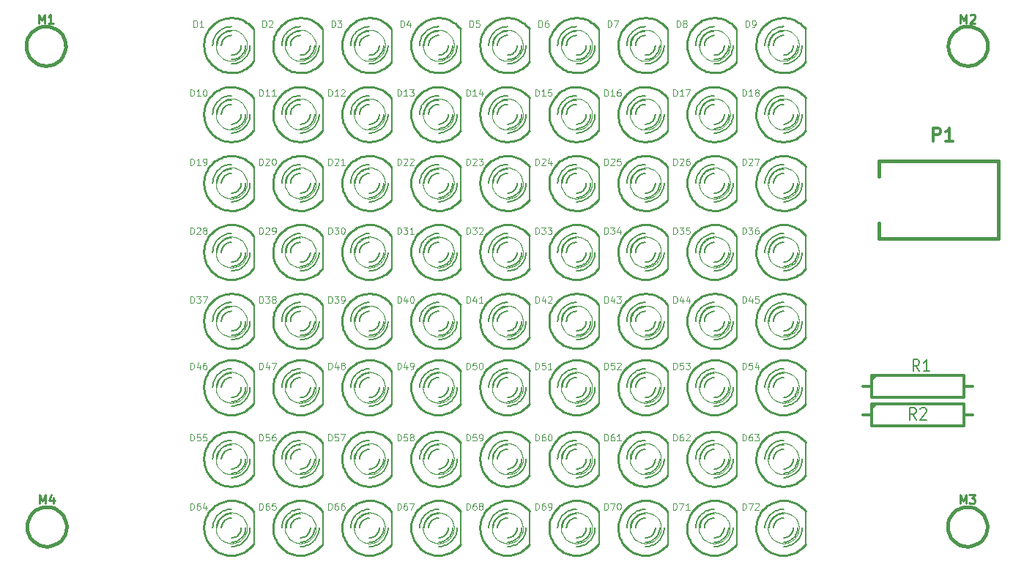
<source format=gto>
G04 (created by PCBNEW-RS274X (2011-05-25)-stable) date Tue 26 Jun 2012 11:05:58 AM PDT*
G01*
G70*
G90*
%MOIN*%
G04 Gerber Fmt 3.4, Leading zero omitted, Abs format*
%FSLAX34Y34*%
G04 APERTURE LIST*
%ADD10C,0.006000*%
%ADD11C,0.012000*%
%ADD12C,0.015000*%
%ADD13C,0.008000*%
%ADD14C,0.003000*%
%ADD15C,0.010000*%
%ADD16C,0.003500*%
G04 APERTURE END LIST*
G54D10*
G54D11*
X62832Y-52348D02*
X63232Y-52348D01*
X67832Y-52348D02*
X67432Y-52348D01*
X67432Y-51848D02*
X67432Y-52848D01*
X67432Y-52848D02*
X63232Y-52848D01*
X63232Y-52848D02*
X63232Y-51848D01*
X63232Y-51848D02*
X67432Y-51848D01*
X63232Y-52048D02*
X63432Y-51848D01*
X62812Y-51048D02*
X63212Y-51048D01*
X67812Y-51048D02*
X67412Y-51048D01*
X67412Y-50548D02*
X67412Y-51548D01*
X67412Y-51548D02*
X63212Y-51548D01*
X63212Y-51548D02*
X63212Y-50548D01*
X63212Y-50548D02*
X67412Y-50548D01*
X63212Y-50748D02*
X63412Y-50548D01*
G54D12*
X63551Y-41482D02*
X63551Y-40773D01*
X63551Y-40773D02*
X68984Y-40773D01*
X68984Y-40773D02*
X68984Y-44277D01*
X68984Y-44277D02*
X68984Y-44317D01*
X68984Y-44317D02*
X63551Y-44317D01*
X63551Y-44317D02*
X63551Y-43608D01*
X26583Y-57437D02*
X26565Y-57611D01*
X26515Y-57779D01*
X26432Y-57935D01*
X26321Y-58071D01*
X26186Y-58183D01*
X26031Y-58266D01*
X25863Y-58318D01*
X25689Y-58336D01*
X25515Y-58321D01*
X25346Y-58271D01*
X25191Y-58190D01*
X25054Y-58080D01*
X24941Y-57945D01*
X24856Y-57791D01*
X24803Y-57624D01*
X24784Y-57449D01*
X24798Y-57275D01*
X24847Y-57106D01*
X24927Y-56950D01*
X25036Y-56812D01*
X25170Y-56698D01*
X25323Y-56613D01*
X25490Y-56558D01*
X25665Y-56538D01*
X25839Y-56551D01*
X26008Y-56598D01*
X26165Y-56678D01*
X26303Y-56786D01*
X26418Y-56919D01*
X26505Y-57071D01*
X26560Y-57238D01*
X26582Y-57412D01*
X26583Y-57437D01*
X68498Y-35544D02*
X68480Y-35718D01*
X68430Y-35886D01*
X68347Y-36042D01*
X68236Y-36178D01*
X68101Y-36290D01*
X67946Y-36373D01*
X67778Y-36425D01*
X67604Y-36443D01*
X67430Y-36428D01*
X67261Y-36378D01*
X67106Y-36297D01*
X66969Y-36187D01*
X66856Y-36052D01*
X66771Y-35898D01*
X66718Y-35731D01*
X66699Y-35556D01*
X66713Y-35382D01*
X66762Y-35213D01*
X66842Y-35057D01*
X66951Y-34919D01*
X67085Y-34805D01*
X67238Y-34720D01*
X67405Y-34665D01*
X67580Y-34645D01*
X67754Y-34658D01*
X67923Y-34705D01*
X68080Y-34785D01*
X68218Y-34893D01*
X68333Y-35026D01*
X68420Y-35178D01*
X68475Y-35345D01*
X68497Y-35519D01*
X68498Y-35544D01*
X68477Y-57437D02*
X68459Y-57611D01*
X68409Y-57779D01*
X68326Y-57935D01*
X68215Y-58071D01*
X68080Y-58183D01*
X67925Y-58266D01*
X67757Y-58318D01*
X67583Y-58336D01*
X67409Y-58321D01*
X67240Y-58271D01*
X67085Y-58190D01*
X66948Y-58080D01*
X66835Y-57945D01*
X66750Y-57791D01*
X66697Y-57624D01*
X66678Y-57449D01*
X66692Y-57275D01*
X66741Y-57106D01*
X66821Y-56950D01*
X66930Y-56812D01*
X67064Y-56698D01*
X67217Y-56613D01*
X67384Y-56558D01*
X67559Y-56538D01*
X67733Y-56551D01*
X67902Y-56598D01*
X68059Y-56678D01*
X68197Y-56786D01*
X68312Y-56919D01*
X68399Y-57071D01*
X68454Y-57238D01*
X68476Y-57412D01*
X68477Y-57437D01*
X26542Y-35544D02*
X26524Y-35718D01*
X26474Y-35886D01*
X26391Y-36042D01*
X26280Y-36178D01*
X26145Y-36290D01*
X25990Y-36373D01*
X25822Y-36425D01*
X25648Y-36443D01*
X25474Y-36428D01*
X25305Y-36378D01*
X25150Y-36297D01*
X25013Y-36187D01*
X24900Y-36052D01*
X24815Y-35898D01*
X24762Y-35731D01*
X24743Y-35556D01*
X24757Y-35382D01*
X24806Y-35213D01*
X24886Y-35057D01*
X24995Y-34919D01*
X25129Y-34805D01*
X25282Y-34720D01*
X25449Y-34665D01*
X25624Y-34645D01*
X25798Y-34658D01*
X25967Y-34705D01*
X26124Y-34785D01*
X26262Y-34893D01*
X26377Y-35026D01*
X26464Y-35178D01*
X26519Y-35345D01*
X26541Y-35519D01*
X26542Y-35544D01*
G54D13*
X35108Y-42547D02*
X35108Y-41047D01*
G54D14*
X34795Y-41797D02*
X34781Y-41934D01*
X34741Y-42066D01*
X34676Y-42188D01*
X34589Y-42295D01*
X34483Y-42383D01*
X34361Y-42448D01*
X34230Y-42489D01*
X34092Y-42503D01*
X33956Y-42491D01*
X33824Y-42452D01*
X33701Y-42388D01*
X33594Y-42302D01*
X33505Y-42196D01*
X33439Y-42075D01*
X33397Y-41943D01*
X33382Y-41806D01*
X33393Y-41670D01*
X33431Y-41537D01*
X33494Y-41415D01*
X33580Y-41306D01*
X33685Y-41217D01*
X33805Y-41150D01*
X33937Y-41107D01*
X34074Y-41091D01*
X34210Y-41101D01*
X34343Y-41138D01*
X34466Y-41201D01*
X34575Y-41286D01*
X34665Y-41390D01*
X34733Y-41510D01*
X34777Y-41641D01*
X34794Y-41778D01*
X34795Y-41797D01*
G54D15*
X35087Y-41047D02*
X35018Y-40963D01*
X34942Y-40885D01*
X34859Y-40814D01*
X34770Y-40750D01*
X34676Y-40695D01*
X34578Y-40648D01*
X34476Y-40609D01*
X34371Y-40580D01*
X34264Y-40560D01*
X34155Y-40549D01*
X34047Y-40548D01*
X33938Y-40557D01*
X33831Y-40574D01*
X33725Y-40601D01*
X33622Y-40638D01*
X33523Y-40683D01*
X33428Y-40736D01*
X33338Y-40798D01*
X33254Y-40867D01*
X33176Y-40943D01*
X33105Y-41026D01*
X33041Y-41115D01*
X32986Y-41209D01*
X32939Y-41307D01*
X32900Y-41409D01*
X32871Y-41514D01*
X32851Y-41621D01*
X32840Y-41730D01*
X32839Y-41838D01*
X32848Y-41947D01*
X32865Y-42054D01*
X32892Y-42160D01*
X32929Y-42263D01*
X32974Y-42362D01*
X33027Y-42457D01*
X33089Y-42547D01*
X33158Y-42631D01*
X33234Y-42709D01*
X33317Y-42780D01*
X33406Y-42844D01*
X33500Y-42899D01*
X33598Y-42946D01*
X33700Y-42985D01*
X33805Y-43014D01*
X33912Y-43034D01*
X34021Y-43045D01*
X34129Y-43046D01*
X34238Y-43037D01*
X34345Y-43020D01*
X34451Y-42993D01*
X34554Y-42956D01*
X34653Y-42911D01*
X34748Y-42858D01*
X34838Y-42796D01*
X34922Y-42727D01*
X35000Y-42651D01*
X35071Y-42568D01*
X35087Y-42547D01*
G54D10*
X34088Y-41347D02*
X34049Y-41349D01*
X34010Y-41354D01*
X33972Y-41363D01*
X33935Y-41375D01*
X33898Y-41390D01*
X33864Y-41408D01*
X33830Y-41429D01*
X33799Y-41453D01*
X33770Y-41479D01*
X33744Y-41508D01*
X33720Y-41539D01*
X33699Y-41573D01*
X33681Y-41607D01*
X33666Y-41644D01*
X33654Y-41681D01*
X33645Y-41719D01*
X33640Y-41758D01*
X33638Y-41797D01*
X34088Y-42247D02*
X34127Y-42245D01*
X34166Y-42240D01*
X34204Y-42231D01*
X34241Y-42219D01*
X34278Y-42204D01*
X34313Y-42186D01*
X34346Y-42165D01*
X34377Y-42141D01*
X34406Y-42115D01*
X34432Y-42086D01*
X34456Y-42055D01*
X34477Y-42021D01*
X34495Y-41987D01*
X34510Y-41950D01*
X34522Y-41913D01*
X34531Y-41875D01*
X34536Y-41836D01*
X34538Y-41797D01*
X34088Y-41147D02*
X34032Y-41150D01*
X33976Y-41157D01*
X33920Y-41170D01*
X33866Y-41187D01*
X33814Y-41208D01*
X33764Y-41235D01*
X33716Y-41265D01*
X33671Y-41300D01*
X33629Y-41338D01*
X33591Y-41380D01*
X33556Y-41425D01*
X33526Y-41473D01*
X33499Y-41523D01*
X33478Y-41575D01*
X33461Y-41629D01*
X33448Y-41685D01*
X33441Y-41741D01*
X33438Y-41797D01*
X34088Y-42447D02*
X34144Y-42444D01*
X34200Y-42437D01*
X34256Y-42424D01*
X34310Y-42407D01*
X34362Y-42386D01*
X34413Y-42359D01*
X34460Y-42329D01*
X34505Y-42294D01*
X34547Y-42256D01*
X34585Y-42214D01*
X34620Y-42169D01*
X34650Y-42121D01*
X34677Y-42071D01*
X34698Y-42019D01*
X34715Y-41965D01*
X34728Y-41909D01*
X34735Y-41853D01*
X34738Y-41797D01*
X34088Y-40947D02*
X34014Y-40951D01*
X33941Y-40960D01*
X33869Y-40976D01*
X33798Y-40999D01*
X33729Y-41027D01*
X33664Y-41061D01*
X33601Y-41101D01*
X33542Y-41146D01*
X33487Y-41196D01*
X33437Y-41251D01*
X33392Y-41310D01*
X33352Y-41373D01*
X33318Y-41438D01*
X33290Y-41507D01*
X33267Y-41578D01*
X33251Y-41650D01*
X33242Y-41723D01*
X33238Y-41797D01*
X34088Y-42647D02*
X34162Y-42643D01*
X34235Y-42634D01*
X34307Y-42618D01*
X34378Y-42595D01*
X34447Y-42567D01*
X34513Y-42533D01*
X34575Y-42493D01*
X34634Y-42448D01*
X34689Y-42398D01*
X34739Y-42343D01*
X34784Y-42284D01*
X34824Y-42221D01*
X34858Y-42156D01*
X34886Y-42087D01*
X34909Y-42016D01*
X34925Y-41944D01*
X34934Y-41871D01*
X34938Y-41797D01*
G54D13*
X38249Y-36265D02*
X38249Y-34765D01*
G54D14*
X37936Y-35515D02*
X37922Y-35652D01*
X37882Y-35784D01*
X37817Y-35906D01*
X37730Y-36013D01*
X37624Y-36101D01*
X37502Y-36166D01*
X37371Y-36207D01*
X37233Y-36221D01*
X37097Y-36209D01*
X36965Y-36170D01*
X36842Y-36106D01*
X36735Y-36020D01*
X36646Y-35914D01*
X36580Y-35793D01*
X36538Y-35661D01*
X36523Y-35524D01*
X36534Y-35388D01*
X36572Y-35255D01*
X36635Y-35133D01*
X36721Y-35024D01*
X36826Y-34935D01*
X36946Y-34868D01*
X37078Y-34825D01*
X37215Y-34809D01*
X37351Y-34819D01*
X37484Y-34856D01*
X37607Y-34919D01*
X37716Y-35004D01*
X37806Y-35108D01*
X37874Y-35228D01*
X37918Y-35359D01*
X37935Y-35496D01*
X37936Y-35515D01*
G54D15*
X38228Y-34765D02*
X38159Y-34681D01*
X38083Y-34603D01*
X38000Y-34532D01*
X37911Y-34468D01*
X37817Y-34413D01*
X37719Y-34366D01*
X37617Y-34327D01*
X37512Y-34298D01*
X37405Y-34278D01*
X37296Y-34267D01*
X37188Y-34266D01*
X37079Y-34275D01*
X36972Y-34292D01*
X36866Y-34319D01*
X36763Y-34356D01*
X36664Y-34401D01*
X36569Y-34454D01*
X36479Y-34516D01*
X36395Y-34585D01*
X36317Y-34661D01*
X36246Y-34744D01*
X36182Y-34833D01*
X36127Y-34927D01*
X36080Y-35025D01*
X36041Y-35127D01*
X36012Y-35232D01*
X35992Y-35339D01*
X35981Y-35448D01*
X35980Y-35556D01*
X35989Y-35665D01*
X36006Y-35772D01*
X36033Y-35878D01*
X36070Y-35981D01*
X36115Y-36080D01*
X36168Y-36175D01*
X36230Y-36265D01*
X36299Y-36349D01*
X36375Y-36427D01*
X36458Y-36498D01*
X36547Y-36562D01*
X36641Y-36617D01*
X36739Y-36664D01*
X36841Y-36703D01*
X36946Y-36732D01*
X37053Y-36752D01*
X37162Y-36763D01*
X37270Y-36764D01*
X37379Y-36755D01*
X37486Y-36738D01*
X37592Y-36711D01*
X37695Y-36674D01*
X37794Y-36629D01*
X37889Y-36576D01*
X37979Y-36514D01*
X38063Y-36445D01*
X38141Y-36369D01*
X38212Y-36286D01*
X38228Y-36265D01*
G54D10*
X37229Y-35065D02*
X37190Y-35067D01*
X37151Y-35072D01*
X37113Y-35081D01*
X37076Y-35093D01*
X37039Y-35108D01*
X37005Y-35126D01*
X36971Y-35147D01*
X36940Y-35171D01*
X36911Y-35197D01*
X36885Y-35226D01*
X36861Y-35257D01*
X36840Y-35291D01*
X36822Y-35325D01*
X36807Y-35362D01*
X36795Y-35399D01*
X36786Y-35437D01*
X36781Y-35476D01*
X36779Y-35515D01*
X37229Y-35965D02*
X37268Y-35963D01*
X37307Y-35958D01*
X37345Y-35949D01*
X37382Y-35937D01*
X37419Y-35922D01*
X37454Y-35904D01*
X37487Y-35883D01*
X37518Y-35859D01*
X37547Y-35833D01*
X37573Y-35804D01*
X37597Y-35773D01*
X37618Y-35739D01*
X37636Y-35705D01*
X37651Y-35668D01*
X37663Y-35631D01*
X37672Y-35593D01*
X37677Y-35554D01*
X37679Y-35515D01*
X37229Y-34865D02*
X37173Y-34868D01*
X37117Y-34875D01*
X37061Y-34888D01*
X37007Y-34905D01*
X36955Y-34926D01*
X36905Y-34953D01*
X36857Y-34983D01*
X36812Y-35018D01*
X36770Y-35056D01*
X36732Y-35098D01*
X36697Y-35143D01*
X36667Y-35191D01*
X36640Y-35241D01*
X36619Y-35293D01*
X36602Y-35347D01*
X36589Y-35403D01*
X36582Y-35459D01*
X36579Y-35515D01*
X37229Y-36165D02*
X37285Y-36162D01*
X37341Y-36155D01*
X37397Y-36142D01*
X37451Y-36125D01*
X37503Y-36104D01*
X37554Y-36077D01*
X37601Y-36047D01*
X37646Y-36012D01*
X37688Y-35974D01*
X37726Y-35932D01*
X37761Y-35887D01*
X37791Y-35839D01*
X37818Y-35789D01*
X37839Y-35737D01*
X37856Y-35683D01*
X37869Y-35627D01*
X37876Y-35571D01*
X37879Y-35515D01*
X37229Y-34665D02*
X37155Y-34669D01*
X37082Y-34678D01*
X37010Y-34694D01*
X36939Y-34717D01*
X36870Y-34745D01*
X36805Y-34779D01*
X36742Y-34819D01*
X36683Y-34864D01*
X36628Y-34914D01*
X36578Y-34969D01*
X36533Y-35028D01*
X36493Y-35091D01*
X36459Y-35156D01*
X36431Y-35225D01*
X36408Y-35296D01*
X36392Y-35368D01*
X36383Y-35441D01*
X36379Y-35515D01*
X37229Y-36365D02*
X37303Y-36361D01*
X37376Y-36352D01*
X37448Y-36336D01*
X37519Y-36313D01*
X37588Y-36285D01*
X37654Y-36251D01*
X37716Y-36211D01*
X37775Y-36166D01*
X37830Y-36116D01*
X37880Y-36061D01*
X37925Y-36002D01*
X37965Y-35939D01*
X37999Y-35874D01*
X38027Y-35805D01*
X38050Y-35734D01*
X38066Y-35662D01*
X38075Y-35589D01*
X38079Y-35515D01*
G54D13*
X41389Y-36265D02*
X41389Y-34765D01*
G54D14*
X41076Y-35515D02*
X41062Y-35652D01*
X41022Y-35784D01*
X40957Y-35906D01*
X40870Y-36013D01*
X40764Y-36101D01*
X40642Y-36166D01*
X40511Y-36207D01*
X40373Y-36221D01*
X40237Y-36209D01*
X40105Y-36170D01*
X39982Y-36106D01*
X39875Y-36020D01*
X39786Y-35914D01*
X39720Y-35793D01*
X39678Y-35661D01*
X39663Y-35524D01*
X39674Y-35388D01*
X39712Y-35255D01*
X39775Y-35133D01*
X39861Y-35024D01*
X39966Y-34935D01*
X40086Y-34868D01*
X40218Y-34825D01*
X40355Y-34809D01*
X40491Y-34819D01*
X40624Y-34856D01*
X40747Y-34919D01*
X40856Y-35004D01*
X40946Y-35108D01*
X41014Y-35228D01*
X41058Y-35359D01*
X41075Y-35496D01*
X41076Y-35515D01*
G54D15*
X41368Y-34765D02*
X41299Y-34681D01*
X41223Y-34603D01*
X41140Y-34532D01*
X41051Y-34468D01*
X40957Y-34413D01*
X40859Y-34366D01*
X40757Y-34327D01*
X40652Y-34298D01*
X40545Y-34278D01*
X40436Y-34267D01*
X40328Y-34266D01*
X40219Y-34275D01*
X40112Y-34292D01*
X40006Y-34319D01*
X39903Y-34356D01*
X39804Y-34401D01*
X39709Y-34454D01*
X39619Y-34516D01*
X39535Y-34585D01*
X39457Y-34661D01*
X39386Y-34744D01*
X39322Y-34833D01*
X39267Y-34927D01*
X39220Y-35025D01*
X39181Y-35127D01*
X39152Y-35232D01*
X39132Y-35339D01*
X39121Y-35448D01*
X39120Y-35556D01*
X39129Y-35665D01*
X39146Y-35772D01*
X39173Y-35878D01*
X39210Y-35981D01*
X39255Y-36080D01*
X39308Y-36175D01*
X39370Y-36265D01*
X39439Y-36349D01*
X39515Y-36427D01*
X39598Y-36498D01*
X39687Y-36562D01*
X39781Y-36617D01*
X39879Y-36664D01*
X39981Y-36703D01*
X40086Y-36732D01*
X40193Y-36752D01*
X40302Y-36763D01*
X40410Y-36764D01*
X40519Y-36755D01*
X40626Y-36738D01*
X40732Y-36711D01*
X40835Y-36674D01*
X40934Y-36629D01*
X41029Y-36576D01*
X41119Y-36514D01*
X41203Y-36445D01*
X41281Y-36369D01*
X41352Y-36286D01*
X41368Y-36265D01*
G54D10*
X40369Y-35065D02*
X40330Y-35067D01*
X40291Y-35072D01*
X40253Y-35081D01*
X40216Y-35093D01*
X40179Y-35108D01*
X40145Y-35126D01*
X40111Y-35147D01*
X40080Y-35171D01*
X40051Y-35197D01*
X40025Y-35226D01*
X40001Y-35257D01*
X39980Y-35291D01*
X39962Y-35325D01*
X39947Y-35362D01*
X39935Y-35399D01*
X39926Y-35437D01*
X39921Y-35476D01*
X39919Y-35515D01*
X40369Y-35965D02*
X40408Y-35963D01*
X40447Y-35958D01*
X40485Y-35949D01*
X40522Y-35937D01*
X40559Y-35922D01*
X40594Y-35904D01*
X40627Y-35883D01*
X40658Y-35859D01*
X40687Y-35833D01*
X40713Y-35804D01*
X40737Y-35773D01*
X40758Y-35739D01*
X40776Y-35705D01*
X40791Y-35668D01*
X40803Y-35631D01*
X40812Y-35593D01*
X40817Y-35554D01*
X40819Y-35515D01*
X40369Y-34865D02*
X40313Y-34868D01*
X40257Y-34875D01*
X40201Y-34888D01*
X40147Y-34905D01*
X40095Y-34926D01*
X40045Y-34953D01*
X39997Y-34983D01*
X39952Y-35018D01*
X39910Y-35056D01*
X39872Y-35098D01*
X39837Y-35143D01*
X39807Y-35191D01*
X39780Y-35241D01*
X39759Y-35293D01*
X39742Y-35347D01*
X39729Y-35403D01*
X39722Y-35459D01*
X39719Y-35515D01*
X40369Y-36165D02*
X40425Y-36162D01*
X40481Y-36155D01*
X40537Y-36142D01*
X40591Y-36125D01*
X40643Y-36104D01*
X40694Y-36077D01*
X40741Y-36047D01*
X40786Y-36012D01*
X40828Y-35974D01*
X40866Y-35932D01*
X40901Y-35887D01*
X40931Y-35839D01*
X40958Y-35789D01*
X40979Y-35737D01*
X40996Y-35683D01*
X41009Y-35627D01*
X41016Y-35571D01*
X41019Y-35515D01*
X40369Y-34665D02*
X40295Y-34669D01*
X40222Y-34678D01*
X40150Y-34694D01*
X40079Y-34717D01*
X40010Y-34745D01*
X39945Y-34779D01*
X39882Y-34819D01*
X39823Y-34864D01*
X39768Y-34914D01*
X39718Y-34969D01*
X39673Y-35028D01*
X39633Y-35091D01*
X39599Y-35156D01*
X39571Y-35225D01*
X39548Y-35296D01*
X39532Y-35368D01*
X39523Y-35441D01*
X39519Y-35515D01*
X40369Y-36365D02*
X40443Y-36361D01*
X40516Y-36352D01*
X40588Y-36336D01*
X40659Y-36313D01*
X40728Y-36285D01*
X40794Y-36251D01*
X40856Y-36211D01*
X40915Y-36166D01*
X40970Y-36116D01*
X41020Y-36061D01*
X41065Y-36002D01*
X41105Y-35939D01*
X41139Y-35874D01*
X41167Y-35805D01*
X41190Y-35734D01*
X41206Y-35662D01*
X41215Y-35589D01*
X41219Y-35515D01*
G54D13*
X44530Y-36265D02*
X44530Y-34765D01*
G54D14*
X44217Y-35515D02*
X44203Y-35652D01*
X44163Y-35784D01*
X44098Y-35906D01*
X44011Y-36013D01*
X43905Y-36101D01*
X43783Y-36166D01*
X43652Y-36207D01*
X43514Y-36221D01*
X43378Y-36209D01*
X43246Y-36170D01*
X43123Y-36106D01*
X43016Y-36020D01*
X42927Y-35914D01*
X42861Y-35793D01*
X42819Y-35661D01*
X42804Y-35524D01*
X42815Y-35388D01*
X42853Y-35255D01*
X42916Y-35133D01*
X43002Y-35024D01*
X43107Y-34935D01*
X43227Y-34868D01*
X43359Y-34825D01*
X43496Y-34809D01*
X43632Y-34819D01*
X43765Y-34856D01*
X43888Y-34919D01*
X43997Y-35004D01*
X44087Y-35108D01*
X44155Y-35228D01*
X44199Y-35359D01*
X44216Y-35496D01*
X44217Y-35515D01*
G54D15*
X44509Y-34765D02*
X44440Y-34681D01*
X44364Y-34603D01*
X44281Y-34532D01*
X44192Y-34468D01*
X44098Y-34413D01*
X44000Y-34366D01*
X43898Y-34327D01*
X43793Y-34298D01*
X43686Y-34278D01*
X43577Y-34267D01*
X43469Y-34266D01*
X43360Y-34275D01*
X43253Y-34292D01*
X43147Y-34319D01*
X43044Y-34356D01*
X42945Y-34401D01*
X42850Y-34454D01*
X42760Y-34516D01*
X42676Y-34585D01*
X42598Y-34661D01*
X42527Y-34744D01*
X42463Y-34833D01*
X42408Y-34927D01*
X42361Y-35025D01*
X42322Y-35127D01*
X42293Y-35232D01*
X42273Y-35339D01*
X42262Y-35448D01*
X42261Y-35556D01*
X42270Y-35665D01*
X42287Y-35772D01*
X42314Y-35878D01*
X42351Y-35981D01*
X42396Y-36080D01*
X42449Y-36175D01*
X42511Y-36265D01*
X42580Y-36349D01*
X42656Y-36427D01*
X42739Y-36498D01*
X42828Y-36562D01*
X42922Y-36617D01*
X43020Y-36664D01*
X43122Y-36703D01*
X43227Y-36732D01*
X43334Y-36752D01*
X43443Y-36763D01*
X43551Y-36764D01*
X43660Y-36755D01*
X43767Y-36738D01*
X43873Y-36711D01*
X43976Y-36674D01*
X44075Y-36629D01*
X44170Y-36576D01*
X44260Y-36514D01*
X44344Y-36445D01*
X44422Y-36369D01*
X44493Y-36286D01*
X44509Y-36265D01*
G54D10*
X43510Y-35065D02*
X43471Y-35067D01*
X43432Y-35072D01*
X43394Y-35081D01*
X43357Y-35093D01*
X43320Y-35108D01*
X43286Y-35126D01*
X43252Y-35147D01*
X43221Y-35171D01*
X43192Y-35197D01*
X43166Y-35226D01*
X43142Y-35257D01*
X43121Y-35291D01*
X43103Y-35325D01*
X43088Y-35362D01*
X43076Y-35399D01*
X43067Y-35437D01*
X43062Y-35476D01*
X43060Y-35515D01*
X43510Y-35965D02*
X43549Y-35963D01*
X43588Y-35958D01*
X43626Y-35949D01*
X43663Y-35937D01*
X43700Y-35922D01*
X43735Y-35904D01*
X43768Y-35883D01*
X43799Y-35859D01*
X43828Y-35833D01*
X43854Y-35804D01*
X43878Y-35773D01*
X43899Y-35739D01*
X43917Y-35705D01*
X43932Y-35668D01*
X43944Y-35631D01*
X43953Y-35593D01*
X43958Y-35554D01*
X43960Y-35515D01*
X43510Y-34865D02*
X43454Y-34868D01*
X43398Y-34875D01*
X43342Y-34888D01*
X43288Y-34905D01*
X43236Y-34926D01*
X43186Y-34953D01*
X43138Y-34983D01*
X43093Y-35018D01*
X43051Y-35056D01*
X43013Y-35098D01*
X42978Y-35143D01*
X42948Y-35191D01*
X42921Y-35241D01*
X42900Y-35293D01*
X42883Y-35347D01*
X42870Y-35403D01*
X42863Y-35459D01*
X42860Y-35515D01*
X43510Y-36165D02*
X43566Y-36162D01*
X43622Y-36155D01*
X43678Y-36142D01*
X43732Y-36125D01*
X43784Y-36104D01*
X43835Y-36077D01*
X43882Y-36047D01*
X43927Y-36012D01*
X43969Y-35974D01*
X44007Y-35932D01*
X44042Y-35887D01*
X44072Y-35839D01*
X44099Y-35789D01*
X44120Y-35737D01*
X44137Y-35683D01*
X44150Y-35627D01*
X44157Y-35571D01*
X44160Y-35515D01*
X43510Y-34665D02*
X43436Y-34669D01*
X43363Y-34678D01*
X43291Y-34694D01*
X43220Y-34717D01*
X43151Y-34745D01*
X43086Y-34779D01*
X43023Y-34819D01*
X42964Y-34864D01*
X42909Y-34914D01*
X42859Y-34969D01*
X42814Y-35028D01*
X42774Y-35091D01*
X42740Y-35156D01*
X42712Y-35225D01*
X42689Y-35296D01*
X42673Y-35368D01*
X42664Y-35441D01*
X42660Y-35515D01*
X43510Y-36365D02*
X43584Y-36361D01*
X43657Y-36352D01*
X43729Y-36336D01*
X43800Y-36313D01*
X43869Y-36285D01*
X43935Y-36251D01*
X43997Y-36211D01*
X44056Y-36166D01*
X44111Y-36116D01*
X44161Y-36061D01*
X44206Y-36002D01*
X44246Y-35939D01*
X44280Y-35874D01*
X44308Y-35805D01*
X44331Y-35734D01*
X44347Y-35662D01*
X44356Y-35589D01*
X44360Y-35515D01*
G54D13*
X47670Y-36265D02*
X47670Y-34765D01*
G54D14*
X47357Y-35515D02*
X47343Y-35652D01*
X47303Y-35784D01*
X47238Y-35906D01*
X47151Y-36013D01*
X47045Y-36101D01*
X46923Y-36166D01*
X46792Y-36207D01*
X46654Y-36221D01*
X46518Y-36209D01*
X46386Y-36170D01*
X46263Y-36106D01*
X46156Y-36020D01*
X46067Y-35914D01*
X46001Y-35793D01*
X45959Y-35661D01*
X45944Y-35524D01*
X45955Y-35388D01*
X45993Y-35255D01*
X46056Y-35133D01*
X46142Y-35024D01*
X46247Y-34935D01*
X46367Y-34868D01*
X46499Y-34825D01*
X46636Y-34809D01*
X46772Y-34819D01*
X46905Y-34856D01*
X47028Y-34919D01*
X47137Y-35004D01*
X47227Y-35108D01*
X47295Y-35228D01*
X47339Y-35359D01*
X47356Y-35496D01*
X47357Y-35515D01*
G54D15*
X47649Y-34765D02*
X47580Y-34681D01*
X47504Y-34603D01*
X47421Y-34532D01*
X47332Y-34468D01*
X47238Y-34413D01*
X47140Y-34366D01*
X47038Y-34327D01*
X46933Y-34298D01*
X46826Y-34278D01*
X46717Y-34267D01*
X46609Y-34266D01*
X46500Y-34275D01*
X46393Y-34292D01*
X46287Y-34319D01*
X46184Y-34356D01*
X46085Y-34401D01*
X45990Y-34454D01*
X45900Y-34516D01*
X45816Y-34585D01*
X45738Y-34661D01*
X45667Y-34744D01*
X45603Y-34833D01*
X45548Y-34927D01*
X45501Y-35025D01*
X45462Y-35127D01*
X45433Y-35232D01*
X45413Y-35339D01*
X45402Y-35448D01*
X45401Y-35556D01*
X45410Y-35665D01*
X45427Y-35772D01*
X45454Y-35878D01*
X45491Y-35981D01*
X45536Y-36080D01*
X45589Y-36175D01*
X45651Y-36265D01*
X45720Y-36349D01*
X45796Y-36427D01*
X45879Y-36498D01*
X45968Y-36562D01*
X46062Y-36617D01*
X46160Y-36664D01*
X46262Y-36703D01*
X46367Y-36732D01*
X46474Y-36752D01*
X46583Y-36763D01*
X46691Y-36764D01*
X46800Y-36755D01*
X46907Y-36738D01*
X47013Y-36711D01*
X47116Y-36674D01*
X47215Y-36629D01*
X47310Y-36576D01*
X47400Y-36514D01*
X47484Y-36445D01*
X47562Y-36369D01*
X47633Y-36286D01*
X47649Y-36265D01*
G54D10*
X46650Y-35065D02*
X46611Y-35067D01*
X46572Y-35072D01*
X46534Y-35081D01*
X46497Y-35093D01*
X46460Y-35108D01*
X46426Y-35126D01*
X46392Y-35147D01*
X46361Y-35171D01*
X46332Y-35197D01*
X46306Y-35226D01*
X46282Y-35257D01*
X46261Y-35291D01*
X46243Y-35325D01*
X46228Y-35362D01*
X46216Y-35399D01*
X46207Y-35437D01*
X46202Y-35476D01*
X46200Y-35515D01*
X46650Y-35965D02*
X46689Y-35963D01*
X46728Y-35958D01*
X46766Y-35949D01*
X46803Y-35937D01*
X46840Y-35922D01*
X46875Y-35904D01*
X46908Y-35883D01*
X46939Y-35859D01*
X46968Y-35833D01*
X46994Y-35804D01*
X47018Y-35773D01*
X47039Y-35739D01*
X47057Y-35705D01*
X47072Y-35668D01*
X47084Y-35631D01*
X47093Y-35593D01*
X47098Y-35554D01*
X47100Y-35515D01*
X46650Y-34865D02*
X46594Y-34868D01*
X46538Y-34875D01*
X46482Y-34888D01*
X46428Y-34905D01*
X46376Y-34926D01*
X46326Y-34953D01*
X46278Y-34983D01*
X46233Y-35018D01*
X46191Y-35056D01*
X46153Y-35098D01*
X46118Y-35143D01*
X46088Y-35191D01*
X46061Y-35241D01*
X46040Y-35293D01*
X46023Y-35347D01*
X46010Y-35403D01*
X46003Y-35459D01*
X46000Y-35515D01*
X46650Y-36165D02*
X46706Y-36162D01*
X46762Y-36155D01*
X46818Y-36142D01*
X46872Y-36125D01*
X46924Y-36104D01*
X46975Y-36077D01*
X47022Y-36047D01*
X47067Y-36012D01*
X47109Y-35974D01*
X47147Y-35932D01*
X47182Y-35887D01*
X47212Y-35839D01*
X47239Y-35789D01*
X47260Y-35737D01*
X47277Y-35683D01*
X47290Y-35627D01*
X47297Y-35571D01*
X47300Y-35515D01*
X46650Y-34665D02*
X46576Y-34669D01*
X46503Y-34678D01*
X46431Y-34694D01*
X46360Y-34717D01*
X46291Y-34745D01*
X46226Y-34779D01*
X46163Y-34819D01*
X46104Y-34864D01*
X46049Y-34914D01*
X45999Y-34969D01*
X45954Y-35028D01*
X45914Y-35091D01*
X45880Y-35156D01*
X45852Y-35225D01*
X45829Y-35296D01*
X45813Y-35368D01*
X45804Y-35441D01*
X45800Y-35515D01*
X46650Y-36365D02*
X46724Y-36361D01*
X46797Y-36352D01*
X46869Y-36336D01*
X46940Y-36313D01*
X47009Y-36285D01*
X47075Y-36251D01*
X47137Y-36211D01*
X47196Y-36166D01*
X47251Y-36116D01*
X47301Y-36061D01*
X47346Y-36002D01*
X47386Y-35939D01*
X47420Y-35874D01*
X47448Y-35805D01*
X47471Y-35734D01*
X47487Y-35662D01*
X47496Y-35589D01*
X47500Y-35515D01*
G54D13*
X50811Y-36265D02*
X50811Y-34765D01*
G54D14*
X50498Y-35515D02*
X50484Y-35652D01*
X50444Y-35784D01*
X50379Y-35906D01*
X50292Y-36013D01*
X50186Y-36101D01*
X50064Y-36166D01*
X49933Y-36207D01*
X49795Y-36221D01*
X49659Y-36209D01*
X49527Y-36170D01*
X49404Y-36106D01*
X49297Y-36020D01*
X49208Y-35914D01*
X49142Y-35793D01*
X49100Y-35661D01*
X49085Y-35524D01*
X49096Y-35388D01*
X49134Y-35255D01*
X49197Y-35133D01*
X49283Y-35024D01*
X49388Y-34935D01*
X49508Y-34868D01*
X49640Y-34825D01*
X49777Y-34809D01*
X49913Y-34819D01*
X50046Y-34856D01*
X50169Y-34919D01*
X50278Y-35004D01*
X50368Y-35108D01*
X50436Y-35228D01*
X50480Y-35359D01*
X50497Y-35496D01*
X50498Y-35515D01*
G54D15*
X50790Y-34765D02*
X50721Y-34681D01*
X50645Y-34603D01*
X50562Y-34532D01*
X50473Y-34468D01*
X50379Y-34413D01*
X50281Y-34366D01*
X50179Y-34327D01*
X50074Y-34298D01*
X49967Y-34278D01*
X49858Y-34267D01*
X49750Y-34266D01*
X49641Y-34275D01*
X49534Y-34292D01*
X49428Y-34319D01*
X49325Y-34356D01*
X49226Y-34401D01*
X49131Y-34454D01*
X49041Y-34516D01*
X48957Y-34585D01*
X48879Y-34661D01*
X48808Y-34744D01*
X48744Y-34833D01*
X48689Y-34927D01*
X48642Y-35025D01*
X48603Y-35127D01*
X48574Y-35232D01*
X48554Y-35339D01*
X48543Y-35448D01*
X48542Y-35556D01*
X48551Y-35665D01*
X48568Y-35772D01*
X48595Y-35878D01*
X48632Y-35981D01*
X48677Y-36080D01*
X48730Y-36175D01*
X48792Y-36265D01*
X48861Y-36349D01*
X48937Y-36427D01*
X49020Y-36498D01*
X49109Y-36562D01*
X49203Y-36617D01*
X49301Y-36664D01*
X49403Y-36703D01*
X49508Y-36732D01*
X49615Y-36752D01*
X49724Y-36763D01*
X49832Y-36764D01*
X49941Y-36755D01*
X50048Y-36738D01*
X50154Y-36711D01*
X50257Y-36674D01*
X50356Y-36629D01*
X50451Y-36576D01*
X50541Y-36514D01*
X50625Y-36445D01*
X50703Y-36369D01*
X50774Y-36286D01*
X50790Y-36265D01*
G54D10*
X49791Y-35065D02*
X49752Y-35067D01*
X49713Y-35072D01*
X49675Y-35081D01*
X49638Y-35093D01*
X49601Y-35108D01*
X49567Y-35126D01*
X49533Y-35147D01*
X49502Y-35171D01*
X49473Y-35197D01*
X49447Y-35226D01*
X49423Y-35257D01*
X49402Y-35291D01*
X49384Y-35325D01*
X49369Y-35362D01*
X49357Y-35399D01*
X49348Y-35437D01*
X49343Y-35476D01*
X49341Y-35515D01*
X49791Y-35965D02*
X49830Y-35963D01*
X49869Y-35958D01*
X49907Y-35949D01*
X49944Y-35937D01*
X49981Y-35922D01*
X50016Y-35904D01*
X50049Y-35883D01*
X50080Y-35859D01*
X50109Y-35833D01*
X50135Y-35804D01*
X50159Y-35773D01*
X50180Y-35739D01*
X50198Y-35705D01*
X50213Y-35668D01*
X50225Y-35631D01*
X50234Y-35593D01*
X50239Y-35554D01*
X50241Y-35515D01*
X49791Y-34865D02*
X49735Y-34868D01*
X49679Y-34875D01*
X49623Y-34888D01*
X49569Y-34905D01*
X49517Y-34926D01*
X49467Y-34953D01*
X49419Y-34983D01*
X49374Y-35018D01*
X49332Y-35056D01*
X49294Y-35098D01*
X49259Y-35143D01*
X49229Y-35191D01*
X49202Y-35241D01*
X49181Y-35293D01*
X49164Y-35347D01*
X49151Y-35403D01*
X49144Y-35459D01*
X49141Y-35515D01*
X49791Y-36165D02*
X49847Y-36162D01*
X49903Y-36155D01*
X49959Y-36142D01*
X50013Y-36125D01*
X50065Y-36104D01*
X50116Y-36077D01*
X50163Y-36047D01*
X50208Y-36012D01*
X50250Y-35974D01*
X50288Y-35932D01*
X50323Y-35887D01*
X50353Y-35839D01*
X50380Y-35789D01*
X50401Y-35737D01*
X50418Y-35683D01*
X50431Y-35627D01*
X50438Y-35571D01*
X50441Y-35515D01*
X49791Y-34665D02*
X49717Y-34669D01*
X49644Y-34678D01*
X49572Y-34694D01*
X49501Y-34717D01*
X49432Y-34745D01*
X49367Y-34779D01*
X49304Y-34819D01*
X49245Y-34864D01*
X49190Y-34914D01*
X49140Y-34969D01*
X49095Y-35028D01*
X49055Y-35091D01*
X49021Y-35156D01*
X48993Y-35225D01*
X48970Y-35296D01*
X48954Y-35368D01*
X48945Y-35441D01*
X48941Y-35515D01*
X49791Y-36365D02*
X49865Y-36361D01*
X49938Y-36352D01*
X50010Y-36336D01*
X50081Y-36313D01*
X50150Y-36285D01*
X50216Y-36251D01*
X50278Y-36211D01*
X50337Y-36166D01*
X50392Y-36116D01*
X50442Y-36061D01*
X50487Y-36002D01*
X50527Y-35939D01*
X50561Y-35874D01*
X50589Y-35805D01*
X50612Y-35734D01*
X50628Y-35662D01*
X50637Y-35589D01*
X50641Y-35515D01*
G54D13*
X53951Y-36265D02*
X53951Y-34765D01*
G54D14*
X53638Y-35515D02*
X53624Y-35652D01*
X53584Y-35784D01*
X53519Y-35906D01*
X53432Y-36013D01*
X53326Y-36101D01*
X53204Y-36166D01*
X53073Y-36207D01*
X52935Y-36221D01*
X52799Y-36209D01*
X52667Y-36170D01*
X52544Y-36106D01*
X52437Y-36020D01*
X52348Y-35914D01*
X52282Y-35793D01*
X52240Y-35661D01*
X52225Y-35524D01*
X52236Y-35388D01*
X52274Y-35255D01*
X52337Y-35133D01*
X52423Y-35024D01*
X52528Y-34935D01*
X52648Y-34868D01*
X52780Y-34825D01*
X52917Y-34809D01*
X53053Y-34819D01*
X53186Y-34856D01*
X53309Y-34919D01*
X53418Y-35004D01*
X53508Y-35108D01*
X53576Y-35228D01*
X53620Y-35359D01*
X53637Y-35496D01*
X53638Y-35515D01*
G54D15*
X53930Y-34765D02*
X53861Y-34681D01*
X53785Y-34603D01*
X53702Y-34532D01*
X53613Y-34468D01*
X53519Y-34413D01*
X53421Y-34366D01*
X53319Y-34327D01*
X53214Y-34298D01*
X53107Y-34278D01*
X52998Y-34267D01*
X52890Y-34266D01*
X52781Y-34275D01*
X52674Y-34292D01*
X52568Y-34319D01*
X52465Y-34356D01*
X52366Y-34401D01*
X52271Y-34454D01*
X52181Y-34516D01*
X52097Y-34585D01*
X52019Y-34661D01*
X51948Y-34744D01*
X51884Y-34833D01*
X51829Y-34927D01*
X51782Y-35025D01*
X51743Y-35127D01*
X51714Y-35232D01*
X51694Y-35339D01*
X51683Y-35448D01*
X51682Y-35556D01*
X51691Y-35665D01*
X51708Y-35772D01*
X51735Y-35878D01*
X51772Y-35981D01*
X51817Y-36080D01*
X51870Y-36175D01*
X51932Y-36265D01*
X52001Y-36349D01*
X52077Y-36427D01*
X52160Y-36498D01*
X52249Y-36562D01*
X52343Y-36617D01*
X52441Y-36664D01*
X52543Y-36703D01*
X52648Y-36732D01*
X52755Y-36752D01*
X52864Y-36763D01*
X52972Y-36764D01*
X53081Y-36755D01*
X53188Y-36738D01*
X53294Y-36711D01*
X53397Y-36674D01*
X53496Y-36629D01*
X53591Y-36576D01*
X53681Y-36514D01*
X53765Y-36445D01*
X53843Y-36369D01*
X53914Y-36286D01*
X53930Y-36265D01*
G54D10*
X52931Y-35065D02*
X52892Y-35067D01*
X52853Y-35072D01*
X52815Y-35081D01*
X52778Y-35093D01*
X52741Y-35108D01*
X52707Y-35126D01*
X52673Y-35147D01*
X52642Y-35171D01*
X52613Y-35197D01*
X52587Y-35226D01*
X52563Y-35257D01*
X52542Y-35291D01*
X52524Y-35325D01*
X52509Y-35362D01*
X52497Y-35399D01*
X52488Y-35437D01*
X52483Y-35476D01*
X52481Y-35515D01*
X52931Y-35965D02*
X52970Y-35963D01*
X53009Y-35958D01*
X53047Y-35949D01*
X53084Y-35937D01*
X53121Y-35922D01*
X53156Y-35904D01*
X53189Y-35883D01*
X53220Y-35859D01*
X53249Y-35833D01*
X53275Y-35804D01*
X53299Y-35773D01*
X53320Y-35739D01*
X53338Y-35705D01*
X53353Y-35668D01*
X53365Y-35631D01*
X53374Y-35593D01*
X53379Y-35554D01*
X53381Y-35515D01*
X52931Y-34865D02*
X52875Y-34868D01*
X52819Y-34875D01*
X52763Y-34888D01*
X52709Y-34905D01*
X52657Y-34926D01*
X52607Y-34953D01*
X52559Y-34983D01*
X52514Y-35018D01*
X52472Y-35056D01*
X52434Y-35098D01*
X52399Y-35143D01*
X52369Y-35191D01*
X52342Y-35241D01*
X52321Y-35293D01*
X52304Y-35347D01*
X52291Y-35403D01*
X52284Y-35459D01*
X52281Y-35515D01*
X52931Y-36165D02*
X52987Y-36162D01*
X53043Y-36155D01*
X53099Y-36142D01*
X53153Y-36125D01*
X53205Y-36104D01*
X53256Y-36077D01*
X53303Y-36047D01*
X53348Y-36012D01*
X53390Y-35974D01*
X53428Y-35932D01*
X53463Y-35887D01*
X53493Y-35839D01*
X53520Y-35789D01*
X53541Y-35737D01*
X53558Y-35683D01*
X53571Y-35627D01*
X53578Y-35571D01*
X53581Y-35515D01*
X52931Y-34665D02*
X52857Y-34669D01*
X52784Y-34678D01*
X52712Y-34694D01*
X52641Y-34717D01*
X52572Y-34745D01*
X52507Y-34779D01*
X52444Y-34819D01*
X52385Y-34864D01*
X52330Y-34914D01*
X52280Y-34969D01*
X52235Y-35028D01*
X52195Y-35091D01*
X52161Y-35156D01*
X52133Y-35225D01*
X52110Y-35296D01*
X52094Y-35368D01*
X52085Y-35441D01*
X52081Y-35515D01*
X52931Y-36365D02*
X53005Y-36361D01*
X53078Y-36352D01*
X53150Y-36336D01*
X53221Y-36313D01*
X53290Y-36285D01*
X53356Y-36251D01*
X53418Y-36211D01*
X53477Y-36166D01*
X53532Y-36116D01*
X53582Y-36061D01*
X53627Y-36002D01*
X53667Y-35939D01*
X53701Y-35874D01*
X53729Y-35805D01*
X53752Y-35734D01*
X53768Y-35662D01*
X53777Y-35589D01*
X53781Y-35515D01*
G54D13*
X57092Y-36265D02*
X57092Y-34765D01*
G54D14*
X56779Y-35515D02*
X56765Y-35652D01*
X56725Y-35784D01*
X56660Y-35906D01*
X56573Y-36013D01*
X56467Y-36101D01*
X56345Y-36166D01*
X56214Y-36207D01*
X56076Y-36221D01*
X55940Y-36209D01*
X55808Y-36170D01*
X55685Y-36106D01*
X55578Y-36020D01*
X55489Y-35914D01*
X55423Y-35793D01*
X55381Y-35661D01*
X55366Y-35524D01*
X55377Y-35388D01*
X55415Y-35255D01*
X55478Y-35133D01*
X55564Y-35024D01*
X55669Y-34935D01*
X55789Y-34868D01*
X55921Y-34825D01*
X56058Y-34809D01*
X56194Y-34819D01*
X56327Y-34856D01*
X56450Y-34919D01*
X56559Y-35004D01*
X56649Y-35108D01*
X56717Y-35228D01*
X56761Y-35359D01*
X56778Y-35496D01*
X56779Y-35515D01*
G54D15*
X57071Y-34765D02*
X57002Y-34681D01*
X56926Y-34603D01*
X56843Y-34532D01*
X56754Y-34468D01*
X56660Y-34413D01*
X56562Y-34366D01*
X56460Y-34327D01*
X56355Y-34298D01*
X56248Y-34278D01*
X56139Y-34267D01*
X56031Y-34266D01*
X55922Y-34275D01*
X55815Y-34292D01*
X55709Y-34319D01*
X55606Y-34356D01*
X55507Y-34401D01*
X55412Y-34454D01*
X55322Y-34516D01*
X55238Y-34585D01*
X55160Y-34661D01*
X55089Y-34744D01*
X55025Y-34833D01*
X54970Y-34927D01*
X54923Y-35025D01*
X54884Y-35127D01*
X54855Y-35232D01*
X54835Y-35339D01*
X54824Y-35448D01*
X54823Y-35556D01*
X54832Y-35665D01*
X54849Y-35772D01*
X54876Y-35878D01*
X54913Y-35981D01*
X54958Y-36080D01*
X55011Y-36175D01*
X55073Y-36265D01*
X55142Y-36349D01*
X55218Y-36427D01*
X55301Y-36498D01*
X55390Y-36562D01*
X55484Y-36617D01*
X55582Y-36664D01*
X55684Y-36703D01*
X55789Y-36732D01*
X55896Y-36752D01*
X56005Y-36763D01*
X56113Y-36764D01*
X56222Y-36755D01*
X56329Y-36738D01*
X56435Y-36711D01*
X56538Y-36674D01*
X56637Y-36629D01*
X56732Y-36576D01*
X56822Y-36514D01*
X56906Y-36445D01*
X56984Y-36369D01*
X57055Y-36286D01*
X57071Y-36265D01*
G54D10*
X56072Y-35065D02*
X56033Y-35067D01*
X55994Y-35072D01*
X55956Y-35081D01*
X55919Y-35093D01*
X55882Y-35108D01*
X55848Y-35126D01*
X55814Y-35147D01*
X55783Y-35171D01*
X55754Y-35197D01*
X55728Y-35226D01*
X55704Y-35257D01*
X55683Y-35291D01*
X55665Y-35325D01*
X55650Y-35362D01*
X55638Y-35399D01*
X55629Y-35437D01*
X55624Y-35476D01*
X55622Y-35515D01*
X56072Y-35965D02*
X56111Y-35963D01*
X56150Y-35958D01*
X56188Y-35949D01*
X56225Y-35937D01*
X56262Y-35922D01*
X56297Y-35904D01*
X56330Y-35883D01*
X56361Y-35859D01*
X56390Y-35833D01*
X56416Y-35804D01*
X56440Y-35773D01*
X56461Y-35739D01*
X56479Y-35705D01*
X56494Y-35668D01*
X56506Y-35631D01*
X56515Y-35593D01*
X56520Y-35554D01*
X56522Y-35515D01*
X56072Y-34865D02*
X56016Y-34868D01*
X55960Y-34875D01*
X55904Y-34888D01*
X55850Y-34905D01*
X55798Y-34926D01*
X55748Y-34953D01*
X55700Y-34983D01*
X55655Y-35018D01*
X55613Y-35056D01*
X55575Y-35098D01*
X55540Y-35143D01*
X55510Y-35191D01*
X55483Y-35241D01*
X55462Y-35293D01*
X55445Y-35347D01*
X55432Y-35403D01*
X55425Y-35459D01*
X55422Y-35515D01*
X56072Y-36165D02*
X56128Y-36162D01*
X56184Y-36155D01*
X56240Y-36142D01*
X56294Y-36125D01*
X56346Y-36104D01*
X56397Y-36077D01*
X56444Y-36047D01*
X56489Y-36012D01*
X56531Y-35974D01*
X56569Y-35932D01*
X56604Y-35887D01*
X56634Y-35839D01*
X56661Y-35789D01*
X56682Y-35737D01*
X56699Y-35683D01*
X56712Y-35627D01*
X56719Y-35571D01*
X56722Y-35515D01*
X56072Y-34665D02*
X55998Y-34669D01*
X55925Y-34678D01*
X55853Y-34694D01*
X55782Y-34717D01*
X55713Y-34745D01*
X55648Y-34779D01*
X55585Y-34819D01*
X55526Y-34864D01*
X55471Y-34914D01*
X55421Y-34969D01*
X55376Y-35028D01*
X55336Y-35091D01*
X55302Y-35156D01*
X55274Y-35225D01*
X55251Y-35296D01*
X55235Y-35368D01*
X55226Y-35441D01*
X55222Y-35515D01*
X56072Y-36365D02*
X56146Y-36361D01*
X56219Y-36352D01*
X56291Y-36336D01*
X56362Y-36313D01*
X56431Y-36285D01*
X56497Y-36251D01*
X56559Y-36211D01*
X56618Y-36166D01*
X56673Y-36116D01*
X56723Y-36061D01*
X56768Y-36002D01*
X56808Y-35939D01*
X56842Y-35874D01*
X56870Y-35805D01*
X56893Y-35734D01*
X56909Y-35662D01*
X56918Y-35589D01*
X56922Y-35515D01*
G54D13*
X60232Y-36265D02*
X60232Y-34765D01*
G54D14*
X59919Y-35515D02*
X59905Y-35652D01*
X59865Y-35784D01*
X59800Y-35906D01*
X59713Y-36013D01*
X59607Y-36101D01*
X59485Y-36166D01*
X59354Y-36207D01*
X59216Y-36221D01*
X59080Y-36209D01*
X58948Y-36170D01*
X58825Y-36106D01*
X58718Y-36020D01*
X58629Y-35914D01*
X58563Y-35793D01*
X58521Y-35661D01*
X58506Y-35524D01*
X58517Y-35388D01*
X58555Y-35255D01*
X58618Y-35133D01*
X58704Y-35024D01*
X58809Y-34935D01*
X58929Y-34868D01*
X59061Y-34825D01*
X59198Y-34809D01*
X59334Y-34819D01*
X59467Y-34856D01*
X59590Y-34919D01*
X59699Y-35004D01*
X59789Y-35108D01*
X59857Y-35228D01*
X59901Y-35359D01*
X59918Y-35496D01*
X59919Y-35515D01*
G54D15*
X60211Y-34765D02*
X60142Y-34681D01*
X60066Y-34603D01*
X59983Y-34532D01*
X59894Y-34468D01*
X59800Y-34413D01*
X59702Y-34366D01*
X59600Y-34327D01*
X59495Y-34298D01*
X59388Y-34278D01*
X59279Y-34267D01*
X59171Y-34266D01*
X59062Y-34275D01*
X58955Y-34292D01*
X58849Y-34319D01*
X58746Y-34356D01*
X58647Y-34401D01*
X58552Y-34454D01*
X58462Y-34516D01*
X58378Y-34585D01*
X58300Y-34661D01*
X58229Y-34744D01*
X58165Y-34833D01*
X58110Y-34927D01*
X58063Y-35025D01*
X58024Y-35127D01*
X57995Y-35232D01*
X57975Y-35339D01*
X57964Y-35448D01*
X57963Y-35556D01*
X57972Y-35665D01*
X57989Y-35772D01*
X58016Y-35878D01*
X58053Y-35981D01*
X58098Y-36080D01*
X58151Y-36175D01*
X58213Y-36265D01*
X58282Y-36349D01*
X58358Y-36427D01*
X58441Y-36498D01*
X58530Y-36562D01*
X58624Y-36617D01*
X58722Y-36664D01*
X58824Y-36703D01*
X58929Y-36732D01*
X59036Y-36752D01*
X59145Y-36763D01*
X59253Y-36764D01*
X59362Y-36755D01*
X59469Y-36738D01*
X59575Y-36711D01*
X59678Y-36674D01*
X59777Y-36629D01*
X59872Y-36576D01*
X59962Y-36514D01*
X60046Y-36445D01*
X60124Y-36369D01*
X60195Y-36286D01*
X60211Y-36265D01*
G54D10*
X59212Y-35065D02*
X59173Y-35067D01*
X59134Y-35072D01*
X59096Y-35081D01*
X59059Y-35093D01*
X59022Y-35108D01*
X58988Y-35126D01*
X58954Y-35147D01*
X58923Y-35171D01*
X58894Y-35197D01*
X58868Y-35226D01*
X58844Y-35257D01*
X58823Y-35291D01*
X58805Y-35325D01*
X58790Y-35362D01*
X58778Y-35399D01*
X58769Y-35437D01*
X58764Y-35476D01*
X58762Y-35515D01*
X59212Y-35965D02*
X59251Y-35963D01*
X59290Y-35958D01*
X59328Y-35949D01*
X59365Y-35937D01*
X59402Y-35922D01*
X59437Y-35904D01*
X59470Y-35883D01*
X59501Y-35859D01*
X59530Y-35833D01*
X59556Y-35804D01*
X59580Y-35773D01*
X59601Y-35739D01*
X59619Y-35705D01*
X59634Y-35668D01*
X59646Y-35631D01*
X59655Y-35593D01*
X59660Y-35554D01*
X59662Y-35515D01*
X59212Y-34865D02*
X59156Y-34868D01*
X59100Y-34875D01*
X59044Y-34888D01*
X58990Y-34905D01*
X58938Y-34926D01*
X58888Y-34953D01*
X58840Y-34983D01*
X58795Y-35018D01*
X58753Y-35056D01*
X58715Y-35098D01*
X58680Y-35143D01*
X58650Y-35191D01*
X58623Y-35241D01*
X58602Y-35293D01*
X58585Y-35347D01*
X58572Y-35403D01*
X58565Y-35459D01*
X58562Y-35515D01*
X59212Y-36165D02*
X59268Y-36162D01*
X59324Y-36155D01*
X59380Y-36142D01*
X59434Y-36125D01*
X59486Y-36104D01*
X59537Y-36077D01*
X59584Y-36047D01*
X59629Y-36012D01*
X59671Y-35974D01*
X59709Y-35932D01*
X59744Y-35887D01*
X59774Y-35839D01*
X59801Y-35789D01*
X59822Y-35737D01*
X59839Y-35683D01*
X59852Y-35627D01*
X59859Y-35571D01*
X59862Y-35515D01*
X59212Y-34665D02*
X59138Y-34669D01*
X59065Y-34678D01*
X58993Y-34694D01*
X58922Y-34717D01*
X58853Y-34745D01*
X58788Y-34779D01*
X58725Y-34819D01*
X58666Y-34864D01*
X58611Y-34914D01*
X58561Y-34969D01*
X58516Y-35028D01*
X58476Y-35091D01*
X58442Y-35156D01*
X58414Y-35225D01*
X58391Y-35296D01*
X58375Y-35368D01*
X58366Y-35441D01*
X58362Y-35515D01*
X59212Y-36365D02*
X59286Y-36361D01*
X59359Y-36352D01*
X59431Y-36336D01*
X59502Y-36313D01*
X59571Y-36285D01*
X59637Y-36251D01*
X59699Y-36211D01*
X59758Y-36166D01*
X59813Y-36116D01*
X59863Y-36061D01*
X59908Y-36002D01*
X59948Y-35939D01*
X59982Y-35874D01*
X60010Y-35805D01*
X60033Y-35734D01*
X60049Y-35662D01*
X60058Y-35589D01*
X60062Y-35515D01*
G54D13*
X35108Y-39406D02*
X35108Y-37906D01*
G54D14*
X34795Y-38656D02*
X34781Y-38793D01*
X34741Y-38925D01*
X34676Y-39047D01*
X34589Y-39154D01*
X34483Y-39242D01*
X34361Y-39307D01*
X34230Y-39348D01*
X34092Y-39362D01*
X33956Y-39350D01*
X33824Y-39311D01*
X33701Y-39247D01*
X33594Y-39161D01*
X33505Y-39055D01*
X33439Y-38934D01*
X33397Y-38802D01*
X33382Y-38665D01*
X33393Y-38529D01*
X33431Y-38396D01*
X33494Y-38274D01*
X33580Y-38165D01*
X33685Y-38076D01*
X33805Y-38009D01*
X33937Y-37966D01*
X34074Y-37950D01*
X34210Y-37960D01*
X34343Y-37997D01*
X34466Y-38060D01*
X34575Y-38145D01*
X34665Y-38249D01*
X34733Y-38369D01*
X34777Y-38500D01*
X34794Y-38637D01*
X34795Y-38656D01*
G54D15*
X35087Y-37906D02*
X35018Y-37822D01*
X34942Y-37744D01*
X34859Y-37673D01*
X34770Y-37609D01*
X34676Y-37554D01*
X34578Y-37507D01*
X34476Y-37468D01*
X34371Y-37439D01*
X34264Y-37419D01*
X34155Y-37408D01*
X34047Y-37407D01*
X33938Y-37416D01*
X33831Y-37433D01*
X33725Y-37460D01*
X33622Y-37497D01*
X33523Y-37542D01*
X33428Y-37595D01*
X33338Y-37657D01*
X33254Y-37726D01*
X33176Y-37802D01*
X33105Y-37885D01*
X33041Y-37974D01*
X32986Y-38068D01*
X32939Y-38166D01*
X32900Y-38268D01*
X32871Y-38373D01*
X32851Y-38480D01*
X32840Y-38589D01*
X32839Y-38697D01*
X32848Y-38806D01*
X32865Y-38913D01*
X32892Y-39019D01*
X32929Y-39122D01*
X32974Y-39221D01*
X33027Y-39316D01*
X33089Y-39406D01*
X33158Y-39490D01*
X33234Y-39568D01*
X33317Y-39639D01*
X33406Y-39703D01*
X33500Y-39758D01*
X33598Y-39805D01*
X33700Y-39844D01*
X33805Y-39873D01*
X33912Y-39893D01*
X34021Y-39904D01*
X34129Y-39905D01*
X34238Y-39896D01*
X34345Y-39879D01*
X34451Y-39852D01*
X34554Y-39815D01*
X34653Y-39770D01*
X34748Y-39717D01*
X34838Y-39655D01*
X34922Y-39586D01*
X35000Y-39510D01*
X35071Y-39427D01*
X35087Y-39406D01*
G54D10*
X34088Y-38206D02*
X34049Y-38208D01*
X34010Y-38213D01*
X33972Y-38222D01*
X33935Y-38234D01*
X33898Y-38249D01*
X33864Y-38267D01*
X33830Y-38288D01*
X33799Y-38312D01*
X33770Y-38338D01*
X33744Y-38367D01*
X33720Y-38398D01*
X33699Y-38432D01*
X33681Y-38466D01*
X33666Y-38503D01*
X33654Y-38540D01*
X33645Y-38578D01*
X33640Y-38617D01*
X33638Y-38656D01*
X34088Y-39106D02*
X34127Y-39104D01*
X34166Y-39099D01*
X34204Y-39090D01*
X34241Y-39078D01*
X34278Y-39063D01*
X34313Y-39045D01*
X34346Y-39024D01*
X34377Y-39000D01*
X34406Y-38974D01*
X34432Y-38945D01*
X34456Y-38914D01*
X34477Y-38880D01*
X34495Y-38846D01*
X34510Y-38809D01*
X34522Y-38772D01*
X34531Y-38734D01*
X34536Y-38695D01*
X34538Y-38656D01*
X34088Y-38006D02*
X34032Y-38009D01*
X33976Y-38016D01*
X33920Y-38029D01*
X33866Y-38046D01*
X33814Y-38067D01*
X33764Y-38094D01*
X33716Y-38124D01*
X33671Y-38159D01*
X33629Y-38197D01*
X33591Y-38239D01*
X33556Y-38284D01*
X33526Y-38332D01*
X33499Y-38382D01*
X33478Y-38434D01*
X33461Y-38488D01*
X33448Y-38544D01*
X33441Y-38600D01*
X33438Y-38656D01*
X34088Y-39306D02*
X34144Y-39303D01*
X34200Y-39296D01*
X34256Y-39283D01*
X34310Y-39266D01*
X34362Y-39245D01*
X34413Y-39218D01*
X34460Y-39188D01*
X34505Y-39153D01*
X34547Y-39115D01*
X34585Y-39073D01*
X34620Y-39028D01*
X34650Y-38980D01*
X34677Y-38930D01*
X34698Y-38878D01*
X34715Y-38824D01*
X34728Y-38768D01*
X34735Y-38712D01*
X34738Y-38656D01*
X34088Y-37806D02*
X34014Y-37810D01*
X33941Y-37819D01*
X33869Y-37835D01*
X33798Y-37858D01*
X33729Y-37886D01*
X33664Y-37920D01*
X33601Y-37960D01*
X33542Y-38005D01*
X33487Y-38055D01*
X33437Y-38110D01*
X33392Y-38169D01*
X33352Y-38232D01*
X33318Y-38297D01*
X33290Y-38366D01*
X33267Y-38437D01*
X33251Y-38509D01*
X33242Y-38582D01*
X33238Y-38656D01*
X34088Y-39506D02*
X34162Y-39502D01*
X34235Y-39493D01*
X34307Y-39477D01*
X34378Y-39454D01*
X34447Y-39426D01*
X34513Y-39392D01*
X34575Y-39352D01*
X34634Y-39307D01*
X34689Y-39257D01*
X34739Y-39202D01*
X34784Y-39143D01*
X34824Y-39080D01*
X34858Y-39015D01*
X34886Y-38946D01*
X34909Y-38875D01*
X34925Y-38803D01*
X34934Y-38730D01*
X34938Y-38656D01*
G54D13*
X38249Y-39406D02*
X38249Y-37906D01*
G54D14*
X37936Y-38656D02*
X37922Y-38793D01*
X37882Y-38925D01*
X37817Y-39047D01*
X37730Y-39154D01*
X37624Y-39242D01*
X37502Y-39307D01*
X37371Y-39348D01*
X37233Y-39362D01*
X37097Y-39350D01*
X36965Y-39311D01*
X36842Y-39247D01*
X36735Y-39161D01*
X36646Y-39055D01*
X36580Y-38934D01*
X36538Y-38802D01*
X36523Y-38665D01*
X36534Y-38529D01*
X36572Y-38396D01*
X36635Y-38274D01*
X36721Y-38165D01*
X36826Y-38076D01*
X36946Y-38009D01*
X37078Y-37966D01*
X37215Y-37950D01*
X37351Y-37960D01*
X37484Y-37997D01*
X37607Y-38060D01*
X37716Y-38145D01*
X37806Y-38249D01*
X37874Y-38369D01*
X37918Y-38500D01*
X37935Y-38637D01*
X37936Y-38656D01*
G54D15*
X38228Y-37906D02*
X38159Y-37822D01*
X38083Y-37744D01*
X38000Y-37673D01*
X37911Y-37609D01*
X37817Y-37554D01*
X37719Y-37507D01*
X37617Y-37468D01*
X37512Y-37439D01*
X37405Y-37419D01*
X37296Y-37408D01*
X37188Y-37407D01*
X37079Y-37416D01*
X36972Y-37433D01*
X36866Y-37460D01*
X36763Y-37497D01*
X36664Y-37542D01*
X36569Y-37595D01*
X36479Y-37657D01*
X36395Y-37726D01*
X36317Y-37802D01*
X36246Y-37885D01*
X36182Y-37974D01*
X36127Y-38068D01*
X36080Y-38166D01*
X36041Y-38268D01*
X36012Y-38373D01*
X35992Y-38480D01*
X35981Y-38589D01*
X35980Y-38697D01*
X35989Y-38806D01*
X36006Y-38913D01*
X36033Y-39019D01*
X36070Y-39122D01*
X36115Y-39221D01*
X36168Y-39316D01*
X36230Y-39406D01*
X36299Y-39490D01*
X36375Y-39568D01*
X36458Y-39639D01*
X36547Y-39703D01*
X36641Y-39758D01*
X36739Y-39805D01*
X36841Y-39844D01*
X36946Y-39873D01*
X37053Y-39893D01*
X37162Y-39904D01*
X37270Y-39905D01*
X37379Y-39896D01*
X37486Y-39879D01*
X37592Y-39852D01*
X37695Y-39815D01*
X37794Y-39770D01*
X37889Y-39717D01*
X37979Y-39655D01*
X38063Y-39586D01*
X38141Y-39510D01*
X38212Y-39427D01*
X38228Y-39406D01*
G54D10*
X37229Y-38206D02*
X37190Y-38208D01*
X37151Y-38213D01*
X37113Y-38222D01*
X37076Y-38234D01*
X37039Y-38249D01*
X37005Y-38267D01*
X36971Y-38288D01*
X36940Y-38312D01*
X36911Y-38338D01*
X36885Y-38367D01*
X36861Y-38398D01*
X36840Y-38432D01*
X36822Y-38466D01*
X36807Y-38503D01*
X36795Y-38540D01*
X36786Y-38578D01*
X36781Y-38617D01*
X36779Y-38656D01*
X37229Y-39106D02*
X37268Y-39104D01*
X37307Y-39099D01*
X37345Y-39090D01*
X37382Y-39078D01*
X37419Y-39063D01*
X37454Y-39045D01*
X37487Y-39024D01*
X37518Y-39000D01*
X37547Y-38974D01*
X37573Y-38945D01*
X37597Y-38914D01*
X37618Y-38880D01*
X37636Y-38846D01*
X37651Y-38809D01*
X37663Y-38772D01*
X37672Y-38734D01*
X37677Y-38695D01*
X37679Y-38656D01*
X37229Y-38006D02*
X37173Y-38009D01*
X37117Y-38016D01*
X37061Y-38029D01*
X37007Y-38046D01*
X36955Y-38067D01*
X36905Y-38094D01*
X36857Y-38124D01*
X36812Y-38159D01*
X36770Y-38197D01*
X36732Y-38239D01*
X36697Y-38284D01*
X36667Y-38332D01*
X36640Y-38382D01*
X36619Y-38434D01*
X36602Y-38488D01*
X36589Y-38544D01*
X36582Y-38600D01*
X36579Y-38656D01*
X37229Y-39306D02*
X37285Y-39303D01*
X37341Y-39296D01*
X37397Y-39283D01*
X37451Y-39266D01*
X37503Y-39245D01*
X37554Y-39218D01*
X37601Y-39188D01*
X37646Y-39153D01*
X37688Y-39115D01*
X37726Y-39073D01*
X37761Y-39028D01*
X37791Y-38980D01*
X37818Y-38930D01*
X37839Y-38878D01*
X37856Y-38824D01*
X37869Y-38768D01*
X37876Y-38712D01*
X37879Y-38656D01*
X37229Y-37806D02*
X37155Y-37810D01*
X37082Y-37819D01*
X37010Y-37835D01*
X36939Y-37858D01*
X36870Y-37886D01*
X36805Y-37920D01*
X36742Y-37960D01*
X36683Y-38005D01*
X36628Y-38055D01*
X36578Y-38110D01*
X36533Y-38169D01*
X36493Y-38232D01*
X36459Y-38297D01*
X36431Y-38366D01*
X36408Y-38437D01*
X36392Y-38509D01*
X36383Y-38582D01*
X36379Y-38656D01*
X37229Y-39506D02*
X37303Y-39502D01*
X37376Y-39493D01*
X37448Y-39477D01*
X37519Y-39454D01*
X37588Y-39426D01*
X37654Y-39392D01*
X37716Y-39352D01*
X37775Y-39307D01*
X37830Y-39257D01*
X37880Y-39202D01*
X37925Y-39143D01*
X37965Y-39080D01*
X37999Y-39015D01*
X38027Y-38946D01*
X38050Y-38875D01*
X38066Y-38803D01*
X38075Y-38730D01*
X38079Y-38656D01*
G54D13*
X41389Y-39406D02*
X41389Y-37906D01*
G54D14*
X41076Y-38656D02*
X41062Y-38793D01*
X41022Y-38925D01*
X40957Y-39047D01*
X40870Y-39154D01*
X40764Y-39242D01*
X40642Y-39307D01*
X40511Y-39348D01*
X40373Y-39362D01*
X40237Y-39350D01*
X40105Y-39311D01*
X39982Y-39247D01*
X39875Y-39161D01*
X39786Y-39055D01*
X39720Y-38934D01*
X39678Y-38802D01*
X39663Y-38665D01*
X39674Y-38529D01*
X39712Y-38396D01*
X39775Y-38274D01*
X39861Y-38165D01*
X39966Y-38076D01*
X40086Y-38009D01*
X40218Y-37966D01*
X40355Y-37950D01*
X40491Y-37960D01*
X40624Y-37997D01*
X40747Y-38060D01*
X40856Y-38145D01*
X40946Y-38249D01*
X41014Y-38369D01*
X41058Y-38500D01*
X41075Y-38637D01*
X41076Y-38656D01*
G54D15*
X41368Y-37906D02*
X41299Y-37822D01*
X41223Y-37744D01*
X41140Y-37673D01*
X41051Y-37609D01*
X40957Y-37554D01*
X40859Y-37507D01*
X40757Y-37468D01*
X40652Y-37439D01*
X40545Y-37419D01*
X40436Y-37408D01*
X40328Y-37407D01*
X40219Y-37416D01*
X40112Y-37433D01*
X40006Y-37460D01*
X39903Y-37497D01*
X39804Y-37542D01*
X39709Y-37595D01*
X39619Y-37657D01*
X39535Y-37726D01*
X39457Y-37802D01*
X39386Y-37885D01*
X39322Y-37974D01*
X39267Y-38068D01*
X39220Y-38166D01*
X39181Y-38268D01*
X39152Y-38373D01*
X39132Y-38480D01*
X39121Y-38589D01*
X39120Y-38697D01*
X39129Y-38806D01*
X39146Y-38913D01*
X39173Y-39019D01*
X39210Y-39122D01*
X39255Y-39221D01*
X39308Y-39316D01*
X39370Y-39406D01*
X39439Y-39490D01*
X39515Y-39568D01*
X39598Y-39639D01*
X39687Y-39703D01*
X39781Y-39758D01*
X39879Y-39805D01*
X39981Y-39844D01*
X40086Y-39873D01*
X40193Y-39893D01*
X40302Y-39904D01*
X40410Y-39905D01*
X40519Y-39896D01*
X40626Y-39879D01*
X40732Y-39852D01*
X40835Y-39815D01*
X40934Y-39770D01*
X41029Y-39717D01*
X41119Y-39655D01*
X41203Y-39586D01*
X41281Y-39510D01*
X41352Y-39427D01*
X41368Y-39406D01*
G54D10*
X40369Y-38206D02*
X40330Y-38208D01*
X40291Y-38213D01*
X40253Y-38222D01*
X40216Y-38234D01*
X40179Y-38249D01*
X40145Y-38267D01*
X40111Y-38288D01*
X40080Y-38312D01*
X40051Y-38338D01*
X40025Y-38367D01*
X40001Y-38398D01*
X39980Y-38432D01*
X39962Y-38466D01*
X39947Y-38503D01*
X39935Y-38540D01*
X39926Y-38578D01*
X39921Y-38617D01*
X39919Y-38656D01*
X40369Y-39106D02*
X40408Y-39104D01*
X40447Y-39099D01*
X40485Y-39090D01*
X40522Y-39078D01*
X40559Y-39063D01*
X40594Y-39045D01*
X40627Y-39024D01*
X40658Y-39000D01*
X40687Y-38974D01*
X40713Y-38945D01*
X40737Y-38914D01*
X40758Y-38880D01*
X40776Y-38846D01*
X40791Y-38809D01*
X40803Y-38772D01*
X40812Y-38734D01*
X40817Y-38695D01*
X40819Y-38656D01*
X40369Y-38006D02*
X40313Y-38009D01*
X40257Y-38016D01*
X40201Y-38029D01*
X40147Y-38046D01*
X40095Y-38067D01*
X40045Y-38094D01*
X39997Y-38124D01*
X39952Y-38159D01*
X39910Y-38197D01*
X39872Y-38239D01*
X39837Y-38284D01*
X39807Y-38332D01*
X39780Y-38382D01*
X39759Y-38434D01*
X39742Y-38488D01*
X39729Y-38544D01*
X39722Y-38600D01*
X39719Y-38656D01*
X40369Y-39306D02*
X40425Y-39303D01*
X40481Y-39296D01*
X40537Y-39283D01*
X40591Y-39266D01*
X40643Y-39245D01*
X40694Y-39218D01*
X40741Y-39188D01*
X40786Y-39153D01*
X40828Y-39115D01*
X40866Y-39073D01*
X40901Y-39028D01*
X40931Y-38980D01*
X40958Y-38930D01*
X40979Y-38878D01*
X40996Y-38824D01*
X41009Y-38768D01*
X41016Y-38712D01*
X41019Y-38656D01*
X40369Y-37806D02*
X40295Y-37810D01*
X40222Y-37819D01*
X40150Y-37835D01*
X40079Y-37858D01*
X40010Y-37886D01*
X39945Y-37920D01*
X39882Y-37960D01*
X39823Y-38005D01*
X39768Y-38055D01*
X39718Y-38110D01*
X39673Y-38169D01*
X39633Y-38232D01*
X39599Y-38297D01*
X39571Y-38366D01*
X39548Y-38437D01*
X39532Y-38509D01*
X39523Y-38582D01*
X39519Y-38656D01*
X40369Y-39506D02*
X40443Y-39502D01*
X40516Y-39493D01*
X40588Y-39477D01*
X40659Y-39454D01*
X40728Y-39426D01*
X40794Y-39392D01*
X40856Y-39352D01*
X40915Y-39307D01*
X40970Y-39257D01*
X41020Y-39202D01*
X41065Y-39143D01*
X41105Y-39080D01*
X41139Y-39015D01*
X41167Y-38946D01*
X41190Y-38875D01*
X41206Y-38803D01*
X41215Y-38730D01*
X41219Y-38656D01*
G54D13*
X44530Y-39406D02*
X44530Y-37906D01*
G54D14*
X44217Y-38656D02*
X44203Y-38793D01*
X44163Y-38925D01*
X44098Y-39047D01*
X44011Y-39154D01*
X43905Y-39242D01*
X43783Y-39307D01*
X43652Y-39348D01*
X43514Y-39362D01*
X43378Y-39350D01*
X43246Y-39311D01*
X43123Y-39247D01*
X43016Y-39161D01*
X42927Y-39055D01*
X42861Y-38934D01*
X42819Y-38802D01*
X42804Y-38665D01*
X42815Y-38529D01*
X42853Y-38396D01*
X42916Y-38274D01*
X43002Y-38165D01*
X43107Y-38076D01*
X43227Y-38009D01*
X43359Y-37966D01*
X43496Y-37950D01*
X43632Y-37960D01*
X43765Y-37997D01*
X43888Y-38060D01*
X43997Y-38145D01*
X44087Y-38249D01*
X44155Y-38369D01*
X44199Y-38500D01*
X44216Y-38637D01*
X44217Y-38656D01*
G54D15*
X44509Y-37906D02*
X44440Y-37822D01*
X44364Y-37744D01*
X44281Y-37673D01*
X44192Y-37609D01*
X44098Y-37554D01*
X44000Y-37507D01*
X43898Y-37468D01*
X43793Y-37439D01*
X43686Y-37419D01*
X43577Y-37408D01*
X43469Y-37407D01*
X43360Y-37416D01*
X43253Y-37433D01*
X43147Y-37460D01*
X43044Y-37497D01*
X42945Y-37542D01*
X42850Y-37595D01*
X42760Y-37657D01*
X42676Y-37726D01*
X42598Y-37802D01*
X42527Y-37885D01*
X42463Y-37974D01*
X42408Y-38068D01*
X42361Y-38166D01*
X42322Y-38268D01*
X42293Y-38373D01*
X42273Y-38480D01*
X42262Y-38589D01*
X42261Y-38697D01*
X42270Y-38806D01*
X42287Y-38913D01*
X42314Y-39019D01*
X42351Y-39122D01*
X42396Y-39221D01*
X42449Y-39316D01*
X42511Y-39406D01*
X42580Y-39490D01*
X42656Y-39568D01*
X42739Y-39639D01*
X42828Y-39703D01*
X42922Y-39758D01*
X43020Y-39805D01*
X43122Y-39844D01*
X43227Y-39873D01*
X43334Y-39893D01*
X43443Y-39904D01*
X43551Y-39905D01*
X43660Y-39896D01*
X43767Y-39879D01*
X43873Y-39852D01*
X43976Y-39815D01*
X44075Y-39770D01*
X44170Y-39717D01*
X44260Y-39655D01*
X44344Y-39586D01*
X44422Y-39510D01*
X44493Y-39427D01*
X44509Y-39406D01*
G54D10*
X43510Y-38206D02*
X43471Y-38208D01*
X43432Y-38213D01*
X43394Y-38222D01*
X43357Y-38234D01*
X43320Y-38249D01*
X43286Y-38267D01*
X43252Y-38288D01*
X43221Y-38312D01*
X43192Y-38338D01*
X43166Y-38367D01*
X43142Y-38398D01*
X43121Y-38432D01*
X43103Y-38466D01*
X43088Y-38503D01*
X43076Y-38540D01*
X43067Y-38578D01*
X43062Y-38617D01*
X43060Y-38656D01*
X43510Y-39106D02*
X43549Y-39104D01*
X43588Y-39099D01*
X43626Y-39090D01*
X43663Y-39078D01*
X43700Y-39063D01*
X43735Y-39045D01*
X43768Y-39024D01*
X43799Y-39000D01*
X43828Y-38974D01*
X43854Y-38945D01*
X43878Y-38914D01*
X43899Y-38880D01*
X43917Y-38846D01*
X43932Y-38809D01*
X43944Y-38772D01*
X43953Y-38734D01*
X43958Y-38695D01*
X43960Y-38656D01*
X43510Y-38006D02*
X43454Y-38009D01*
X43398Y-38016D01*
X43342Y-38029D01*
X43288Y-38046D01*
X43236Y-38067D01*
X43186Y-38094D01*
X43138Y-38124D01*
X43093Y-38159D01*
X43051Y-38197D01*
X43013Y-38239D01*
X42978Y-38284D01*
X42948Y-38332D01*
X42921Y-38382D01*
X42900Y-38434D01*
X42883Y-38488D01*
X42870Y-38544D01*
X42863Y-38600D01*
X42860Y-38656D01*
X43510Y-39306D02*
X43566Y-39303D01*
X43622Y-39296D01*
X43678Y-39283D01*
X43732Y-39266D01*
X43784Y-39245D01*
X43835Y-39218D01*
X43882Y-39188D01*
X43927Y-39153D01*
X43969Y-39115D01*
X44007Y-39073D01*
X44042Y-39028D01*
X44072Y-38980D01*
X44099Y-38930D01*
X44120Y-38878D01*
X44137Y-38824D01*
X44150Y-38768D01*
X44157Y-38712D01*
X44160Y-38656D01*
X43510Y-37806D02*
X43436Y-37810D01*
X43363Y-37819D01*
X43291Y-37835D01*
X43220Y-37858D01*
X43151Y-37886D01*
X43086Y-37920D01*
X43023Y-37960D01*
X42964Y-38005D01*
X42909Y-38055D01*
X42859Y-38110D01*
X42814Y-38169D01*
X42774Y-38232D01*
X42740Y-38297D01*
X42712Y-38366D01*
X42689Y-38437D01*
X42673Y-38509D01*
X42664Y-38582D01*
X42660Y-38656D01*
X43510Y-39506D02*
X43584Y-39502D01*
X43657Y-39493D01*
X43729Y-39477D01*
X43800Y-39454D01*
X43869Y-39426D01*
X43935Y-39392D01*
X43997Y-39352D01*
X44056Y-39307D01*
X44111Y-39257D01*
X44161Y-39202D01*
X44206Y-39143D01*
X44246Y-39080D01*
X44280Y-39015D01*
X44308Y-38946D01*
X44331Y-38875D01*
X44347Y-38803D01*
X44356Y-38730D01*
X44360Y-38656D01*
G54D13*
X47670Y-39406D02*
X47670Y-37906D01*
G54D14*
X47357Y-38656D02*
X47343Y-38793D01*
X47303Y-38925D01*
X47238Y-39047D01*
X47151Y-39154D01*
X47045Y-39242D01*
X46923Y-39307D01*
X46792Y-39348D01*
X46654Y-39362D01*
X46518Y-39350D01*
X46386Y-39311D01*
X46263Y-39247D01*
X46156Y-39161D01*
X46067Y-39055D01*
X46001Y-38934D01*
X45959Y-38802D01*
X45944Y-38665D01*
X45955Y-38529D01*
X45993Y-38396D01*
X46056Y-38274D01*
X46142Y-38165D01*
X46247Y-38076D01*
X46367Y-38009D01*
X46499Y-37966D01*
X46636Y-37950D01*
X46772Y-37960D01*
X46905Y-37997D01*
X47028Y-38060D01*
X47137Y-38145D01*
X47227Y-38249D01*
X47295Y-38369D01*
X47339Y-38500D01*
X47356Y-38637D01*
X47357Y-38656D01*
G54D15*
X47649Y-37906D02*
X47580Y-37822D01*
X47504Y-37744D01*
X47421Y-37673D01*
X47332Y-37609D01*
X47238Y-37554D01*
X47140Y-37507D01*
X47038Y-37468D01*
X46933Y-37439D01*
X46826Y-37419D01*
X46717Y-37408D01*
X46609Y-37407D01*
X46500Y-37416D01*
X46393Y-37433D01*
X46287Y-37460D01*
X46184Y-37497D01*
X46085Y-37542D01*
X45990Y-37595D01*
X45900Y-37657D01*
X45816Y-37726D01*
X45738Y-37802D01*
X45667Y-37885D01*
X45603Y-37974D01*
X45548Y-38068D01*
X45501Y-38166D01*
X45462Y-38268D01*
X45433Y-38373D01*
X45413Y-38480D01*
X45402Y-38589D01*
X45401Y-38697D01*
X45410Y-38806D01*
X45427Y-38913D01*
X45454Y-39019D01*
X45491Y-39122D01*
X45536Y-39221D01*
X45589Y-39316D01*
X45651Y-39406D01*
X45720Y-39490D01*
X45796Y-39568D01*
X45879Y-39639D01*
X45968Y-39703D01*
X46062Y-39758D01*
X46160Y-39805D01*
X46262Y-39844D01*
X46367Y-39873D01*
X46474Y-39893D01*
X46583Y-39904D01*
X46691Y-39905D01*
X46800Y-39896D01*
X46907Y-39879D01*
X47013Y-39852D01*
X47116Y-39815D01*
X47215Y-39770D01*
X47310Y-39717D01*
X47400Y-39655D01*
X47484Y-39586D01*
X47562Y-39510D01*
X47633Y-39427D01*
X47649Y-39406D01*
G54D10*
X46650Y-38206D02*
X46611Y-38208D01*
X46572Y-38213D01*
X46534Y-38222D01*
X46497Y-38234D01*
X46460Y-38249D01*
X46426Y-38267D01*
X46392Y-38288D01*
X46361Y-38312D01*
X46332Y-38338D01*
X46306Y-38367D01*
X46282Y-38398D01*
X46261Y-38432D01*
X46243Y-38466D01*
X46228Y-38503D01*
X46216Y-38540D01*
X46207Y-38578D01*
X46202Y-38617D01*
X46200Y-38656D01*
X46650Y-39106D02*
X46689Y-39104D01*
X46728Y-39099D01*
X46766Y-39090D01*
X46803Y-39078D01*
X46840Y-39063D01*
X46875Y-39045D01*
X46908Y-39024D01*
X46939Y-39000D01*
X46968Y-38974D01*
X46994Y-38945D01*
X47018Y-38914D01*
X47039Y-38880D01*
X47057Y-38846D01*
X47072Y-38809D01*
X47084Y-38772D01*
X47093Y-38734D01*
X47098Y-38695D01*
X47100Y-38656D01*
X46650Y-38006D02*
X46594Y-38009D01*
X46538Y-38016D01*
X46482Y-38029D01*
X46428Y-38046D01*
X46376Y-38067D01*
X46326Y-38094D01*
X46278Y-38124D01*
X46233Y-38159D01*
X46191Y-38197D01*
X46153Y-38239D01*
X46118Y-38284D01*
X46088Y-38332D01*
X46061Y-38382D01*
X46040Y-38434D01*
X46023Y-38488D01*
X46010Y-38544D01*
X46003Y-38600D01*
X46000Y-38656D01*
X46650Y-39306D02*
X46706Y-39303D01*
X46762Y-39296D01*
X46818Y-39283D01*
X46872Y-39266D01*
X46924Y-39245D01*
X46975Y-39218D01*
X47022Y-39188D01*
X47067Y-39153D01*
X47109Y-39115D01*
X47147Y-39073D01*
X47182Y-39028D01*
X47212Y-38980D01*
X47239Y-38930D01*
X47260Y-38878D01*
X47277Y-38824D01*
X47290Y-38768D01*
X47297Y-38712D01*
X47300Y-38656D01*
X46650Y-37806D02*
X46576Y-37810D01*
X46503Y-37819D01*
X46431Y-37835D01*
X46360Y-37858D01*
X46291Y-37886D01*
X46226Y-37920D01*
X46163Y-37960D01*
X46104Y-38005D01*
X46049Y-38055D01*
X45999Y-38110D01*
X45954Y-38169D01*
X45914Y-38232D01*
X45880Y-38297D01*
X45852Y-38366D01*
X45829Y-38437D01*
X45813Y-38509D01*
X45804Y-38582D01*
X45800Y-38656D01*
X46650Y-39506D02*
X46724Y-39502D01*
X46797Y-39493D01*
X46869Y-39477D01*
X46940Y-39454D01*
X47009Y-39426D01*
X47075Y-39392D01*
X47137Y-39352D01*
X47196Y-39307D01*
X47251Y-39257D01*
X47301Y-39202D01*
X47346Y-39143D01*
X47386Y-39080D01*
X47420Y-39015D01*
X47448Y-38946D01*
X47471Y-38875D01*
X47487Y-38803D01*
X47496Y-38730D01*
X47500Y-38656D01*
G54D13*
X50811Y-39406D02*
X50811Y-37906D01*
G54D14*
X50498Y-38656D02*
X50484Y-38793D01*
X50444Y-38925D01*
X50379Y-39047D01*
X50292Y-39154D01*
X50186Y-39242D01*
X50064Y-39307D01*
X49933Y-39348D01*
X49795Y-39362D01*
X49659Y-39350D01*
X49527Y-39311D01*
X49404Y-39247D01*
X49297Y-39161D01*
X49208Y-39055D01*
X49142Y-38934D01*
X49100Y-38802D01*
X49085Y-38665D01*
X49096Y-38529D01*
X49134Y-38396D01*
X49197Y-38274D01*
X49283Y-38165D01*
X49388Y-38076D01*
X49508Y-38009D01*
X49640Y-37966D01*
X49777Y-37950D01*
X49913Y-37960D01*
X50046Y-37997D01*
X50169Y-38060D01*
X50278Y-38145D01*
X50368Y-38249D01*
X50436Y-38369D01*
X50480Y-38500D01*
X50497Y-38637D01*
X50498Y-38656D01*
G54D15*
X50790Y-37906D02*
X50721Y-37822D01*
X50645Y-37744D01*
X50562Y-37673D01*
X50473Y-37609D01*
X50379Y-37554D01*
X50281Y-37507D01*
X50179Y-37468D01*
X50074Y-37439D01*
X49967Y-37419D01*
X49858Y-37408D01*
X49750Y-37407D01*
X49641Y-37416D01*
X49534Y-37433D01*
X49428Y-37460D01*
X49325Y-37497D01*
X49226Y-37542D01*
X49131Y-37595D01*
X49041Y-37657D01*
X48957Y-37726D01*
X48879Y-37802D01*
X48808Y-37885D01*
X48744Y-37974D01*
X48689Y-38068D01*
X48642Y-38166D01*
X48603Y-38268D01*
X48574Y-38373D01*
X48554Y-38480D01*
X48543Y-38589D01*
X48542Y-38697D01*
X48551Y-38806D01*
X48568Y-38913D01*
X48595Y-39019D01*
X48632Y-39122D01*
X48677Y-39221D01*
X48730Y-39316D01*
X48792Y-39406D01*
X48861Y-39490D01*
X48937Y-39568D01*
X49020Y-39639D01*
X49109Y-39703D01*
X49203Y-39758D01*
X49301Y-39805D01*
X49403Y-39844D01*
X49508Y-39873D01*
X49615Y-39893D01*
X49724Y-39904D01*
X49832Y-39905D01*
X49941Y-39896D01*
X50048Y-39879D01*
X50154Y-39852D01*
X50257Y-39815D01*
X50356Y-39770D01*
X50451Y-39717D01*
X50541Y-39655D01*
X50625Y-39586D01*
X50703Y-39510D01*
X50774Y-39427D01*
X50790Y-39406D01*
G54D10*
X49791Y-38206D02*
X49752Y-38208D01*
X49713Y-38213D01*
X49675Y-38222D01*
X49638Y-38234D01*
X49601Y-38249D01*
X49567Y-38267D01*
X49533Y-38288D01*
X49502Y-38312D01*
X49473Y-38338D01*
X49447Y-38367D01*
X49423Y-38398D01*
X49402Y-38432D01*
X49384Y-38466D01*
X49369Y-38503D01*
X49357Y-38540D01*
X49348Y-38578D01*
X49343Y-38617D01*
X49341Y-38656D01*
X49791Y-39106D02*
X49830Y-39104D01*
X49869Y-39099D01*
X49907Y-39090D01*
X49944Y-39078D01*
X49981Y-39063D01*
X50016Y-39045D01*
X50049Y-39024D01*
X50080Y-39000D01*
X50109Y-38974D01*
X50135Y-38945D01*
X50159Y-38914D01*
X50180Y-38880D01*
X50198Y-38846D01*
X50213Y-38809D01*
X50225Y-38772D01*
X50234Y-38734D01*
X50239Y-38695D01*
X50241Y-38656D01*
X49791Y-38006D02*
X49735Y-38009D01*
X49679Y-38016D01*
X49623Y-38029D01*
X49569Y-38046D01*
X49517Y-38067D01*
X49467Y-38094D01*
X49419Y-38124D01*
X49374Y-38159D01*
X49332Y-38197D01*
X49294Y-38239D01*
X49259Y-38284D01*
X49229Y-38332D01*
X49202Y-38382D01*
X49181Y-38434D01*
X49164Y-38488D01*
X49151Y-38544D01*
X49144Y-38600D01*
X49141Y-38656D01*
X49791Y-39306D02*
X49847Y-39303D01*
X49903Y-39296D01*
X49959Y-39283D01*
X50013Y-39266D01*
X50065Y-39245D01*
X50116Y-39218D01*
X50163Y-39188D01*
X50208Y-39153D01*
X50250Y-39115D01*
X50288Y-39073D01*
X50323Y-39028D01*
X50353Y-38980D01*
X50380Y-38930D01*
X50401Y-38878D01*
X50418Y-38824D01*
X50431Y-38768D01*
X50438Y-38712D01*
X50441Y-38656D01*
X49791Y-37806D02*
X49717Y-37810D01*
X49644Y-37819D01*
X49572Y-37835D01*
X49501Y-37858D01*
X49432Y-37886D01*
X49367Y-37920D01*
X49304Y-37960D01*
X49245Y-38005D01*
X49190Y-38055D01*
X49140Y-38110D01*
X49095Y-38169D01*
X49055Y-38232D01*
X49021Y-38297D01*
X48993Y-38366D01*
X48970Y-38437D01*
X48954Y-38509D01*
X48945Y-38582D01*
X48941Y-38656D01*
X49791Y-39506D02*
X49865Y-39502D01*
X49938Y-39493D01*
X50010Y-39477D01*
X50081Y-39454D01*
X50150Y-39426D01*
X50216Y-39392D01*
X50278Y-39352D01*
X50337Y-39307D01*
X50392Y-39257D01*
X50442Y-39202D01*
X50487Y-39143D01*
X50527Y-39080D01*
X50561Y-39015D01*
X50589Y-38946D01*
X50612Y-38875D01*
X50628Y-38803D01*
X50637Y-38730D01*
X50641Y-38656D01*
G54D13*
X53951Y-39406D02*
X53951Y-37906D01*
G54D14*
X53638Y-38656D02*
X53624Y-38793D01*
X53584Y-38925D01*
X53519Y-39047D01*
X53432Y-39154D01*
X53326Y-39242D01*
X53204Y-39307D01*
X53073Y-39348D01*
X52935Y-39362D01*
X52799Y-39350D01*
X52667Y-39311D01*
X52544Y-39247D01*
X52437Y-39161D01*
X52348Y-39055D01*
X52282Y-38934D01*
X52240Y-38802D01*
X52225Y-38665D01*
X52236Y-38529D01*
X52274Y-38396D01*
X52337Y-38274D01*
X52423Y-38165D01*
X52528Y-38076D01*
X52648Y-38009D01*
X52780Y-37966D01*
X52917Y-37950D01*
X53053Y-37960D01*
X53186Y-37997D01*
X53309Y-38060D01*
X53418Y-38145D01*
X53508Y-38249D01*
X53576Y-38369D01*
X53620Y-38500D01*
X53637Y-38637D01*
X53638Y-38656D01*
G54D15*
X53930Y-37906D02*
X53861Y-37822D01*
X53785Y-37744D01*
X53702Y-37673D01*
X53613Y-37609D01*
X53519Y-37554D01*
X53421Y-37507D01*
X53319Y-37468D01*
X53214Y-37439D01*
X53107Y-37419D01*
X52998Y-37408D01*
X52890Y-37407D01*
X52781Y-37416D01*
X52674Y-37433D01*
X52568Y-37460D01*
X52465Y-37497D01*
X52366Y-37542D01*
X52271Y-37595D01*
X52181Y-37657D01*
X52097Y-37726D01*
X52019Y-37802D01*
X51948Y-37885D01*
X51884Y-37974D01*
X51829Y-38068D01*
X51782Y-38166D01*
X51743Y-38268D01*
X51714Y-38373D01*
X51694Y-38480D01*
X51683Y-38589D01*
X51682Y-38697D01*
X51691Y-38806D01*
X51708Y-38913D01*
X51735Y-39019D01*
X51772Y-39122D01*
X51817Y-39221D01*
X51870Y-39316D01*
X51932Y-39406D01*
X52001Y-39490D01*
X52077Y-39568D01*
X52160Y-39639D01*
X52249Y-39703D01*
X52343Y-39758D01*
X52441Y-39805D01*
X52543Y-39844D01*
X52648Y-39873D01*
X52755Y-39893D01*
X52864Y-39904D01*
X52972Y-39905D01*
X53081Y-39896D01*
X53188Y-39879D01*
X53294Y-39852D01*
X53397Y-39815D01*
X53496Y-39770D01*
X53591Y-39717D01*
X53681Y-39655D01*
X53765Y-39586D01*
X53843Y-39510D01*
X53914Y-39427D01*
X53930Y-39406D01*
G54D10*
X52931Y-38206D02*
X52892Y-38208D01*
X52853Y-38213D01*
X52815Y-38222D01*
X52778Y-38234D01*
X52741Y-38249D01*
X52707Y-38267D01*
X52673Y-38288D01*
X52642Y-38312D01*
X52613Y-38338D01*
X52587Y-38367D01*
X52563Y-38398D01*
X52542Y-38432D01*
X52524Y-38466D01*
X52509Y-38503D01*
X52497Y-38540D01*
X52488Y-38578D01*
X52483Y-38617D01*
X52481Y-38656D01*
X52931Y-39106D02*
X52970Y-39104D01*
X53009Y-39099D01*
X53047Y-39090D01*
X53084Y-39078D01*
X53121Y-39063D01*
X53156Y-39045D01*
X53189Y-39024D01*
X53220Y-39000D01*
X53249Y-38974D01*
X53275Y-38945D01*
X53299Y-38914D01*
X53320Y-38880D01*
X53338Y-38846D01*
X53353Y-38809D01*
X53365Y-38772D01*
X53374Y-38734D01*
X53379Y-38695D01*
X53381Y-38656D01*
X52931Y-38006D02*
X52875Y-38009D01*
X52819Y-38016D01*
X52763Y-38029D01*
X52709Y-38046D01*
X52657Y-38067D01*
X52607Y-38094D01*
X52559Y-38124D01*
X52514Y-38159D01*
X52472Y-38197D01*
X52434Y-38239D01*
X52399Y-38284D01*
X52369Y-38332D01*
X52342Y-38382D01*
X52321Y-38434D01*
X52304Y-38488D01*
X52291Y-38544D01*
X52284Y-38600D01*
X52281Y-38656D01*
X52931Y-39306D02*
X52987Y-39303D01*
X53043Y-39296D01*
X53099Y-39283D01*
X53153Y-39266D01*
X53205Y-39245D01*
X53256Y-39218D01*
X53303Y-39188D01*
X53348Y-39153D01*
X53390Y-39115D01*
X53428Y-39073D01*
X53463Y-39028D01*
X53493Y-38980D01*
X53520Y-38930D01*
X53541Y-38878D01*
X53558Y-38824D01*
X53571Y-38768D01*
X53578Y-38712D01*
X53581Y-38656D01*
X52931Y-37806D02*
X52857Y-37810D01*
X52784Y-37819D01*
X52712Y-37835D01*
X52641Y-37858D01*
X52572Y-37886D01*
X52507Y-37920D01*
X52444Y-37960D01*
X52385Y-38005D01*
X52330Y-38055D01*
X52280Y-38110D01*
X52235Y-38169D01*
X52195Y-38232D01*
X52161Y-38297D01*
X52133Y-38366D01*
X52110Y-38437D01*
X52094Y-38509D01*
X52085Y-38582D01*
X52081Y-38656D01*
X52931Y-39506D02*
X53005Y-39502D01*
X53078Y-39493D01*
X53150Y-39477D01*
X53221Y-39454D01*
X53290Y-39426D01*
X53356Y-39392D01*
X53418Y-39352D01*
X53477Y-39307D01*
X53532Y-39257D01*
X53582Y-39202D01*
X53627Y-39143D01*
X53667Y-39080D01*
X53701Y-39015D01*
X53729Y-38946D01*
X53752Y-38875D01*
X53768Y-38803D01*
X53777Y-38730D01*
X53781Y-38656D01*
G54D13*
X57092Y-39406D02*
X57092Y-37906D01*
G54D14*
X56779Y-38656D02*
X56765Y-38793D01*
X56725Y-38925D01*
X56660Y-39047D01*
X56573Y-39154D01*
X56467Y-39242D01*
X56345Y-39307D01*
X56214Y-39348D01*
X56076Y-39362D01*
X55940Y-39350D01*
X55808Y-39311D01*
X55685Y-39247D01*
X55578Y-39161D01*
X55489Y-39055D01*
X55423Y-38934D01*
X55381Y-38802D01*
X55366Y-38665D01*
X55377Y-38529D01*
X55415Y-38396D01*
X55478Y-38274D01*
X55564Y-38165D01*
X55669Y-38076D01*
X55789Y-38009D01*
X55921Y-37966D01*
X56058Y-37950D01*
X56194Y-37960D01*
X56327Y-37997D01*
X56450Y-38060D01*
X56559Y-38145D01*
X56649Y-38249D01*
X56717Y-38369D01*
X56761Y-38500D01*
X56778Y-38637D01*
X56779Y-38656D01*
G54D15*
X57071Y-37906D02*
X57002Y-37822D01*
X56926Y-37744D01*
X56843Y-37673D01*
X56754Y-37609D01*
X56660Y-37554D01*
X56562Y-37507D01*
X56460Y-37468D01*
X56355Y-37439D01*
X56248Y-37419D01*
X56139Y-37408D01*
X56031Y-37407D01*
X55922Y-37416D01*
X55815Y-37433D01*
X55709Y-37460D01*
X55606Y-37497D01*
X55507Y-37542D01*
X55412Y-37595D01*
X55322Y-37657D01*
X55238Y-37726D01*
X55160Y-37802D01*
X55089Y-37885D01*
X55025Y-37974D01*
X54970Y-38068D01*
X54923Y-38166D01*
X54884Y-38268D01*
X54855Y-38373D01*
X54835Y-38480D01*
X54824Y-38589D01*
X54823Y-38697D01*
X54832Y-38806D01*
X54849Y-38913D01*
X54876Y-39019D01*
X54913Y-39122D01*
X54958Y-39221D01*
X55011Y-39316D01*
X55073Y-39406D01*
X55142Y-39490D01*
X55218Y-39568D01*
X55301Y-39639D01*
X55390Y-39703D01*
X55484Y-39758D01*
X55582Y-39805D01*
X55684Y-39844D01*
X55789Y-39873D01*
X55896Y-39893D01*
X56005Y-39904D01*
X56113Y-39905D01*
X56222Y-39896D01*
X56329Y-39879D01*
X56435Y-39852D01*
X56538Y-39815D01*
X56637Y-39770D01*
X56732Y-39717D01*
X56822Y-39655D01*
X56906Y-39586D01*
X56984Y-39510D01*
X57055Y-39427D01*
X57071Y-39406D01*
G54D10*
X56072Y-38206D02*
X56033Y-38208D01*
X55994Y-38213D01*
X55956Y-38222D01*
X55919Y-38234D01*
X55882Y-38249D01*
X55848Y-38267D01*
X55814Y-38288D01*
X55783Y-38312D01*
X55754Y-38338D01*
X55728Y-38367D01*
X55704Y-38398D01*
X55683Y-38432D01*
X55665Y-38466D01*
X55650Y-38503D01*
X55638Y-38540D01*
X55629Y-38578D01*
X55624Y-38617D01*
X55622Y-38656D01*
X56072Y-39106D02*
X56111Y-39104D01*
X56150Y-39099D01*
X56188Y-39090D01*
X56225Y-39078D01*
X56262Y-39063D01*
X56297Y-39045D01*
X56330Y-39024D01*
X56361Y-39000D01*
X56390Y-38974D01*
X56416Y-38945D01*
X56440Y-38914D01*
X56461Y-38880D01*
X56479Y-38846D01*
X56494Y-38809D01*
X56506Y-38772D01*
X56515Y-38734D01*
X56520Y-38695D01*
X56522Y-38656D01*
X56072Y-38006D02*
X56016Y-38009D01*
X55960Y-38016D01*
X55904Y-38029D01*
X55850Y-38046D01*
X55798Y-38067D01*
X55748Y-38094D01*
X55700Y-38124D01*
X55655Y-38159D01*
X55613Y-38197D01*
X55575Y-38239D01*
X55540Y-38284D01*
X55510Y-38332D01*
X55483Y-38382D01*
X55462Y-38434D01*
X55445Y-38488D01*
X55432Y-38544D01*
X55425Y-38600D01*
X55422Y-38656D01*
X56072Y-39306D02*
X56128Y-39303D01*
X56184Y-39296D01*
X56240Y-39283D01*
X56294Y-39266D01*
X56346Y-39245D01*
X56397Y-39218D01*
X56444Y-39188D01*
X56489Y-39153D01*
X56531Y-39115D01*
X56569Y-39073D01*
X56604Y-39028D01*
X56634Y-38980D01*
X56661Y-38930D01*
X56682Y-38878D01*
X56699Y-38824D01*
X56712Y-38768D01*
X56719Y-38712D01*
X56722Y-38656D01*
X56072Y-37806D02*
X55998Y-37810D01*
X55925Y-37819D01*
X55853Y-37835D01*
X55782Y-37858D01*
X55713Y-37886D01*
X55648Y-37920D01*
X55585Y-37960D01*
X55526Y-38005D01*
X55471Y-38055D01*
X55421Y-38110D01*
X55376Y-38169D01*
X55336Y-38232D01*
X55302Y-38297D01*
X55274Y-38366D01*
X55251Y-38437D01*
X55235Y-38509D01*
X55226Y-38582D01*
X55222Y-38656D01*
X56072Y-39506D02*
X56146Y-39502D01*
X56219Y-39493D01*
X56291Y-39477D01*
X56362Y-39454D01*
X56431Y-39426D01*
X56497Y-39392D01*
X56559Y-39352D01*
X56618Y-39307D01*
X56673Y-39257D01*
X56723Y-39202D01*
X56768Y-39143D01*
X56808Y-39080D01*
X56842Y-39015D01*
X56870Y-38946D01*
X56893Y-38875D01*
X56909Y-38803D01*
X56918Y-38730D01*
X56922Y-38656D01*
G54D13*
X60232Y-39406D02*
X60232Y-37906D01*
G54D14*
X59919Y-38656D02*
X59905Y-38793D01*
X59865Y-38925D01*
X59800Y-39047D01*
X59713Y-39154D01*
X59607Y-39242D01*
X59485Y-39307D01*
X59354Y-39348D01*
X59216Y-39362D01*
X59080Y-39350D01*
X58948Y-39311D01*
X58825Y-39247D01*
X58718Y-39161D01*
X58629Y-39055D01*
X58563Y-38934D01*
X58521Y-38802D01*
X58506Y-38665D01*
X58517Y-38529D01*
X58555Y-38396D01*
X58618Y-38274D01*
X58704Y-38165D01*
X58809Y-38076D01*
X58929Y-38009D01*
X59061Y-37966D01*
X59198Y-37950D01*
X59334Y-37960D01*
X59467Y-37997D01*
X59590Y-38060D01*
X59699Y-38145D01*
X59789Y-38249D01*
X59857Y-38369D01*
X59901Y-38500D01*
X59918Y-38637D01*
X59919Y-38656D01*
G54D15*
X60211Y-37906D02*
X60142Y-37822D01*
X60066Y-37744D01*
X59983Y-37673D01*
X59894Y-37609D01*
X59800Y-37554D01*
X59702Y-37507D01*
X59600Y-37468D01*
X59495Y-37439D01*
X59388Y-37419D01*
X59279Y-37408D01*
X59171Y-37407D01*
X59062Y-37416D01*
X58955Y-37433D01*
X58849Y-37460D01*
X58746Y-37497D01*
X58647Y-37542D01*
X58552Y-37595D01*
X58462Y-37657D01*
X58378Y-37726D01*
X58300Y-37802D01*
X58229Y-37885D01*
X58165Y-37974D01*
X58110Y-38068D01*
X58063Y-38166D01*
X58024Y-38268D01*
X57995Y-38373D01*
X57975Y-38480D01*
X57964Y-38589D01*
X57963Y-38697D01*
X57972Y-38806D01*
X57989Y-38913D01*
X58016Y-39019D01*
X58053Y-39122D01*
X58098Y-39221D01*
X58151Y-39316D01*
X58213Y-39406D01*
X58282Y-39490D01*
X58358Y-39568D01*
X58441Y-39639D01*
X58530Y-39703D01*
X58624Y-39758D01*
X58722Y-39805D01*
X58824Y-39844D01*
X58929Y-39873D01*
X59036Y-39893D01*
X59145Y-39904D01*
X59253Y-39905D01*
X59362Y-39896D01*
X59469Y-39879D01*
X59575Y-39852D01*
X59678Y-39815D01*
X59777Y-39770D01*
X59872Y-39717D01*
X59962Y-39655D01*
X60046Y-39586D01*
X60124Y-39510D01*
X60195Y-39427D01*
X60211Y-39406D01*
G54D10*
X59212Y-38206D02*
X59173Y-38208D01*
X59134Y-38213D01*
X59096Y-38222D01*
X59059Y-38234D01*
X59022Y-38249D01*
X58988Y-38267D01*
X58954Y-38288D01*
X58923Y-38312D01*
X58894Y-38338D01*
X58868Y-38367D01*
X58844Y-38398D01*
X58823Y-38432D01*
X58805Y-38466D01*
X58790Y-38503D01*
X58778Y-38540D01*
X58769Y-38578D01*
X58764Y-38617D01*
X58762Y-38656D01*
X59212Y-39106D02*
X59251Y-39104D01*
X59290Y-39099D01*
X59328Y-39090D01*
X59365Y-39078D01*
X59402Y-39063D01*
X59437Y-39045D01*
X59470Y-39024D01*
X59501Y-39000D01*
X59530Y-38974D01*
X59556Y-38945D01*
X59580Y-38914D01*
X59601Y-38880D01*
X59619Y-38846D01*
X59634Y-38809D01*
X59646Y-38772D01*
X59655Y-38734D01*
X59660Y-38695D01*
X59662Y-38656D01*
X59212Y-38006D02*
X59156Y-38009D01*
X59100Y-38016D01*
X59044Y-38029D01*
X58990Y-38046D01*
X58938Y-38067D01*
X58888Y-38094D01*
X58840Y-38124D01*
X58795Y-38159D01*
X58753Y-38197D01*
X58715Y-38239D01*
X58680Y-38284D01*
X58650Y-38332D01*
X58623Y-38382D01*
X58602Y-38434D01*
X58585Y-38488D01*
X58572Y-38544D01*
X58565Y-38600D01*
X58562Y-38656D01*
X59212Y-39306D02*
X59268Y-39303D01*
X59324Y-39296D01*
X59380Y-39283D01*
X59434Y-39266D01*
X59486Y-39245D01*
X59537Y-39218D01*
X59584Y-39188D01*
X59629Y-39153D01*
X59671Y-39115D01*
X59709Y-39073D01*
X59744Y-39028D01*
X59774Y-38980D01*
X59801Y-38930D01*
X59822Y-38878D01*
X59839Y-38824D01*
X59852Y-38768D01*
X59859Y-38712D01*
X59862Y-38656D01*
X59212Y-37806D02*
X59138Y-37810D01*
X59065Y-37819D01*
X58993Y-37835D01*
X58922Y-37858D01*
X58853Y-37886D01*
X58788Y-37920D01*
X58725Y-37960D01*
X58666Y-38005D01*
X58611Y-38055D01*
X58561Y-38110D01*
X58516Y-38169D01*
X58476Y-38232D01*
X58442Y-38297D01*
X58414Y-38366D01*
X58391Y-38437D01*
X58375Y-38509D01*
X58366Y-38582D01*
X58362Y-38656D01*
X59212Y-39506D02*
X59286Y-39502D01*
X59359Y-39493D01*
X59431Y-39477D01*
X59502Y-39454D01*
X59571Y-39426D01*
X59637Y-39392D01*
X59699Y-39352D01*
X59758Y-39307D01*
X59813Y-39257D01*
X59863Y-39202D01*
X59908Y-39143D01*
X59948Y-39080D01*
X59982Y-39015D01*
X60010Y-38946D01*
X60033Y-38875D01*
X60049Y-38803D01*
X60058Y-38730D01*
X60062Y-38656D01*
G54D13*
X53951Y-42547D02*
X53951Y-41047D01*
G54D14*
X53638Y-41797D02*
X53624Y-41934D01*
X53584Y-42066D01*
X53519Y-42188D01*
X53432Y-42295D01*
X53326Y-42383D01*
X53204Y-42448D01*
X53073Y-42489D01*
X52935Y-42503D01*
X52799Y-42491D01*
X52667Y-42452D01*
X52544Y-42388D01*
X52437Y-42302D01*
X52348Y-42196D01*
X52282Y-42075D01*
X52240Y-41943D01*
X52225Y-41806D01*
X52236Y-41670D01*
X52274Y-41537D01*
X52337Y-41415D01*
X52423Y-41306D01*
X52528Y-41217D01*
X52648Y-41150D01*
X52780Y-41107D01*
X52917Y-41091D01*
X53053Y-41101D01*
X53186Y-41138D01*
X53309Y-41201D01*
X53418Y-41286D01*
X53508Y-41390D01*
X53576Y-41510D01*
X53620Y-41641D01*
X53637Y-41778D01*
X53638Y-41797D01*
G54D15*
X53930Y-41047D02*
X53861Y-40963D01*
X53785Y-40885D01*
X53702Y-40814D01*
X53613Y-40750D01*
X53519Y-40695D01*
X53421Y-40648D01*
X53319Y-40609D01*
X53214Y-40580D01*
X53107Y-40560D01*
X52998Y-40549D01*
X52890Y-40548D01*
X52781Y-40557D01*
X52674Y-40574D01*
X52568Y-40601D01*
X52465Y-40638D01*
X52366Y-40683D01*
X52271Y-40736D01*
X52181Y-40798D01*
X52097Y-40867D01*
X52019Y-40943D01*
X51948Y-41026D01*
X51884Y-41115D01*
X51829Y-41209D01*
X51782Y-41307D01*
X51743Y-41409D01*
X51714Y-41514D01*
X51694Y-41621D01*
X51683Y-41730D01*
X51682Y-41838D01*
X51691Y-41947D01*
X51708Y-42054D01*
X51735Y-42160D01*
X51772Y-42263D01*
X51817Y-42362D01*
X51870Y-42457D01*
X51932Y-42547D01*
X52001Y-42631D01*
X52077Y-42709D01*
X52160Y-42780D01*
X52249Y-42844D01*
X52343Y-42899D01*
X52441Y-42946D01*
X52543Y-42985D01*
X52648Y-43014D01*
X52755Y-43034D01*
X52864Y-43045D01*
X52972Y-43046D01*
X53081Y-43037D01*
X53188Y-43020D01*
X53294Y-42993D01*
X53397Y-42956D01*
X53496Y-42911D01*
X53591Y-42858D01*
X53681Y-42796D01*
X53765Y-42727D01*
X53843Y-42651D01*
X53914Y-42568D01*
X53930Y-42547D01*
G54D10*
X52931Y-41347D02*
X52892Y-41349D01*
X52853Y-41354D01*
X52815Y-41363D01*
X52778Y-41375D01*
X52741Y-41390D01*
X52707Y-41408D01*
X52673Y-41429D01*
X52642Y-41453D01*
X52613Y-41479D01*
X52587Y-41508D01*
X52563Y-41539D01*
X52542Y-41573D01*
X52524Y-41607D01*
X52509Y-41644D01*
X52497Y-41681D01*
X52488Y-41719D01*
X52483Y-41758D01*
X52481Y-41797D01*
X52931Y-42247D02*
X52970Y-42245D01*
X53009Y-42240D01*
X53047Y-42231D01*
X53084Y-42219D01*
X53121Y-42204D01*
X53156Y-42186D01*
X53189Y-42165D01*
X53220Y-42141D01*
X53249Y-42115D01*
X53275Y-42086D01*
X53299Y-42055D01*
X53320Y-42021D01*
X53338Y-41987D01*
X53353Y-41950D01*
X53365Y-41913D01*
X53374Y-41875D01*
X53379Y-41836D01*
X53381Y-41797D01*
X52931Y-41147D02*
X52875Y-41150D01*
X52819Y-41157D01*
X52763Y-41170D01*
X52709Y-41187D01*
X52657Y-41208D01*
X52607Y-41235D01*
X52559Y-41265D01*
X52514Y-41300D01*
X52472Y-41338D01*
X52434Y-41380D01*
X52399Y-41425D01*
X52369Y-41473D01*
X52342Y-41523D01*
X52321Y-41575D01*
X52304Y-41629D01*
X52291Y-41685D01*
X52284Y-41741D01*
X52281Y-41797D01*
X52931Y-42447D02*
X52987Y-42444D01*
X53043Y-42437D01*
X53099Y-42424D01*
X53153Y-42407D01*
X53205Y-42386D01*
X53256Y-42359D01*
X53303Y-42329D01*
X53348Y-42294D01*
X53390Y-42256D01*
X53428Y-42214D01*
X53463Y-42169D01*
X53493Y-42121D01*
X53520Y-42071D01*
X53541Y-42019D01*
X53558Y-41965D01*
X53571Y-41909D01*
X53578Y-41853D01*
X53581Y-41797D01*
X52931Y-40947D02*
X52857Y-40951D01*
X52784Y-40960D01*
X52712Y-40976D01*
X52641Y-40999D01*
X52572Y-41027D01*
X52507Y-41061D01*
X52444Y-41101D01*
X52385Y-41146D01*
X52330Y-41196D01*
X52280Y-41251D01*
X52235Y-41310D01*
X52195Y-41373D01*
X52161Y-41438D01*
X52133Y-41507D01*
X52110Y-41578D01*
X52094Y-41650D01*
X52085Y-41723D01*
X52081Y-41797D01*
X52931Y-42647D02*
X53005Y-42643D01*
X53078Y-42634D01*
X53150Y-42618D01*
X53221Y-42595D01*
X53290Y-42567D01*
X53356Y-42533D01*
X53418Y-42493D01*
X53477Y-42448D01*
X53532Y-42398D01*
X53582Y-42343D01*
X53627Y-42284D01*
X53667Y-42221D01*
X53701Y-42156D01*
X53729Y-42087D01*
X53752Y-42016D01*
X53768Y-41944D01*
X53777Y-41871D01*
X53781Y-41797D01*
G54D13*
X50811Y-42547D02*
X50811Y-41047D01*
G54D14*
X50498Y-41797D02*
X50484Y-41934D01*
X50444Y-42066D01*
X50379Y-42188D01*
X50292Y-42295D01*
X50186Y-42383D01*
X50064Y-42448D01*
X49933Y-42489D01*
X49795Y-42503D01*
X49659Y-42491D01*
X49527Y-42452D01*
X49404Y-42388D01*
X49297Y-42302D01*
X49208Y-42196D01*
X49142Y-42075D01*
X49100Y-41943D01*
X49085Y-41806D01*
X49096Y-41670D01*
X49134Y-41537D01*
X49197Y-41415D01*
X49283Y-41306D01*
X49388Y-41217D01*
X49508Y-41150D01*
X49640Y-41107D01*
X49777Y-41091D01*
X49913Y-41101D01*
X50046Y-41138D01*
X50169Y-41201D01*
X50278Y-41286D01*
X50368Y-41390D01*
X50436Y-41510D01*
X50480Y-41641D01*
X50497Y-41778D01*
X50498Y-41797D01*
G54D15*
X50790Y-41047D02*
X50721Y-40963D01*
X50645Y-40885D01*
X50562Y-40814D01*
X50473Y-40750D01*
X50379Y-40695D01*
X50281Y-40648D01*
X50179Y-40609D01*
X50074Y-40580D01*
X49967Y-40560D01*
X49858Y-40549D01*
X49750Y-40548D01*
X49641Y-40557D01*
X49534Y-40574D01*
X49428Y-40601D01*
X49325Y-40638D01*
X49226Y-40683D01*
X49131Y-40736D01*
X49041Y-40798D01*
X48957Y-40867D01*
X48879Y-40943D01*
X48808Y-41026D01*
X48744Y-41115D01*
X48689Y-41209D01*
X48642Y-41307D01*
X48603Y-41409D01*
X48574Y-41514D01*
X48554Y-41621D01*
X48543Y-41730D01*
X48542Y-41838D01*
X48551Y-41947D01*
X48568Y-42054D01*
X48595Y-42160D01*
X48632Y-42263D01*
X48677Y-42362D01*
X48730Y-42457D01*
X48792Y-42547D01*
X48861Y-42631D01*
X48937Y-42709D01*
X49020Y-42780D01*
X49109Y-42844D01*
X49203Y-42899D01*
X49301Y-42946D01*
X49403Y-42985D01*
X49508Y-43014D01*
X49615Y-43034D01*
X49724Y-43045D01*
X49832Y-43046D01*
X49941Y-43037D01*
X50048Y-43020D01*
X50154Y-42993D01*
X50257Y-42956D01*
X50356Y-42911D01*
X50451Y-42858D01*
X50541Y-42796D01*
X50625Y-42727D01*
X50703Y-42651D01*
X50774Y-42568D01*
X50790Y-42547D01*
G54D10*
X49791Y-41347D02*
X49752Y-41349D01*
X49713Y-41354D01*
X49675Y-41363D01*
X49638Y-41375D01*
X49601Y-41390D01*
X49567Y-41408D01*
X49533Y-41429D01*
X49502Y-41453D01*
X49473Y-41479D01*
X49447Y-41508D01*
X49423Y-41539D01*
X49402Y-41573D01*
X49384Y-41607D01*
X49369Y-41644D01*
X49357Y-41681D01*
X49348Y-41719D01*
X49343Y-41758D01*
X49341Y-41797D01*
X49791Y-42247D02*
X49830Y-42245D01*
X49869Y-42240D01*
X49907Y-42231D01*
X49944Y-42219D01*
X49981Y-42204D01*
X50016Y-42186D01*
X50049Y-42165D01*
X50080Y-42141D01*
X50109Y-42115D01*
X50135Y-42086D01*
X50159Y-42055D01*
X50180Y-42021D01*
X50198Y-41987D01*
X50213Y-41950D01*
X50225Y-41913D01*
X50234Y-41875D01*
X50239Y-41836D01*
X50241Y-41797D01*
X49791Y-41147D02*
X49735Y-41150D01*
X49679Y-41157D01*
X49623Y-41170D01*
X49569Y-41187D01*
X49517Y-41208D01*
X49467Y-41235D01*
X49419Y-41265D01*
X49374Y-41300D01*
X49332Y-41338D01*
X49294Y-41380D01*
X49259Y-41425D01*
X49229Y-41473D01*
X49202Y-41523D01*
X49181Y-41575D01*
X49164Y-41629D01*
X49151Y-41685D01*
X49144Y-41741D01*
X49141Y-41797D01*
X49791Y-42447D02*
X49847Y-42444D01*
X49903Y-42437D01*
X49959Y-42424D01*
X50013Y-42407D01*
X50065Y-42386D01*
X50116Y-42359D01*
X50163Y-42329D01*
X50208Y-42294D01*
X50250Y-42256D01*
X50288Y-42214D01*
X50323Y-42169D01*
X50353Y-42121D01*
X50380Y-42071D01*
X50401Y-42019D01*
X50418Y-41965D01*
X50431Y-41909D01*
X50438Y-41853D01*
X50441Y-41797D01*
X49791Y-40947D02*
X49717Y-40951D01*
X49644Y-40960D01*
X49572Y-40976D01*
X49501Y-40999D01*
X49432Y-41027D01*
X49367Y-41061D01*
X49304Y-41101D01*
X49245Y-41146D01*
X49190Y-41196D01*
X49140Y-41251D01*
X49095Y-41310D01*
X49055Y-41373D01*
X49021Y-41438D01*
X48993Y-41507D01*
X48970Y-41578D01*
X48954Y-41650D01*
X48945Y-41723D01*
X48941Y-41797D01*
X49791Y-42647D02*
X49865Y-42643D01*
X49938Y-42634D01*
X50010Y-42618D01*
X50081Y-42595D01*
X50150Y-42567D01*
X50216Y-42533D01*
X50278Y-42493D01*
X50337Y-42448D01*
X50392Y-42398D01*
X50442Y-42343D01*
X50487Y-42284D01*
X50527Y-42221D01*
X50561Y-42156D01*
X50589Y-42087D01*
X50612Y-42016D01*
X50628Y-41944D01*
X50637Y-41871D01*
X50641Y-41797D01*
G54D13*
X47670Y-42547D02*
X47670Y-41047D01*
G54D14*
X47357Y-41797D02*
X47343Y-41934D01*
X47303Y-42066D01*
X47238Y-42188D01*
X47151Y-42295D01*
X47045Y-42383D01*
X46923Y-42448D01*
X46792Y-42489D01*
X46654Y-42503D01*
X46518Y-42491D01*
X46386Y-42452D01*
X46263Y-42388D01*
X46156Y-42302D01*
X46067Y-42196D01*
X46001Y-42075D01*
X45959Y-41943D01*
X45944Y-41806D01*
X45955Y-41670D01*
X45993Y-41537D01*
X46056Y-41415D01*
X46142Y-41306D01*
X46247Y-41217D01*
X46367Y-41150D01*
X46499Y-41107D01*
X46636Y-41091D01*
X46772Y-41101D01*
X46905Y-41138D01*
X47028Y-41201D01*
X47137Y-41286D01*
X47227Y-41390D01*
X47295Y-41510D01*
X47339Y-41641D01*
X47356Y-41778D01*
X47357Y-41797D01*
G54D15*
X47649Y-41047D02*
X47580Y-40963D01*
X47504Y-40885D01*
X47421Y-40814D01*
X47332Y-40750D01*
X47238Y-40695D01*
X47140Y-40648D01*
X47038Y-40609D01*
X46933Y-40580D01*
X46826Y-40560D01*
X46717Y-40549D01*
X46609Y-40548D01*
X46500Y-40557D01*
X46393Y-40574D01*
X46287Y-40601D01*
X46184Y-40638D01*
X46085Y-40683D01*
X45990Y-40736D01*
X45900Y-40798D01*
X45816Y-40867D01*
X45738Y-40943D01*
X45667Y-41026D01*
X45603Y-41115D01*
X45548Y-41209D01*
X45501Y-41307D01*
X45462Y-41409D01*
X45433Y-41514D01*
X45413Y-41621D01*
X45402Y-41730D01*
X45401Y-41838D01*
X45410Y-41947D01*
X45427Y-42054D01*
X45454Y-42160D01*
X45491Y-42263D01*
X45536Y-42362D01*
X45589Y-42457D01*
X45651Y-42547D01*
X45720Y-42631D01*
X45796Y-42709D01*
X45879Y-42780D01*
X45968Y-42844D01*
X46062Y-42899D01*
X46160Y-42946D01*
X46262Y-42985D01*
X46367Y-43014D01*
X46474Y-43034D01*
X46583Y-43045D01*
X46691Y-43046D01*
X46800Y-43037D01*
X46907Y-43020D01*
X47013Y-42993D01*
X47116Y-42956D01*
X47215Y-42911D01*
X47310Y-42858D01*
X47400Y-42796D01*
X47484Y-42727D01*
X47562Y-42651D01*
X47633Y-42568D01*
X47649Y-42547D01*
G54D10*
X46650Y-41347D02*
X46611Y-41349D01*
X46572Y-41354D01*
X46534Y-41363D01*
X46497Y-41375D01*
X46460Y-41390D01*
X46426Y-41408D01*
X46392Y-41429D01*
X46361Y-41453D01*
X46332Y-41479D01*
X46306Y-41508D01*
X46282Y-41539D01*
X46261Y-41573D01*
X46243Y-41607D01*
X46228Y-41644D01*
X46216Y-41681D01*
X46207Y-41719D01*
X46202Y-41758D01*
X46200Y-41797D01*
X46650Y-42247D02*
X46689Y-42245D01*
X46728Y-42240D01*
X46766Y-42231D01*
X46803Y-42219D01*
X46840Y-42204D01*
X46875Y-42186D01*
X46908Y-42165D01*
X46939Y-42141D01*
X46968Y-42115D01*
X46994Y-42086D01*
X47018Y-42055D01*
X47039Y-42021D01*
X47057Y-41987D01*
X47072Y-41950D01*
X47084Y-41913D01*
X47093Y-41875D01*
X47098Y-41836D01*
X47100Y-41797D01*
X46650Y-41147D02*
X46594Y-41150D01*
X46538Y-41157D01*
X46482Y-41170D01*
X46428Y-41187D01*
X46376Y-41208D01*
X46326Y-41235D01*
X46278Y-41265D01*
X46233Y-41300D01*
X46191Y-41338D01*
X46153Y-41380D01*
X46118Y-41425D01*
X46088Y-41473D01*
X46061Y-41523D01*
X46040Y-41575D01*
X46023Y-41629D01*
X46010Y-41685D01*
X46003Y-41741D01*
X46000Y-41797D01*
X46650Y-42447D02*
X46706Y-42444D01*
X46762Y-42437D01*
X46818Y-42424D01*
X46872Y-42407D01*
X46924Y-42386D01*
X46975Y-42359D01*
X47022Y-42329D01*
X47067Y-42294D01*
X47109Y-42256D01*
X47147Y-42214D01*
X47182Y-42169D01*
X47212Y-42121D01*
X47239Y-42071D01*
X47260Y-42019D01*
X47277Y-41965D01*
X47290Y-41909D01*
X47297Y-41853D01*
X47300Y-41797D01*
X46650Y-40947D02*
X46576Y-40951D01*
X46503Y-40960D01*
X46431Y-40976D01*
X46360Y-40999D01*
X46291Y-41027D01*
X46226Y-41061D01*
X46163Y-41101D01*
X46104Y-41146D01*
X46049Y-41196D01*
X45999Y-41251D01*
X45954Y-41310D01*
X45914Y-41373D01*
X45880Y-41438D01*
X45852Y-41507D01*
X45829Y-41578D01*
X45813Y-41650D01*
X45804Y-41723D01*
X45800Y-41797D01*
X46650Y-42647D02*
X46724Y-42643D01*
X46797Y-42634D01*
X46869Y-42618D01*
X46940Y-42595D01*
X47009Y-42567D01*
X47075Y-42533D01*
X47137Y-42493D01*
X47196Y-42448D01*
X47251Y-42398D01*
X47301Y-42343D01*
X47346Y-42284D01*
X47386Y-42221D01*
X47420Y-42156D01*
X47448Y-42087D01*
X47471Y-42016D01*
X47487Y-41944D01*
X47496Y-41871D01*
X47500Y-41797D01*
G54D13*
X44530Y-42547D02*
X44530Y-41047D01*
G54D14*
X44217Y-41797D02*
X44203Y-41934D01*
X44163Y-42066D01*
X44098Y-42188D01*
X44011Y-42295D01*
X43905Y-42383D01*
X43783Y-42448D01*
X43652Y-42489D01*
X43514Y-42503D01*
X43378Y-42491D01*
X43246Y-42452D01*
X43123Y-42388D01*
X43016Y-42302D01*
X42927Y-42196D01*
X42861Y-42075D01*
X42819Y-41943D01*
X42804Y-41806D01*
X42815Y-41670D01*
X42853Y-41537D01*
X42916Y-41415D01*
X43002Y-41306D01*
X43107Y-41217D01*
X43227Y-41150D01*
X43359Y-41107D01*
X43496Y-41091D01*
X43632Y-41101D01*
X43765Y-41138D01*
X43888Y-41201D01*
X43997Y-41286D01*
X44087Y-41390D01*
X44155Y-41510D01*
X44199Y-41641D01*
X44216Y-41778D01*
X44217Y-41797D01*
G54D15*
X44509Y-41047D02*
X44440Y-40963D01*
X44364Y-40885D01*
X44281Y-40814D01*
X44192Y-40750D01*
X44098Y-40695D01*
X44000Y-40648D01*
X43898Y-40609D01*
X43793Y-40580D01*
X43686Y-40560D01*
X43577Y-40549D01*
X43469Y-40548D01*
X43360Y-40557D01*
X43253Y-40574D01*
X43147Y-40601D01*
X43044Y-40638D01*
X42945Y-40683D01*
X42850Y-40736D01*
X42760Y-40798D01*
X42676Y-40867D01*
X42598Y-40943D01*
X42527Y-41026D01*
X42463Y-41115D01*
X42408Y-41209D01*
X42361Y-41307D01*
X42322Y-41409D01*
X42293Y-41514D01*
X42273Y-41621D01*
X42262Y-41730D01*
X42261Y-41838D01*
X42270Y-41947D01*
X42287Y-42054D01*
X42314Y-42160D01*
X42351Y-42263D01*
X42396Y-42362D01*
X42449Y-42457D01*
X42511Y-42547D01*
X42580Y-42631D01*
X42656Y-42709D01*
X42739Y-42780D01*
X42828Y-42844D01*
X42922Y-42899D01*
X43020Y-42946D01*
X43122Y-42985D01*
X43227Y-43014D01*
X43334Y-43034D01*
X43443Y-43045D01*
X43551Y-43046D01*
X43660Y-43037D01*
X43767Y-43020D01*
X43873Y-42993D01*
X43976Y-42956D01*
X44075Y-42911D01*
X44170Y-42858D01*
X44260Y-42796D01*
X44344Y-42727D01*
X44422Y-42651D01*
X44493Y-42568D01*
X44509Y-42547D01*
G54D10*
X43510Y-41347D02*
X43471Y-41349D01*
X43432Y-41354D01*
X43394Y-41363D01*
X43357Y-41375D01*
X43320Y-41390D01*
X43286Y-41408D01*
X43252Y-41429D01*
X43221Y-41453D01*
X43192Y-41479D01*
X43166Y-41508D01*
X43142Y-41539D01*
X43121Y-41573D01*
X43103Y-41607D01*
X43088Y-41644D01*
X43076Y-41681D01*
X43067Y-41719D01*
X43062Y-41758D01*
X43060Y-41797D01*
X43510Y-42247D02*
X43549Y-42245D01*
X43588Y-42240D01*
X43626Y-42231D01*
X43663Y-42219D01*
X43700Y-42204D01*
X43735Y-42186D01*
X43768Y-42165D01*
X43799Y-42141D01*
X43828Y-42115D01*
X43854Y-42086D01*
X43878Y-42055D01*
X43899Y-42021D01*
X43917Y-41987D01*
X43932Y-41950D01*
X43944Y-41913D01*
X43953Y-41875D01*
X43958Y-41836D01*
X43960Y-41797D01*
X43510Y-41147D02*
X43454Y-41150D01*
X43398Y-41157D01*
X43342Y-41170D01*
X43288Y-41187D01*
X43236Y-41208D01*
X43186Y-41235D01*
X43138Y-41265D01*
X43093Y-41300D01*
X43051Y-41338D01*
X43013Y-41380D01*
X42978Y-41425D01*
X42948Y-41473D01*
X42921Y-41523D01*
X42900Y-41575D01*
X42883Y-41629D01*
X42870Y-41685D01*
X42863Y-41741D01*
X42860Y-41797D01*
X43510Y-42447D02*
X43566Y-42444D01*
X43622Y-42437D01*
X43678Y-42424D01*
X43732Y-42407D01*
X43784Y-42386D01*
X43835Y-42359D01*
X43882Y-42329D01*
X43927Y-42294D01*
X43969Y-42256D01*
X44007Y-42214D01*
X44042Y-42169D01*
X44072Y-42121D01*
X44099Y-42071D01*
X44120Y-42019D01*
X44137Y-41965D01*
X44150Y-41909D01*
X44157Y-41853D01*
X44160Y-41797D01*
X43510Y-40947D02*
X43436Y-40951D01*
X43363Y-40960D01*
X43291Y-40976D01*
X43220Y-40999D01*
X43151Y-41027D01*
X43086Y-41061D01*
X43023Y-41101D01*
X42964Y-41146D01*
X42909Y-41196D01*
X42859Y-41251D01*
X42814Y-41310D01*
X42774Y-41373D01*
X42740Y-41438D01*
X42712Y-41507D01*
X42689Y-41578D01*
X42673Y-41650D01*
X42664Y-41723D01*
X42660Y-41797D01*
X43510Y-42647D02*
X43584Y-42643D01*
X43657Y-42634D01*
X43729Y-42618D01*
X43800Y-42595D01*
X43869Y-42567D01*
X43935Y-42533D01*
X43997Y-42493D01*
X44056Y-42448D01*
X44111Y-42398D01*
X44161Y-42343D01*
X44206Y-42284D01*
X44246Y-42221D01*
X44280Y-42156D01*
X44308Y-42087D01*
X44331Y-42016D01*
X44347Y-41944D01*
X44356Y-41871D01*
X44360Y-41797D01*
G54D13*
X41389Y-42547D02*
X41389Y-41047D01*
G54D14*
X41076Y-41797D02*
X41062Y-41934D01*
X41022Y-42066D01*
X40957Y-42188D01*
X40870Y-42295D01*
X40764Y-42383D01*
X40642Y-42448D01*
X40511Y-42489D01*
X40373Y-42503D01*
X40237Y-42491D01*
X40105Y-42452D01*
X39982Y-42388D01*
X39875Y-42302D01*
X39786Y-42196D01*
X39720Y-42075D01*
X39678Y-41943D01*
X39663Y-41806D01*
X39674Y-41670D01*
X39712Y-41537D01*
X39775Y-41415D01*
X39861Y-41306D01*
X39966Y-41217D01*
X40086Y-41150D01*
X40218Y-41107D01*
X40355Y-41091D01*
X40491Y-41101D01*
X40624Y-41138D01*
X40747Y-41201D01*
X40856Y-41286D01*
X40946Y-41390D01*
X41014Y-41510D01*
X41058Y-41641D01*
X41075Y-41778D01*
X41076Y-41797D01*
G54D15*
X41368Y-41047D02*
X41299Y-40963D01*
X41223Y-40885D01*
X41140Y-40814D01*
X41051Y-40750D01*
X40957Y-40695D01*
X40859Y-40648D01*
X40757Y-40609D01*
X40652Y-40580D01*
X40545Y-40560D01*
X40436Y-40549D01*
X40328Y-40548D01*
X40219Y-40557D01*
X40112Y-40574D01*
X40006Y-40601D01*
X39903Y-40638D01*
X39804Y-40683D01*
X39709Y-40736D01*
X39619Y-40798D01*
X39535Y-40867D01*
X39457Y-40943D01*
X39386Y-41026D01*
X39322Y-41115D01*
X39267Y-41209D01*
X39220Y-41307D01*
X39181Y-41409D01*
X39152Y-41514D01*
X39132Y-41621D01*
X39121Y-41730D01*
X39120Y-41838D01*
X39129Y-41947D01*
X39146Y-42054D01*
X39173Y-42160D01*
X39210Y-42263D01*
X39255Y-42362D01*
X39308Y-42457D01*
X39370Y-42547D01*
X39439Y-42631D01*
X39515Y-42709D01*
X39598Y-42780D01*
X39687Y-42844D01*
X39781Y-42899D01*
X39879Y-42946D01*
X39981Y-42985D01*
X40086Y-43014D01*
X40193Y-43034D01*
X40302Y-43045D01*
X40410Y-43046D01*
X40519Y-43037D01*
X40626Y-43020D01*
X40732Y-42993D01*
X40835Y-42956D01*
X40934Y-42911D01*
X41029Y-42858D01*
X41119Y-42796D01*
X41203Y-42727D01*
X41281Y-42651D01*
X41352Y-42568D01*
X41368Y-42547D01*
G54D10*
X40369Y-41347D02*
X40330Y-41349D01*
X40291Y-41354D01*
X40253Y-41363D01*
X40216Y-41375D01*
X40179Y-41390D01*
X40145Y-41408D01*
X40111Y-41429D01*
X40080Y-41453D01*
X40051Y-41479D01*
X40025Y-41508D01*
X40001Y-41539D01*
X39980Y-41573D01*
X39962Y-41607D01*
X39947Y-41644D01*
X39935Y-41681D01*
X39926Y-41719D01*
X39921Y-41758D01*
X39919Y-41797D01*
X40369Y-42247D02*
X40408Y-42245D01*
X40447Y-42240D01*
X40485Y-42231D01*
X40522Y-42219D01*
X40559Y-42204D01*
X40594Y-42186D01*
X40627Y-42165D01*
X40658Y-42141D01*
X40687Y-42115D01*
X40713Y-42086D01*
X40737Y-42055D01*
X40758Y-42021D01*
X40776Y-41987D01*
X40791Y-41950D01*
X40803Y-41913D01*
X40812Y-41875D01*
X40817Y-41836D01*
X40819Y-41797D01*
X40369Y-41147D02*
X40313Y-41150D01*
X40257Y-41157D01*
X40201Y-41170D01*
X40147Y-41187D01*
X40095Y-41208D01*
X40045Y-41235D01*
X39997Y-41265D01*
X39952Y-41300D01*
X39910Y-41338D01*
X39872Y-41380D01*
X39837Y-41425D01*
X39807Y-41473D01*
X39780Y-41523D01*
X39759Y-41575D01*
X39742Y-41629D01*
X39729Y-41685D01*
X39722Y-41741D01*
X39719Y-41797D01*
X40369Y-42447D02*
X40425Y-42444D01*
X40481Y-42437D01*
X40537Y-42424D01*
X40591Y-42407D01*
X40643Y-42386D01*
X40694Y-42359D01*
X40741Y-42329D01*
X40786Y-42294D01*
X40828Y-42256D01*
X40866Y-42214D01*
X40901Y-42169D01*
X40931Y-42121D01*
X40958Y-42071D01*
X40979Y-42019D01*
X40996Y-41965D01*
X41009Y-41909D01*
X41016Y-41853D01*
X41019Y-41797D01*
X40369Y-40947D02*
X40295Y-40951D01*
X40222Y-40960D01*
X40150Y-40976D01*
X40079Y-40999D01*
X40010Y-41027D01*
X39945Y-41061D01*
X39882Y-41101D01*
X39823Y-41146D01*
X39768Y-41196D01*
X39718Y-41251D01*
X39673Y-41310D01*
X39633Y-41373D01*
X39599Y-41438D01*
X39571Y-41507D01*
X39548Y-41578D01*
X39532Y-41650D01*
X39523Y-41723D01*
X39519Y-41797D01*
X40369Y-42647D02*
X40443Y-42643D01*
X40516Y-42634D01*
X40588Y-42618D01*
X40659Y-42595D01*
X40728Y-42567D01*
X40794Y-42533D01*
X40856Y-42493D01*
X40915Y-42448D01*
X40970Y-42398D01*
X41020Y-42343D01*
X41065Y-42284D01*
X41105Y-42221D01*
X41139Y-42156D01*
X41167Y-42087D01*
X41190Y-42016D01*
X41206Y-41944D01*
X41215Y-41871D01*
X41219Y-41797D01*
G54D13*
X38249Y-42547D02*
X38249Y-41047D01*
G54D14*
X37936Y-41797D02*
X37922Y-41934D01*
X37882Y-42066D01*
X37817Y-42188D01*
X37730Y-42295D01*
X37624Y-42383D01*
X37502Y-42448D01*
X37371Y-42489D01*
X37233Y-42503D01*
X37097Y-42491D01*
X36965Y-42452D01*
X36842Y-42388D01*
X36735Y-42302D01*
X36646Y-42196D01*
X36580Y-42075D01*
X36538Y-41943D01*
X36523Y-41806D01*
X36534Y-41670D01*
X36572Y-41537D01*
X36635Y-41415D01*
X36721Y-41306D01*
X36826Y-41217D01*
X36946Y-41150D01*
X37078Y-41107D01*
X37215Y-41091D01*
X37351Y-41101D01*
X37484Y-41138D01*
X37607Y-41201D01*
X37716Y-41286D01*
X37806Y-41390D01*
X37874Y-41510D01*
X37918Y-41641D01*
X37935Y-41778D01*
X37936Y-41797D01*
G54D15*
X38228Y-41047D02*
X38159Y-40963D01*
X38083Y-40885D01*
X38000Y-40814D01*
X37911Y-40750D01*
X37817Y-40695D01*
X37719Y-40648D01*
X37617Y-40609D01*
X37512Y-40580D01*
X37405Y-40560D01*
X37296Y-40549D01*
X37188Y-40548D01*
X37079Y-40557D01*
X36972Y-40574D01*
X36866Y-40601D01*
X36763Y-40638D01*
X36664Y-40683D01*
X36569Y-40736D01*
X36479Y-40798D01*
X36395Y-40867D01*
X36317Y-40943D01*
X36246Y-41026D01*
X36182Y-41115D01*
X36127Y-41209D01*
X36080Y-41307D01*
X36041Y-41409D01*
X36012Y-41514D01*
X35992Y-41621D01*
X35981Y-41730D01*
X35980Y-41838D01*
X35989Y-41947D01*
X36006Y-42054D01*
X36033Y-42160D01*
X36070Y-42263D01*
X36115Y-42362D01*
X36168Y-42457D01*
X36230Y-42547D01*
X36299Y-42631D01*
X36375Y-42709D01*
X36458Y-42780D01*
X36547Y-42844D01*
X36641Y-42899D01*
X36739Y-42946D01*
X36841Y-42985D01*
X36946Y-43014D01*
X37053Y-43034D01*
X37162Y-43045D01*
X37270Y-43046D01*
X37379Y-43037D01*
X37486Y-43020D01*
X37592Y-42993D01*
X37695Y-42956D01*
X37794Y-42911D01*
X37889Y-42858D01*
X37979Y-42796D01*
X38063Y-42727D01*
X38141Y-42651D01*
X38212Y-42568D01*
X38228Y-42547D01*
G54D10*
X37229Y-41347D02*
X37190Y-41349D01*
X37151Y-41354D01*
X37113Y-41363D01*
X37076Y-41375D01*
X37039Y-41390D01*
X37005Y-41408D01*
X36971Y-41429D01*
X36940Y-41453D01*
X36911Y-41479D01*
X36885Y-41508D01*
X36861Y-41539D01*
X36840Y-41573D01*
X36822Y-41607D01*
X36807Y-41644D01*
X36795Y-41681D01*
X36786Y-41719D01*
X36781Y-41758D01*
X36779Y-41797D01*
X37229Y-42247D02*
X37268Y-42245D01*
X37307Y-42240D01*
X37345Y-42231D01*
X37382Y-42219D01*
X37419Y-42204D01*
X37454Y-42186D01*
X37487Y-42165D01*
X37518Y-42141D01*
X37547Y-42115D01*
X37573Y-42086D01*
X37597Y-42055D01*
X37618Y-42021D01*
X37636Y-41987D01*
X37651Y-41950D01*
X37663Y-41913D01*
X37672Y-41875D01*
X37677Y-41836D01*
X37679Y-41797D01*
X37229Y-41147D02*
X37173Y-41150D01*
X37117Y-41157D01*
X37061Y-41170D01*
X37007Y-41187D01*
X36955Y-41208D01*
X36905Y-41235D01*
X36857Y-41265D01*
X36812Y-41300D01*
X36770Y-41338D01*
X36732Y-41380D01*
X36697Y-41425D01*
X36667Y-41473D01*
X36640Y-41523D01*
X36619Y-41575D01*
X36602Y-41629D01*
X36589Y-41685D01*
X36582Y-41741D01*
X36579Y-41797D01*
X37229Y-42447D02*
X37285Y-42444D01*
X37341Y-42437D01*
X37397Y-42424D01*
X37451Y-42407D01*
X37503Y-42386D01*
X37554Y-42359D01*
X37601Y-42329D01*
X37646Y-42294D01*
X37688Y-42256D01*
X37726Y-42214D01*
X37761Y-42169D01*
X37791Y-42121D01*
X37818Y-42071D01*
X37839Y-42019D01*
X37856Y-41965D01*
X37869Y-41909D01*
X37876Y-41853D01*
X37879Y-41797D01*
X37229Y-40947D02*
X37155Y-40951D01*
X37082Y-40960D01*
X37010Y-40976D01*
X36939Y-40999D01*
X36870Y-41027D01*
X36805Y-41061D01*
X36742Y-41101D01*
X36683Y-41146D01*
X36628Y-41196D01*
X36578Y-41251D01*
X36533Y-41310D01*
X36493Y-41373D01*
X36459Y-41438D01*
X36431Y-41507D01*
X36408Y-41578D01*
X36392Y-41650D01*
X36383Y-41723D01*
X36379Y-41797D01*
X37229Y-42647D02*
X37303Y-42643D01*
X37376Y-42634D01*
X37448Y-42618D01*
X37519Y-42595D01*
X37588Y-42567D01*
X37654Y-42533D01*
X37716Y-42493D01*
X37775Y-42448D01*
X37830Y-42398D01*
X37880Y-42343D01*
X37925Y-42284D01*
X37965Y-42221D01*
X37999Y-42156D01*
X38027Y-42087D01*
X38050Y-42016D01*
X38066Y-41944D01*
X38075Y-41871D01*
X38079Y-41797D01*
G54D13*
X60232Y-42547D02*
X60232Y-41047D01*
G54D14*
X59919Y-41797D02*
X59905Y-41934D01*
X59865Y-42066D01*
X59800Y-42188D01*
X59713Y-42295D01*
X59607Y-42383D01*
X59485Y-42448D01*
X59354Y-42489D01*
X59216Y-42503D01*
X59080Y-42491D01*
X58948Y-42452D01*
X58825Y-42388D01*
X58718Y-42302D01*
X58629Y-42196D01*
X58563Y-42075D01*
X58521Y-41943D01*
X58506Y-41806D01*
X58517Y-41670D01*
X58555Y-41537D01*
X58618Y-41415D01*
X58704Y-41306D01*
X58809Y-41217D01*
X58929Y-41150D01*
X59061Y-41107D01*
X59198Y-41091D01*
X59334Y-41101D01*
X59467Y-41138D01*
X59590Y-41201D01*
X59699Y-41286D01*
X59789Y-41390D01*
X59857Y-41510D01*
X59901Y-41641D01*
X59918Y-41778D01*
X59919Y-41797D01*
G54D15*
X60211Y-41047D02*
X60142Y-40963D01*
X60066Y-40885D01*
X59983Y-40814D01*
X59894Y-40750D01*
X59800Y-40695D01*
X59702Y-40648D01*
X59600Y-40609D01*
X59495Y-40580D01*
X59388Y-40560D01*
X59279Y-40549D01*
X59171Y-40548D01*
X59062Y-40557D01*
X58955Y-40574D01*
X58849Y-40601D01*
X58746Y-40638D01*
X58647Y-40683D01*
X58552Y-40736D01*
X58462Y-40798D01*
X58378Y-40867D01*
X58300Y-40943D01*
X58229Y-41026D01*
X58165Y-41115D01*
X58110Y-41209D01*
X58063Y-41307D01*
X58024Y-41409D01*
X57995Y-41514D01*
X57975Y-41621D01*
X57964Y-41730D01*
X57963Y-41838D01*
X57972Y-41947D01*
X57989Y-42054D01*
X58016Y-42160D01*
X58053Y-42263D01*
X58098Y-42362D01*
X58151Y-42457D01*
X58213Y-42547D01*
X58282Y-42631D01*
X58358Y-42709D01*
X58441Y-42780D01*
X58530Y-42844D01*
X58624Y-42899D01*
X58722Y-42946D01*
X58824Y-42985D01*
X58929Y-43014D01*
X59036Y-43034D01*
X59145Y-43045D01*
X59253Y-43046D01*
X59362Y-43037D01*
X59469Y-43020D01*
X59575Y-42993D01*
X59678Y-42956D01*
X59777Y-42911D01*
X59872Y-42858D01*
X59962Y-42796D01*
X60046Y-42727D01*
X60124Y-42651D01*
X60195Y-42568D01*
X60211Y-42547D01*
G54D10*
X59212Y-41347D02*
X59173Y-41349D01*
X59134Y-41354D01*
X59096Y-41363D01*
X59059Y-41375D01*
X59022Y-41390D01*
X58988Y-41408D01*
X58954Y-41429D01*
X58923Y-41453D01*
X58894Y-41479D01*
X58868Y-41508D01*
X58844Y-41539D01*
X58823Y-41573D01*
X58805Y-41607D01*
X58790Y-41644D01*
X58778Y-41681D01*
X58769Y-41719D01*
X58764Y-41758D01*
X58762Y-41797D01*
X59212Y-42247D02*
X59251Y-42245D01*
X59290Y-42240D01*
X59328Y-42231D01*
X59365Y-42219D01*
X59402Y-42204D01*
X59437Y-42186D01*
X59470Y-42165D01*
X59501Y-42141D01*
X59530Y-42115D01*
X59556Y-42086D01*
X59580Y-42055D01*
X59601Y-42021D01*
X59619Y-41987D01*
X59634Y-41950D01*
X59646Y-41913D01*
X59655Y-41875D01*
X59660Y-41836D01*
X59662Y-41797D01*
X59212Y-41147D02*
X59156Y-41150D01*
X59100Y-41157D01*
X59044Y-41170D01*
X58990Y-41187D01*
X58938Y-41208D01*
X58888Y-41235D01*
X58840Y-41265D01*
X58795Y-41300D01*
X58753Y-41338D01*
X58715Y-41380D01*
X58680Y-41425D01*
X58650Y-41473D01*
X58623Y-41523D01*
X58602Y-41575D01*
X58585Y-41629D01*
X58572Y-41685D01*
X58565Y-41741D01*
X58562Y-41797D01*
X59212Y-42447D02*
X59268Y-42444D01*
X59324Y-42437D01*
X59380Y-42424D01*
X59434Y-42407D01*
X59486Y-42386D01*
X59537Y-42359D01*
X59584Y-42329D01*
X59629Y-42294D01*
X59671Y-42256D01*
X59709Y-42214D01*
X59744Y-42169D01*
X59774Y-42121D01*
X59801Y-42071D01*
X59822Y-42019D01*
X59839Y-41965D01*
X59852Y-41909D01*
X59859Y-41853D01*
X59862Y-41797D01*
X59212Y-40947D02*
X59138Y-40951D01*
X59065Y-40960D01*
X58993Y-40976D01*
X58922Y-40999D01*
X58853Y-41027D01*
X58788Y-41061D01*
X58725Y-41101D01*
X58666Y-41146D01*
X58611Y-41196D01*
X58561Y-41251D01*
X58516Y-41310D01*
X58476Y-41373D01*
X58442Y-41438D01*
X58414Y-41507D01*
X58391Y-41578D01*
X58375Y-41650D01*
X58366Y-41723D01*
X58362Y-41797D01*
X59212Y-42647D02*
X59286Y-42643D01*
X59359Y-42634D01*
X59431Y-42618D01*
X59502Y-42595D01*
X59571Y-42567D01*
X59637Y-42533D01*
X59699Y-42493D01*
X59758Y-42448D01*
X59813Y-42398D01*
X59863Y-42343D01*
X59908Y-42284D01*
X59948Y-42221D01*
X59982Y-42156D01*
X60010Y-42087D01*
X60033Y-42016D01*
X60049Y-41944D01*
X60058Y-41871D01*
X60062Y-41797D01*
G54D13*
X57092Y-42547D02*
X57092Y-41047D01*
G54D14*
X56779Y-41797D02*
X56765Y-41934D01*
X56725Y-42066D01*
X56660Y-42188D01*
X56573Y-42295D01*
X56467Y-42383D01*
X56345Y-42448D01*
X56214Y-42489D01*
X56076Y-42503D01*
X55940Y-42491D01*
X55808Y-42452D01*
X55685Y-42388D01*
X55578Y-42302D01*
X55489Y-42196D01*
X55423Y-42075D01*
X55381Y-41943D01*
X55366Y-41806D01*
X55377Y-41670D01*
X55415Y-41537D01*
X55478Y-41415D01*
X55564Y-41306D01*
X55669Y-41217D01*
X55789Y-41150D01*
X55921Y-41107D01*
X56058Y-41091D01*
X56194Y-41101D01*
X56327Y-41138D01*
X56450Y-41201D01*
X56559Y-41286D01*
X56649Y-41390D01*
X56717Y-41510D01*
X56761Y-41641D01*
X56778Y-41778D01*
X56779Y-41797D01*
G54D15*
X57071Y-41047D02*
X57002Y-40963D01*
X56926Y-40885D01*
X56843Y-40814D01*
X56754Y-40750D01*
X56660Y-40695D01*
X56562Y-40648D01*
X56460Y-40609D01*
X56355Y-40580D01*
X56248Y-40560D01*
X56139Y-40549D01*
X56031Y-40548D01*
X55922Y-40557D01*
X55815Y-40574D01*
X55709Y-40601D01*
X55606Y-40638D01*
X55507Y-40683D01*
X55412Y-40736D01*
X55322Y-40798D01*
X55238Y-40867D01*
X55160Y-40943D01*
X55089Y-41026D01*
X55025Y-41115D01*
X54970Y-41209D01*
X54923Y-41307D01*
X54884Y-41409D01*
X54855Y-41514D01*
X54835Y-41621D01*
X54824Y-41730D01*
X54823Y-41838D01*
X54832Y-41947D01*
X54849Y-42054D01*
X54876Y-42160D01*
X54913Y-42263D01*
X54958Y-42362D01*
X55011Y-42457D01*
X55073Y-42547D01*
X55142Y-42631D01*
X55218Y-42709D01*
X55301Y-42780D01*
X55390Y-42844D01*
X55484Y-42899D01*
X55582Y-42946D01*
X55684Y-42985D01*
X55789Y-43014D01*
X55896Y-43034D01*
X56005Y-43045D01*
X56113Y-43046D01*
X56222Y-43037D01*
X56329Y-43020D01*
X56435Y-42993D01*
X56538Y-42956D01*
X56637Y-42911D01*
X56732Y-42858D01*
X56822Y-42796D01*
X56906Y-42727D01*
X56984Y-42651D01*
X57055Y-42568D01*
X57071Y-42547D01*
G54D10*
X56072Y-41347D02*
X56033Y-41349D01*
X55994Y-41354D01*
X55956Y-41363D01*
X55919Y-41375D01*
X55882Y-41390D01*
X55848Y-41408D01*
X55814Y-41429D01*
X55783Y-41453D01*
X55754Y-41479D01*
X55728Y-41508D01*
X55704Y-41539D01*
X55683Y-41573D01*
X55665Y-41607D01*
X55650Y-41644D01*
X55638Y-41681D01*
X55629Y-41719D01*
X55624Y-41758D01*
X55622Y-41797D01*
X56072Y-42247D02*
X56111Y-42245D01*
X56150Y-42240D01*
X56188Y-42231D01*
X56225Y-42219D01*
X56262Y-42204D01*
X56297Y-42186D01*
X56330Y-42165D01*
X56361Y-42141D01*
X56390Y-42115D01*
X56416Y-42086D01*
X56440Y-42055D01*
X56461Y-42021D01*
X56479Y-41987D01*
X56494Y-41950D01*
X56506Y-41913D01*
X56515Y-41875D01*
X56520Y-41836D01*
X56522Y-41797D01*
X56072Y-41147D02*
X56016Y-41150D01*
X55960Y-41157D01*
X55904Y-41170D01*
X55850Y-41187D01*
X55798Y-41208D01*
X55748Y-41235D01*
X55700Y-41265D01*
X55655Y-41300D01*
X55613Y-41338D01*
X55575Y-41380D01*
X55540Y-41425D01*
X55510Y-41473D01*
X55483Y-41523D01*
X55462Y-41575D01*
X55445Y-41629D01*
X55432Y-41685D01*
X55425Y-41741D01*
X55422Y-41797D01*
X56072Y-42447D02*
X56128Y-42444D01*
X56184Y-42437D01*
X56240Y-42424D01*
X56294Y-42407D01*
X56346Y-42386D01*
X56397Y-42359D01*
X56444Y-42329D01*
X56489Y-42294D01*
X56531Y-42256D01*
X56569Y-42214D01*
X56604Y-42169D01*
X56634Y-42121D01*
X56661Y-42071D01*
X56682Y-42019D01*
X56699Y-41965D01*
X56712Y-41909D01*
X56719Y-41853D01*
X56722Y-41797D01*
X56072Y-40947D02*
X55998Y-40951D01*
X55925Y-40960D01*
X55853Y-40976D01*
X55782Y-40999D01*
X55713Y-41027D01*
X55648Y-41061D01*
X55585Y-41101D01*
X55526Y-41146D01*
X55471Y-41196D01*
X55421Y-41251D01*
X55376Y-41310D01*
X55336Y-41373D01*
X55302Y-41438D01*
X55274Y-41507D01*
X55251Y-41578D01*
X55235Y-41650D01*
X55226Y-41723D01*
X55222Y-41797D01*
X56072Y-42647D02*
X56146Y-42643D01*
X56219Y-42634D01*
X56291Y-42618D01*
X56362Y-42595D01*
X56431Y-42567D01*
X56497Y-42533D01*
X56559Y-42493D01*
X56618Y-42448D01*
X56673Y-42398D01*
X56723Y-42343D01*
X56768Y-42284D01*
X56808Y-42221D01*
X56842Y-42156D01*
X56870Y-42087D01*
X56893Y-42016D01*
X56909Y-41944D01*
X56918Y-41871D01*
X56922Y-41797D01*
G54D13*
X35108Y-45688D02*
X35108Y-44188D01*
G54D14*
X34795Y-44938D02*
X34781Y-45075D01*
X34741Y-45207D01*
X34676Y-45329D01*
X34589Y-45436D01*
X34483Y-45524D01*
X34361Y-45589D01*
X34230Y-45630D01*
X34092Y-45644D01*
X33956Y-45632D01*
X33824Y-45593D01*
X33701Y-45529D01*
X33594Y-45443D01*
X33505Y-45337D01*
X33439Y-45216D01*
X33397Y-45084D01*
X33382Y-44947D01*
X33393Y-44811D01*
X33431Y-44678D01*
X33494Y-44556D01*
X33580Y-44447D01*
X33685Y-44358D01*
X33805Y-44291D01*
X33937Y-44248D01*
X34074Y-44232D01*
X34210Y-44242D01*
X34343Y-44279D01*
X34466Y-44342D01*
X34575Y-44427D01*
X34665Y-44531D01*
X34733Y-44651D01*
X34777Y-44782D01*
X34794Y-44919D01*
X34795Y-44938D01*
G54D15*
X35087Y-44188D02*
X35018Y-44104D01*
X34942Y-44026D01*
X34859Y-43955D01*
X34770Y-43891D01*
X34676Y-43836D01*
X34578Y-43789D01*
X34476Y-43750D01*
X34371Y-43721D01*
X34264Y-43701D01*
X34155Y-43690D01*
X34047Y-43689D01*
X33938Y-43698D01*
X33831Y-43715D01*
X33725Y-43742D01*
X33622Y-43779D01*
X33523Y-43824D01*
X33428Y-43877D01*
X33338Y-43939D01*
X33254Y-44008D01*
X33176Y-44084D01*
X33105Y-44167D01*
X33041Y-44256D01*
X32986Y-44350D01*
X32939Y-44448D01*
X32900Y-44550D01*
X32871Y-44655D01*
X32851Y-44762D01*
X32840Y-44871D01*
X32839Y-44979D01*
X32848Y-45088D01*
X32865Y-45195D01*
X32892Y-45301D01*
X32929Y-45404D01*
X32974Y-45503D01*
X33027Y-45598D01*
X33089Y-45688D01*
X33158Y-45772D01*
X33234Y-45850D01*
X33317Y-45921D01*
X33406Y-45985D01*
X33500Y-46040D01*
X33598Y-46087D01*
X33700Y-46126D01*
X33805Y-46155D01*
X33912Y-46175D01*
X34021Y-46186D01*
X34129Y-46187D01*
X34238Y-46178D01*
X34345Y-46161D01*
X34451Y-46134D01*
X34554Y-46097D01*
X34653Y-46052D01*
X34748Y-45999D01*
X34838Y-45937D01*
X34922Y-45868D01*
X35000Y-45792D01*
X35071Y-45709D01*
X35087Y-45688D01*
G54D10*
X34088Y-44488D02*
X34049Y-44490D01*
X34010Y-44495D01*
X33972Y-44504D01*
X33935Y-44516D01*
X33898Y-44531D01*
X33864Y-44549D01*
X33830Y-44570D01*
X33799Y-44594D01*
X33770Y-44620D01*
X33744Y-44649D01*
X33720Y-44680D01*
X33699Y-44714D01*
X33681Y-44748D01*
X33666Y-44785D01*
X33654Y-44822D01*
X33645Y-44860D01*
X33640Y-44899D01*
X33638Y-44938D01*
X34088Y-45388D02*
X34127Y-45386D01*
X34166Y-45381D01*
X34204Y-45372D01*
X34241Y-45360D01*
X34278Y-45345D01*
X34313Y-45327D01*
X34346Y-45306D01*
X34377Y-45282D01*
X34406Y-45256D01*
X34432Y-45227D01*
X34456Y-45196D01*
X34477Y-45162D01*
X34495Y-45128D01*
X34510Y-45091D01*
X34522Y-45054D01*
X34531Y-45016D01*
X34536Y-44977D01*
X34538Y-44938D01*
X34088Y-44288D02*
X34032Y-44291D01*
X33976Y-44298D01*
X33920Y-44311D01*
X33866Y-44328D01*
X33814Y-44349D01*
X33764Y-44376D01*
X33716Y-44406D01*
X33671Y-44441D01*
X33629Y-44479D01*
X33591Y-44521D01*
X33556Y-44566D01*
X33526Y-44614D01*
X33499Y-44664D01*
X33478Y-44716D01*
X33461Y-44770D01*
X33448Y-44826D01*
X33441Y-44882D01*
X33438Y-44938D01*
X34088Y-45588D02*
X34144Y-45585D01*
X34200Y-45578D01*
X34256Y-45565D01*
X34310Y-45548D01*
X34362Y-45527D01*
X34413Y-45500D01*
X34460Y-45470D01*
X34505Y-45435D01*
X34547Y-45397D01*
X34585Y-45355D01*
X34620Y-45310D01*
X34650Y-45262D01*
X34677Y-45212D01*
X34698Y-45160D01*
X34715Y-45106D01*
X34728Y-45050D01*
X34735Y-44994D01*
X34738Y-44938D01*
X34088Y-44088D02*
X34014Y-44092D01*
X33941Y-44101D01*
X33869Y-44117D01*
X33798Y-44140D01*
X33729Y-44168D01*
X33664Y-44202D01*
X33601Y-44242D01*
X33542Y-44287D01*
X33487Y-44337D01*
X33437Y-44392D01*
X33392Y-44451D01*
X33352Y-44514D01*
X33318Y-44579D01*
X33290Y-44648D01*
X33267Y-44719D01*
X33251Y-44791D01*
X33242Y-44864D01*
X33238Y-44938D01*
X34088Y-45788D02*
X34162Y-45784D01*
X34235Y-45775D01*
X34307Y-45759D01*
X34378Y-45736D01*
X34447Y-45708D01*
X34513Y-45674D01*
X34575Y-45634D01*
X34634Y-45589D01*
X34689Y-45539D01*
X34739Y-45484D01*
X34784Y-45425D01*
X34824Y-45362D01*
X34858Y-45297D01*
X34886Y-45228D01*
X34909Y-45157D01*
X34925Y-45085D01*
X34934Y-45012D01*
X34938Y-44938D01*
G54D13*
X57092Y-45688D02*
X57092Y-44188D01*
G54D14*
X56779Y-44938D02*
X56765Y-45075D01*
X56725Y-45207D01*
X56660Y-45329D01*
X56573Y-45436D01*
X56467Y-45524D01*
X56345Y-45589D01*
X56214Y-45630D01*
X56076Y-45644D01*
X55940Y-45632D01*
X55808Y-45593D01*
X55685Y-45529D01*
X55578Y-45443D01*
X55489Y-45337D01*
X55423Y-45216D01*
X55381Y-45084D01*
X55366Y-44947D01*
X55377Y-44811D01*
X55415Y-44678D01*
X55478Y-44556D01*
X55564Y-44447D01*
X55669Y-44358D01*
X55789Y-44291D01*
X55921Y-44248D01*
X56058Y-44232D01*
X56194Y-44242D01*
X56327Y-44279D01*
X56450Y-44342D01*
X56559Y-44427D01*
X56649Y-44531D01*
X56717Y-44651D01*
X56761Y-44782D01*
X56778Y-44919D01*
X56779Y-44938D01*
G54D15*
X57071Y-44188D02*
X57002Y-44104D01*
X56926Y-44026D01*
X56843Y-43955D01*
X56754Y-43891D01*
X56660Y-43836D01*
X56562Y-43789D01*
X56460Y-43750D01*
X56355Y-43721D01*
X56248Y-43701D01*
X56139Y-43690D01*
X56031Y-43689D01*
X55922Y-43698D01*
X55815Y-43715D01*
X55709Y-43742D01*
X55606Y-43779D01*
X55507Y-43824D01*
X55412Y-43877D01*
X55322Y-43939D01*
X55238Y-44008D01*
X55160Y-44084D01*
X55089Y-44167D01*
X55025Y-44256D01*
X54970Y-44350D01*
X54923Y-44448D01*
X54884Y-44550D01*
X54855Y-44655D01*
X54835Y-44762D01*
X54824Y-44871D01*
X54823Y-44979D01*
X54832Y-45088D01*
X54849Y-45195D01*
X54876Y-45301D01*
X54913Y-45404D01*
X54958Y-45503D01*
X55011Y-45598D01*
X55073Y-45688D01*
X55142Y-45772D01*
X55218Y-45850D01*
X55301Y-45921D01*
X55390Y-45985D01*
X55484Y-46040D01*
X55582Y-46087D01*
X55684Y-46126D01*
X55789Y-46155D01*
X55896Y-46175D01*
X56005Y-46186D01*
X56113Y-46187D01*
X56222Y-46178D01*
X56329Y-46161D01*
X56435Y-46134D01*
X56538Y-46097D01*
X56637Y-46052D01*
X56732Y-45999D01*
X56822Y-45937D01*
X56906Y-45868D01*
X56984Y-45792D01*
X57055Y-45709D01*
X57071Y-45688D01*
G54D10*
X56072Y-44488D02*
X56033Y-44490D01*
X55994Y-44495D01*
X55956Y-44504D01*
X55919Y-44516D01*
X55882Y-44531D01*
X55848Y-44549D01*
X55814Y-44570D01*
X55783Y-44594D01*
X55754Y-44620D01*
X55728Y-44649D01*
X55704Y-44680D01*
X55683Y-44714D01*
X55665Y-44748D01*
X55650Y-44785D01*
X55638Y-44822D01*
X55629Y-44860D01*
X55624Y-44899D01*
X55622Y-44938D01*
X56072Y-45388D02*
X56111Y-45386D01*
X56150Y-45381D01*
X56188Y-45372D01*
X56225Y-45360D01*
X56262Y-45345D01*
X56297Y-45327D01*
X56330Y-45306D01*
X56361Y-45282D01*
X56390Y-45256D01*
X56416Y-45227D01*
X56440Y-45196D01*
X56461Y-45162D01*
X56479Y-45128D01*
X56494Y-45091D01*
X56506Y-45054D01*
X56515Y-45016D01*
X56520Y-44977D01*
X56522Y-44938D01*
X56072Y-44288D02*
X56016Y-44291D01*
X55960Y-44298D01*
X55904Y-44311D01*
X55850Y-44328D01*
X55798Y-44349D01*
X55748Y-44376D01*
X55700Y-44406D01*
X55655Y-44441D01*
X55613Y-44479D01*
X55575Y-44521D01*
X55540Y-44566D01*
X55510Y-44614D01*
X55483Y-44664D01*
X55462Y-44716D01*
X55445Y-44770D01*
X55432Y-44826D01*
X55425Y-44882D01*
X55422Y-44938D01*
X56072Y-45588D02*
X56128Y-45585D01*
X56184Y-45578D01*
X56240Y-45565D01*
X56294Y-45548D01*
X56346Y-45527D01*
X56397Y-45500D01*
X56444Y-45470D01*
X56489Y-45435D01*
X56531Y-45397D01*
X56569Y-45355D01*
X56604Y-45310D01*
X56634Y-45262D01*
X56661Y-45212D01*
X56682Y-45160D01*
X56699Y-45106D01*
X56712Y-45050D01*
X56719Y-44994D01*
X56722Y-44938D01*
X56072Y-44088D02*
X55998Y-44092D01*
X55925Y-44101D01*
X55853Y-44117D01*
X55782Y-44140D01*
X55713Y-44168D01*
X55648Y-44202D01*
X55585Y-44242D01*
X55526Y-44287D01*
X55471Y-44337D01*
X55421Y-44392D01*
X55376Y-44451D01*
X55336Y-44514D01*
X55302Y-44579D01*
X55274Y-44648D01*
X55251Y-44719D01*
X55235Y-44791D01*
X55226Y-44864D01*
X55222Y-44938D01*
X56072Y-45788D02*
X56146Y-45784D01*
X56219Y-45775D01*
X56291Y-45759D01*
X56362Y-45736D01*
X56431Y-45708D01*
X56497Y-45674D01*
X56559Y-45634D01*
X56618Y-45589D01*
X56673Y-45539D01*
X56723Y-45484D01*
X56768Y-45425D01*
X56808Y-45362D01*
X56842Y-45297D01*
X56870Y-45228D01*
X56893Y-45157D01*
X56909Y-45085D01*
X56918Y-45012D01*
X56922Y-44938D01*
G54D13*
X53951Y-45688D02*
X53951Y-44188D01*
G54D14*
X53638Y-44938D02*
X53624Y-45075D01*
X53584Y-45207D01*
X53519Y-45329D01*
X53432Y-45436D01*
X53326Y-45524D01*
X53204Y-45589D01*
X53073Y-45630D01*
X52935Y-45644D01*
X52799Y-45632D01*
X52667Y-45593D01*
X52544Y-45529D01*
X52437Y-45443D01*
X52348Y-45337D01*
X52282Y-45216D01*
X52240Y-45084D01*
X52225Y-44947D01*
X52236Y-44811D01*
X52274Y-44678D01*
X52337Y-44556D01*
X52423Y-44447D01*
X52528Y-44358D01*
X52648Y-44291D01*
X52780Y-44248D01*
X52917Y-44232D01*
X53053Y-44242D01*
X53186Y-44279D01*
X53309Y-44342D01*
X53418Y-44427D01*
X53508Y-44531D01*
X53576Y-44651D01*
X53620Y-44782D01*
X53637Y-44919D01*
X53638Y-44938D01*
G54D15*
X53930Y-44188D02*
X53861Y-44104D01*
X53785Y-44026D01*
X53702Y-43955D01*
X53613Y-43891D01*
X53519Y-43836D01*
X53421Y-43789D01*
X53319Y-43750D01*
X53214Y-43721D01*
X53107Y-43701D01*
X52998Y-43690D01*
X52890Y-43689D01*
X52781Y-43698D01*
X52674Y-43715D01*
X52568Y-43742D01*
X52465Y-43779D01*
X52366Y-43824D01*
X52271Y-43877D01*
X52181Y-43939D01*
X52097Y-44008D01*
X52019Y-44084D01*
X51948Y-44167D01*
X51884Y-44256D01*
X51829Y-44350D01*
X51782Y-44448D01*
X51743Y-44550D01*
X51714Y-44655D01*
X51694Y-44762D01*
X51683Y-44871D01*
X51682Y-44979D01*
X51691Y-45088D01*
X51708Y-45195D01*
X51735Y-45301D01*
X51772Y-45404D01*
X51817Y-45503D01*
X51870Y-45598D01*
X51932Y-45688D01*
X52001Y-45772D01*
X52077Y-45850D01*
X52160Y-45921D01*
X52249Y-45985D01*
X52343Y-46040D01*
X52441Y-46087D01*
X52543Y-46126D01*
X52648Y-46155D01*
X52755Y-46175D01*
X52864Y-46186D01*
X52972Y-46187D01*
X53081Y-46178D01*
X53188Y-46161D01*
X53294Y-46134D01*
X53397Y-46097D01*
X53496Y-46052D01*
X53591Y-45999D01*
X53681Y-45937D01*
X53765Y-45868D01*
X53843Y-45792D01*
X53914Y-45709D01*
X53930Y-45688D01*
G54D10*
X52931Y-44488D02*
X52892Y-44490D01*
X52853Y-44495D01*
X52815Y-44504D01*
X52778Y-44516D01*
X52741Y-44531D01*
X52707Y-44549D01*
X52673Y-44570D01*
X52642Y-44594D01*
X52613Y-44620D01*
X52587Y-44649D01*
X52563Y-44680D01*
X52542Y-44714D01*
X52524Y-44748D01*
X52509Y-44785D01*
X52497Y-44822D01*
X52488Y-44860D01*
X52483Y-44899D01*
X52481Y-44938D01*
X52931Y-45388D02*
X52970Y-45386D01*
X53009Y-45381D01*
X53047Y-45372D01*
X53084Y-45360D01*
X53121Y-45345D01*
X53156Y-45327D01*
X53189Y-45306D01*
X53220Y-45282D01*
X53249Y-45256D01*
X53275Y-45227D01*
X53299Y-45196D01*
X53320Y-45162D01*
X53338Y-45128D01*
X53353Y-45091D01*
X53365Y-45054D01*
X53374Y-45016D01*
X53379Y-44977D01*
X53381Y-44938D01*
X52931Y-44288D02*
X52875Y-44291D01*
X52819Y-44298D01*
X52763Y-44311D01*
X52709Y-44328D01*
X52657Y-44349D01*
X52607Y-44376D01*
X52559Y-44406D01*
X52514Y-44441D01*
X52472Y-44479D01*
X52434Y-44521D01*
X52399Y-44566D01*
X52369Y-44614D01*
X52342Y-44664D01*
X52321Y-44716D01*
X52304Y-44770D01*
X52291Y-44826D01*
X52284Y-44882D01*
X52281Y-44938D01*
X52931Y-45588D02*
X52987Y-45585D01*
X53043Y-45578D01*
X53099Y-45565D01*
X53153Y-45548D01*
X53205Y-45527D01*
X53256Y-45500D01*
X53303Y-45470D01*
X53348Y-45435D01*
X53390Y-45397D01*
X53428Y-45355D01*
X53463Y-45310D01*
X53493Y-45262D01*
X53520Y-45212D01*
X53541Y-45160D01*
X53558Y-45106D01*
X53571Y-45050D01*
X53578Y-44994D01*
X53581Y-44938D01*
X52931Y-44088D02*
X52857Y-44092D01*
X52784Y-44101D01*
X52712Y-44117D01*
X52641Y-44140D01*
X52572Y-44168D01*
X52507Y-44202D01*
X52444Y-44242D01*
X52385Y-44287D01*
X52330Y-44337D01*
X52280Y-44392D01*
X52235Y-44451D01*
X52195Y-44514D01*
X52161Y-44579D01*
X52133Y-44648D01*
X52110Y-44719D01*
X52094Y-44791D01*
X52085Y-44864D01*
X52081Y-44938D01*
X52931Y-45788D02*
X53005Y-45784D01*
X53078Y-45775D01*
X53150Y-45759D01*
X53221Y-45736D01*
X53290Y-45708D01*
X53356Y-45674D01*
X53418Y-45634D01*
X53477Y-45589D01*
X53532Y-45539D01*
X53582Y-45484D01*
X53627Y-45425D01*
X53667Y-45362D01*
X53701Y-45297D01*
X53729Y-45228D01*
X53752Y-45157D01*
X53768Y-45085D01*
X53777Y-45012D01*
X53781Y-44938D01*
G54D13*
X50811Y-45688D02*
X50811Y-44188D01*
G54D14*
X50498Y-44938D02*
X50484Y-45075D01*
X50444Y-45207D01*
X50379Y-45329D01*
X50292Y-45436D01*
X50186Y-45524D01*
X50064Y-45589D01*
X49933Y-45630D01*
X49795Y-45644D01*
X49659Y-45632D01*
X49527Y-45593D01*
X49404Y-45529D01*
X49297Y-45443D01*
X49208Y-45337D01*
X49142Y-45216D01*
X49100Y-45084D01*
X49085Y-44947D01*
X49096Y-44811D01*
X49134Y-44678D01*
X49197Y-44556D01*
X49283Y-44447D01*
X49388Y-44358D01*
X49508Y-44291D01*
X49640Y-44248D01*
X49777Y-44232D01*
X49913Y-44242D01*
X50046Y-44279D01*
X50169Y-44342D01*
X50278Y-44427D01*
X50368Y-44531D01*
X50436Y-44651D01*
X50480Y-44782D01*
X50497Y-44919D01*
X50498Y-44938D01*
G54D15*
X50790Y-44188D02*
X50721Y-44104D01*
X50645Y-44026D01*
X50562Y-43955D01*
X50473Y-43891D01*
X50379Y-43836D01*
X50281Y-43789D01*
X50179Y-43750D01*
X50074Y-43721D01*
X49967Y-43701D01*
X49858Y-43690D01*
X49750Y-43689D01*
X49641Y-43698D01*
X49534Y-43715D01*
X49428Y-43742D01*
X49325Y-43779D01*
X49226Y-43824D01*
X49131Y-43877D01*
X49041Y-43939D01*
X48957Y-44008D01*
X48879Y-44084D01*
X48808Y-44167D01*
X48744Y-44256D01*
X48689Y-44350D01*
X48642Y-44448D01*
X48603Y-44550D01*
X48574Y-44655D01*
X48554Y-44762D01*
X48543Y-44871D01*
X48542Y-44979D01*
X48551Y-45088D01*
X48568Y-45195D01*
X48595Y-45301D01*
X48632Y-45404D01*
X48677Y-45503D01*
X48730Y-45598D01*
X48792Y-45688D01*
X48861Y-45772D01*
X48937Y-45850D01*
X49020Y-45921D01*
X49109Y-45985D01*
X49203Y-46040D01*
X49301Y-46087D01*
X49403Y-46126D01*
X49508Y-46155D01*
X49615Y-46175D01*
X49724Y-46186D01*
X49832Y-46187D01*
X49941Y-46178D01*
X50048Y-46161D01*
X50154Y-46134D01*
X50257Y-46097D01*
X50356Y-46052D01*
X50451Y-45999D01*
X50541Y-45937D01*
X50625Y-45868D01*
X50703Y-45792D01*
X50774Y-45709D01*
X50790Y-45688D01*
G54D10*
X49791Y-44488D02*
X49752Y-44490D01*
X49713Y-44495D01*
X49675Y-44504D01*
X49638Y-44516D01*
X49601Y-44531D01*
X49567Y-44549D01*
X49533Y-44570D01*
X49502Y-44594D01*
X49473Y-44620D01*
X49447Y-44649D01*
X49423Y-44680D01*
X49402Y-44714D01*
X49384Y-44748D01*
X49369Y-44785D01*
X49357Y-44822D01*
X49348Y-44860D01*
X49343Y-44899D01*
X49341Y-44938D01*
X49791Y-45388D02*
X49830Y-45386D01*
X49869Y-45381D01*
X49907Y-45372D01*
X49944Y-45360D01*
X49981Y-45345D01*
X50016Y-45327D01*
X50049Y-45306D01*
X50080Y-45282D01*
X50109Y-45256D01*
X50135Y-45227D01*
X50159Y-45196D01*
X50180Y-45162D01*
X50198Y-45128D01*
X50213Y-45091D01*
X50225Y-45054D01*
X50234Y-45016D01*
X50239Y-44977D01*
X50241Y-44938D01*
X49791Y-44288D02*
X49735Y-44291D01*
X49679Y-44298D01*
X49623Y-44311D01*
X49569Y-44328D01*
X49517Y-44349D01*
X49467Y-44376D01*
X49419Y-44406D01*
X49374Y-44441D01*
X49332Y-44479D01*
X49294Y-44521D01*
X49259Y-44566D01*
X49229Y-44614D01*
X49202Y-44664D01*
X49181Y-44716D01*
X49164Y-44770D01*
X49151Y-44826D01*
X49144Y-44882D01*
X49141Y-44938D01*
X49791Y-45588D02*
X49847Y-45585D01*
X49903Y-45578D01*
X49959Y-45565D01*
X50013Y-45548D01*
X50065Y-45527D01*
X50116Y-45500D01*
X50163Y-45470D01*
X50208Y-45435D01*
X50250Y-45397D01*
X50288Y-45355D01*
X50323Y-45310D01*
X50353Y-45262D01*
X50380Y-45212D01*
X50401Y-45160D01*
X50418Y-45106D01*
X50431Y-45050D01*
X50438Y-44994D01*
X50441Y-44938D01*
X49791Y-44088D02*
X49717Y-44092D01*
X49644Y-44101D01*
X49572Y-44117D01*
X49501Y-44140D01*
X49432Y-44168D01*
X49367Y-44202D01*
X49304Y-44242D01*
X49245Y-44287D01*
X49190Y-44337D01*
X49140Y-44392D01*
X49095Y-44451D01*
X49055Y-44514D01*
X49021Y-44579D01*
X48993Y-44648D01*
X48970Y-44719D01*
X48954Y-44791D01*
X48945Y-44864D01*
X48941Y-44938D01*
X49791Y-45788D02*
X49865Y-45784D01*
X49938Y-45775D01*
X50010Y-45759D01*
X50081Y-45736D01*
X50150Y-45708D01*
X50216Y-45674D01*
X50278Y-45634D01*
X50337Y-45589D01*
X50392Y-45539D01*
X50442Y-45484D01*
X50487Y-45425D01*
X50527Y-45362D01*
X50561Y-45297D01*
X50589Y-45228D01*
X50612Y-45157D01*
X50628Y-45085D01*
X50637Y-45012D01*
X50641Y-44938D01*
G54D13*
X47670Y-45688D02*
X47670Y-44188D01*
G54D14*
X47357Y-44938D02*
X47343Y-45075D01*
X47303Y-45207D01*
X47238Y-45329D01*
X47151Y-45436D01*
X47045Y-45524D01*
X46923Y-45589D01*
X46792Y-45630D01*
X46654Y-45644D01*
X46518Y-45632D01*
X46386Y-45593D01*
X46263Y-45529D01*
X46156Y-45443D01*
X46067Y-45337D01*
X46001Y-45216D01*
X45959Y-45084D01*
X45944Y-44947D01*
X45955Y-44811D01*
X45993Y-44678D01*
X46056Y-44556D01*
X46142Y-44447D01*
X46247Y-44358D01*
X46367Y-44291D01*
X46499Y-44248D01*
X46636Y-44232D01*
X46772Y-44242D01*
X46905Y-44279D01*
X47028Y-44342D01*
X47137Y-44427D01*
X47227Y-44531D01*
X47295Y-44651D01*
X47339Y-44782D01*
X47356Y-44919D01*
X47357Y-44938D01*
G54D15*
X47649Y-44188D02*
X47580Y-44104D01*
X47504Y-44026D01*
X47421Y-43955D01*
X47332Y-43891D01*
X47238Y-43836D01*
X47140Y-43789D01*
X47038Y-43750D01*
X46933Y-43721D01*
X46826Y-43701D01*
X46717Y-43690D01*
X46609Y-43689D01*
X46500Y-43698D01*
X46393Y-43715D01*
X46287Y-43742D01*
X46184Y-43779D01*
X46085Y-43824D01*
X45990Y-43877D01*
X45900Y-43939D01*
X45816Y-44008D01*
X45738Y-44084D01*
X45667Y-44167D01*
X45603Y-44256D01*
X45548Y-44350D01*
X45501Y-44448D01*
X45462Y-44550D01*
X45433Y-44655D01*
X45413Y-44762D01*
X45402Y-44871D01*
X45401Y-44979D01*
X45410Y-45088D01*
X45427Y-45195D01*
X45454Y-45301D01*
X45491Y-45404D01*
X45536Y-45503D01*
X45589Y-45598D01*
X45651Y-45688D01*
X45720Y-45772D01*
X45796Y-45850D01*
X45879Y-45921D01*
X45968Y-45985D01*
X46062Y-46040D01*
X46160Y-46087D01*
X46262Y-46126D01*
X46367Y-46155D01*
X46474Y-46175D01*
X46583Y-46186D01*
X46691Y-46187D01*
X46800Y-46178D01*
X46907Y-46161D01*
X47013Y-46134D01*
X47116Y-46097D01*
X47215Y-46052D01*
X47310Y-45999D01*
X47400Y-45937D01*
X47484Y-45868D01*
X47562Y-45792D01*
X47633Y-45709D01*
X47649Y-45688D01*
G54D10*
X46650Y-44488D02*
X46611Y-44490D01*
X46572Y-44495D01*
X46534Y-44504D01*
X46497Y-44516D01*
X46460Y-44531D01*
X46426Y-44549D01*
X46392Y-44570D01*
X46361Y-44594D01*
X46332Y-44620D01*
X46306Y-44649D01*
X46282Y-44680D01*
X46261Y-44714D01*
X46243Y-44748D01*
X46228Y-44785D01*
X46216Y-44822D01*
X46207Y-44860D01*
X46202Y-44899D01*
X46200Y-44938D01*
X46650Y-45388D02*
X46689Y-45386D01*
X46728Y-45381D01*
X46766Y-45372D01*
X46803Y-45360D01*
X46840Y-45345D01*
X46875Y-45327D01*
X46908Y-45306D01*
X46939Y-45282D01*
X46968Y-45256D01*
X46994Y-45227D01*
X47018Y-45196D01*
X47039Y-45162D01*
X47057Y-45128D01*
X47072Y-45091D01*
X47084Y-45054D01*
X47093Y-45016D01*
X47098Y-44977D01*
X47100Y-44938D01*
X46650Y-44288D02*
X46594Y-44291D01*
X46538Y-44298D01*
X46482Y-44311D01*
X46428Y-44328D01*
X46376Y-44349D01*
X46326Y-44376D01*
X46278Y-44406D01*
X46233Y-44441D01*
X46191Y-44479D01*
X46153Y-44521D01*
X46118Y-44566D01*
X46088Y-44614D01*
X46061Y-44664D01*
X46040Y-44716D01*
X46023Y-44770D01*
X46010Y-44826D01*
X46003Y-44882D01*
X46000Y-44938D01*
X46650Y-45588D02*
X46706Y-45585D01*
X46762Y-45578D01*
X46818Y-45565D01*
X46872Y-45548D01*
X46924Y-45527D01*
X46975Y-45500D01*
X47022Y-45470D01*
X47067Y-45435D01*
X47109Y-45397D01*
X47147Y-45355D01*
X47182Y-45310D01*
X47212Y-45262D01*
X47239Y-45212D01*
X47260Y-45160D01*
X47277Y-45106D01*
X47290Y-45050D01*
X47297Y-44994D01*
X47300Y-44938D01*
X46650Y-44088D02*
X46576Y-44092D01*
X46503Y-44101D01*
X46431Y-44117D01*
X46360Y-44140D01*
X46291Y-44168D01*
X46226Y-44202D01*
X46163Y-44242D01*
X46104Y-44287D01*
X46049Y-44337D01*
X45999Y-44392D01*
X45954Y-44451D01*
X45914Y-44514D01*
X45880Y-44579D01*
X45852Y-44648D01*
X45829Y-44719D01*
X45813Y-44791D01*
X45804Y-44864D01*
X45800Y-44938D01*
X46650Y-45788D02*
X46724Y-45784D01*
X46797Y-45775D01*
X46869Y-45759D01*
X46940Y-45736D01*
X47009Y-45708D01*
X47075Y-45674D01*
X47137Y-45634D01*
X47196Y-45589D01*
X47251Y-45539D01*
X47301Y-45484D01*
X47346Y-45425D01*
X47386Y-45362D01*
X47420Y-45297D01*
X47448Y-45228D01*
X47471Y-45157D01*
X47487Y-45085D01*
X47496Y-45012D01*
X47500Y-44938D01*
G54D13*
X44530Y-45688D02*
X44530Y-44188D01*
G54D14*
X44217Y-44938D02*
X44203Y-45075D01*
X44163Y-45207D01*
X44098Y-45329D01*
X44011Y-45436D01*
X43905Y-45524D01*
X43783Y-45589D01*
X43652Y-45630D01*
X43514Y-45644D01*
X43378Y-45632D01*
X43246Y-45593D01*
X43123Y-45529D01*
X43016Y-45443D01*
X42927Y-45337D01*
X42861Y-45216D01*
X42819Y-45084D01*
X42804Y-44947D01*
X42815Y-44811D01*
X42853Y-44678D01*
X42916Y-44556D01*
X43002Y-44447D01*
X43107Y-44358D01*
X43227Y-44291D01*
X43359Y-44248D01*
X43496Y-44232D01*
X43632Y-44242D01*
X43765Y-44279D01*
X43888Y-44342D01*
X43997Y-44427D01*
X44087Y-44531D01*
X44155Y-44651D01*
X44199Y-44782D01*
X44216Y-44919D01*
X44217Y-44938D01*
G54D15*
X44509Y-44188D02*
X44440Y-44104D01*
X44364Y-44026D01*
X44281Y-43955D01*
X44192Y-43891D01*
X44098Y-43836D01*
X44000Y-43789D01*
X43898Y-43750D01*
X43793Y-43721D01*
X43686Y-43701D01*
X43577Y-43690D01*
X43469Y-43689D01*
X43360Y-43698D01*
X43253Y-43715D01*
X43147Y-43742D01*
X43044Y-43779D01*
X42945Y-43824D01*
X42850Y-43877D01*
X42760Y-43939D01*
X42676Y-44008D01*
X42598Y-44084D01*
X42527Y-44167D01*
X42463Y-44256D01*
X42408Y-44350D01*
X42361Y-44448D01*
X42322Y-44550D01*
X42293Y-44655D01*
X42273Y-44762D01*
X42262Y-44871D01*
X42261Y-44979D01*
X42270Y-45088D01*
X42287Y-45195D01*
X42314Y-45301D01*
X42351Y-45404D01*
X42396Y-45503D01*
X42449Y-45598D01*
X42511Y-45688D01*
X42580Y-45772D01*
X42656Y-45850D01*
X42739Y-45921D01*
X42828Y-45985D01*
X42922Y-46040D01*
X43020Y-46087D01*
X43122Y-46126D01*
X43227Y-46155D01*
X43334Y-46175D01*
X43443Y-46186D01*
X43551Y-46187D01*
X43660Y-46178D01*
X43767Y-46161D01*
X43873Y-46134D01*
X43976Y-46097D01*
X44075Y-46052D01*
X44170Y-45999D01*
X44260Y-45937D01*
X44344Y-45868D01*
X44422Y-45792D01*
X44493Y-45709D01*
X44509Y-45688D01*
G54D10*
X43510Y-44488D02*
X43471Y-44490D01*
X43432Y-44495D01*
X43394Y-44504D01*
X43357Y-44516D01*
X43320Y-44531D01*
X43286Y-44549D01*
X43252Y-44570D01*
X43221Y-44594D01*
X43192Y-44620D01*
X43166Y-44649D01*
X43142Y-44680D01*
X43121Y-44714D01*
X43103Y-44748D01*
X43088Y-44785D01*
X43076Y-44822D01*
X43067Y-44860D01*
X43062Y-44899D01*
X43060Y-44938D01*
X43510Y-45388D02*
X43549Y-45386D01*
X43588Y-45381D01*
X43626Y-45372D01*
X43663Y-45360D01*
X43700Y-45345D01*
X43735Y-45327D01*
X43768Y-45306D01*
X43799Y-45282D01*
X43828Y-45256D01*
X43854Y-45227D01*
X43878Y-45196D01*
X43899Y-45162D01*
X43917Y-45128D01*
X43932Y-45091D01*
X43944Y-45054D01*
X43953Y-45016D01*
X43958Y-44977D01*
X43960Y-44938D01*
X43510Y-44288D02*
X43454Y-44291D01*
X43398Y-44298D01*
X43342Y-44311D01*
X43288Y-44328D01*
X43236Y-44349D01*
X43186Y-44376D01*
X43138Y-44406D01*
X43093Y-44441D01*
X43051Y-44479D01*
X43013Y-44521D01*
X42978Y-44566D01*
X42948Y-44614D01*
X42921Y-44664D01*
X42900Y-44716D01*
X42883Y-44770D01*
X42870Y-44826D01*
X42863Y-44882D01*
X42860Y-44938D01*
X43510Y-45588D02*
X43566Y-45585D01*
X43622Y-45578D01*
X43678Y-45565D01*
X43732Y-45548D01*
X43784Y-45527D01*
X43835Y-45500D01*
X43882Y-45470D01*
X43927Y-45435D01*
X43969Y-45397D01*
X44007Y-45355D01*
X44042Y-45310D01*
X44072Y-45262D01*
X44099Y-45212D01*
X44120Y-45160D01*
X44137Y-45106D01*
X44150Y-45050D01*
X44157Y-44994D01*
X44160Y-44938D01*
X43510Y-44088D02*
X43436Y-44092D01*
X43363Y-44101D01*
X43291Y-44117D01*
X43220Y-44140D01*
X43151Y-44168D01*
X43086Y-44202D01*
X43023Y-44242D01*
X42964Y-44287D01*
X42909Y-44337D01*
X42859Y-44392D01*
X42814Y-44451D01*
X42774Y-44514D01*
X42740Y-44579D01*
X42712Y-44648D01*
X42689Y-44719D01*
X42673Y-44791D01*
X42664Y-44864D01*
X42660Y-44938D01*
X43510Y-45788D02*
X43584Y-45784D01*
X43657Y-45775D01*
X43729Y-45759D01*
X43800Y-45736D01*
X43869Y-45708D01*
X43935Y-45674D01*
X43997Y-45634D01*
X44056Y-45589D01*
X44111Y-45539D01*
X44161Y-45484D01*
X44206Y-45425D01*
X44246Y-45362D01*
X44280Y-45297D01*
X44308Y-45228D01*
X44331Y-45157D01*
X44347Y-45085D01*
X44356Y-45012D01*
X44360Y-44938D01*
G54D13*
X41389Y-45688D02*
X41389Y-44188D01*
G54D14*
X41076Y-44938D02*
X41062Y-45075D01*
X41022Y-45207D01*
X40957Y-45329D01*
X40870Y-45436D01*
X40764Y-45524D01*
X40642Y-45589D01*
X40511Y-45630D01*
X40373Y-45644D01*
X40237Y-45632D01*
X40105Y-45593D01*
X39982Y-45529D01*
X39875Y-45443D01*
X39786Y-45337D01*
X39720Y-45216D01*
X39678Y-45084D01*
X39663Y-44947D01*
X39674Y-44811D01*
X39712Y-44678D01*
X39775Y-44556D01*
X39861Y-44447D01*
X39966Y-44358D01*
X40086Y-44291D01*
X40218Y-44248D01*
X40355Y-44232D01*
X40491Y-44242D01*
X40624Y-44279D01*
X40747Y-44342D01*
X40856Y-44427D01*
X40946Y-44531D01*
X41014Y-44651D01*
X41058Y-44782D01*
X41075Y-44919D01*
X41076Y-44938D01*
G54D15*
X41368Y-44188D02*
X41299Y-44104D01*
X41223Y-44026D01*
X41140Y-43955D01*
X41051Y-43891D01*
X40957Y-43836D01*
X40859Y-43789D01*
X40757Y-43750D01*
X40652Y-43721D01*
X40545Y-43701D01*
X40436Y-43690D01*
X40328Y-43689D01*
X40219Y-43698D01*
X40112Y-43715D01*
X40006Y-43742D01*
X39903Y-43779D01*
X39804Y-43824D01*
X39709Y-43877D01*
X39619Y-43939D01*
X39535Y-44008D01*
X39457Y-44084D01*
X39386Y-44167D01*
X39322Y-44256D01*
X39267Y-44350D01*
X39220Y-44448D01*
X39181Y-44550D01*
X39152Y-44655D01*
X39132Y-44762D01*
X39121Y-44871D01*
X39120Y-44979D01*
X39129Y-45088D01*
X39146Y-45195D01*
X39173Y-45301D01*
X39210Y-45404D01*
X39255Y-45503D01*
X39308Y-45598D01*
X39370Y-45688D01*
X39439Y-45772D01*
X39515Y-45850D01*
X39598Y-45921D01*
X39687Y-45985D01*
X39781Y-46040D01*
X39879Y-46087D01*
X39981Y-46126D01*
X40086Y-46155D01*
X40193Y-46175D01*
X40302Y-46186D01*
X40410Y-46187D01*
X40519Y-46178D01*
X40626Y-46161D01*
X40732Y-46134D01*
X40835Y-46097D01*
X40934Y-46052D01*
X41029Y-45999D01*
X41119Y-45937D01*
X41203Y-45868D01*
X41281Y-45792D01*
X41352Y-45709D01*
X41368Y-45688D01*
G54D10*
X40369Y-44488D02*
X40330Y-44490D01*
X40291Y-44495D01*
X40253Y-44504D01*
X40216Y-44516D01*
X40179Y-44531D01*
X40145Y-44549D01*
X40111Y-44570D01*
X40080Y-44594D01*
X40051Y-44620D01*
X40025Y-44649D01*
X40001Y-44680D01*
X39980Y-44714D01*
X39962Y-44748D01*
X39947Y-44785D01*
X39935Y-44822D01*
X39926Y-44860D01*
X39921Y-44899D01*
X39919Y-44938D01*
X40369Y-45388D02*
X40408Y-45386D01*
X40447Y-45381D01*
X40485Y-45372D01*
X40522Y-45360D01*
X40559Y-45345D01*
X40594Y-45327D01*
X40627Y-45306D01*
X40658Y-45282D01*
X40687Y-45256D01*
X40713Y-45227D01*
X40737Y-45196D01*
X40758Y-45162D01*
X40776Y-45128D01*
X40791Y-45091D01*
X40803Y-45054D01*
X40812Y-45016D01*
X40817Y-44977D01*
X40819Y-44938D01*
X40369Y-44288D02*
X40313Y-44291D01*
X40257Y-44298D01*
X40201Y-44311D01*
X40147Y-44328D01*
X40095Y-44349D01*
X40045Y-44376D01*
X39997Y-44406D01*
X39952Y-44441D01*
X39910Y-44479D01*
X39872Y-44521D01*
X39837Y-44566D01*
X39807Y-44614D01*
X39780Y-44664D01*
X39759Y-44716D01*
X39742Y-44770D01*
X39729Y-44826D01*
X39722Y-44882D01*
X39719Y-44938D01*
X40369Y-45588D02*
X40425Y-45585D01*
X40481Y-45578D01*
X40537Y-45565D01*
X40591Y-45548D01*
X40643Y-45527D01*
X40694Y-45500D01*
X40741Y-45470D01*
X40786Y-45435D01*
X40828Y-45397D01*
X40866Y-45355D01*
X40901Y-45310D01*
X40931Y-45262D01*
X40958Y-45212D01*
X40979Y-45160D01*
X40996Y-45106D01*
X41009Y-45050D01*
X41016Y-44994D01*
X41019Y-44938D01*
X40369Y-44088D02*
X40295Y-44092D01*
X40222Y-44101D01*
X40150Y-44117D01*
X40079Y-44140D01*
X40010Y-44168D01*
X39945Y-44202D01*
X39882Y-44242D01*
X39823Y-44287D01*
X39768Y-44337D01*
X39718Y-44392D01*
X39673Y-44451D01*
X39633Y-44514D01*
X39599Y-44579D01*
X39571Y-44648D01*
X39548Y-44719D01*
X39532Y-44791D01*
X39523Y-44864D01*
X39519Y-44938D01*
X40369Y-45788D02*
X40443Y-45784D01*
X40516Y-45775D01*
X40588Y-45759D01*
X40659Y-45736D01*
X40728Y-45708D01*
X40794Y-45674D01*
X40856Y-45634D01*
X40915Y-45589D01*
X40970Y-45539D01*
X41020Y-45484D01*
X41065Y-45425D01*
X41105Y-45362D01*
X41139Y-45297D01*
X41167Y-45228D01*
X41190Y-45157D01*
X41206Y-45085D01*
X41215Y-45012D01*
X41219Y-44938D01*
G54D13*
X38249Y-45688D02*
X38249Y-44188D01*
G54D14*
X37936Y-44938D02*
X37922Y-45075D01*
X37882Y-45207D01*
X37817Y-45329D01*
X37730Y-45436D01*
X37624Y-45524D01*
X37502Y-45589D01*
X37371Y-45630D01*
X37233Y-45644D01*
X37097Y-45632D01*
X36965Y-45593D01*
X36842Y-45529D01*
X36735Y-45443D01*
X36646Y-45337D01*
X36580Y-45216D01*
X36538Y-45084D01*
X36523Y-44947D01*
X36534Y-44811D01*
X36572Y-44678D01*
X36635Y-44556D01*
X36721Y-44447D01*
X36826Y-44358D01*
X36946Y-44291D01*
X37078Y-44248D01*
X37215Y-44232D01*
X37351Y-44242D01*
X37484Y-44279D01*
X37607Y-44342D01*
X37716Y-44427D01*
X37806Y-44531D01*
X37874Y-44651D01*
X37918Y-44782D01*
X37935Y-44919D01*
X37936Y-44938D01*
G54D15*
X38228Y-44188D02*
X38159Y-44104D01*
X38083Y-44026D01*
X38000Y-43955D01*
X37911Y-43891D01*
X37817Y-43836D01*
X37719Y-43789D01*
X37617Y-43750D01*
X37512Y-43721D01*
X37405Y-43701D01*
X37296Y-43690D01*
X37188Y-43689D01*
X37079Y-43698D01*
X36972Y-43715D01*
X36866Y-43742D01*
X36763Y-43779D01*
X36664Y-43824D01*
X36569Y-43877D01*
X36479Y-43939D01*
X36395Y-44008D01*
X36317Y-44084D01*
X36246Y-44167D01*
X36182Y-44256D01*
X36127Y-44350D01*
X36080Y-44448D01*
X36041Y-44550D01*
X36012Y-44655D01*
X35992Y-44762D01*
X35981Y-44871D01*
X35980Y-44979D01*
X35989Y-45088D01*
X36006Y-45195D01*
X36033Y-45301D01*
X36070Y-45404D01*
X36115Y-45503D01*
X36168Y-45598D01*
X36230Y-45688D01*
X36299Y-45772D01*
X36375Y-45850D01*
X36458Y-45921D01*
X36547Y-45985D01*
X36641Y-46040D01*
X36739Y-46087D01*
X36841Y-46126D01*
X36946Y-46155D01*
X37053Y-46175D01*
X37162Y-46186D01*
X37270Y-46187D01*
X37379Y-46178D01*
X37486Y-46161D01*
X37592Y-46134D01*
X37695Y-46097D01*
X37794Y-46052D01*
X37889Y-45999D01*
X37979Y-45937D01*
X38063Y-45868D01*
X38141Y-45792D01*
X38212Y-45709D01*
X38228Y-45688D01*
G54D10*
X37229Y-44488D02*
X37190Y-44490D01*
X37151Y-44495D01*
X37113Y-44504D01*
X37076Y-44516D01*
X37039Y-44531D01*
X37005Y-44549D01*
X36971Y-44570D01*
X36940Y-44594D01*
X36911Y-44620D01*
X36885Y-44649D01*
X36861Y-44680D01*
X36840Y-44714D01*
X36822Y-44748D01*
X36807Y-44785D01*
X36795Y-44822D01*
X36786Y-44860D01*
X36781Y-44899D01*
X36779Y-44938D01*
X37229Y-45388D02*
X37268Y-45386D01*
X37307Y-45381D01*
X37345Y-45372D01*
X37382Y-45360D01*
X37419Y-45345D01*
X37454Y-45327D01*
X37487Y-45306D01*
X37518Y-45282D01*
X37547Y-45256D01*
X37573Y-45227D01*
X37597Y-45196D01*
X37618Y-45162D01*
X37636Y-45128D01*
X37651Y-45091D01*
X37663Y-45054D01*
X37672Y-45016D01*
X37677Y-44977D01*
X37679Y-44938D01*
X37229Y-44288D02*
X37173Y-44291D01*
X37117Y-44298D01*
X37061Y-44311D01*
X37007Y-44328D01*
X36955Y-44349D01*
X36905Y-44376D01*
X36857Y-44406D01*
X36812Y-44441D01*
X36770Y-44479D01*
X36732Y-44521D01*
X36697Y-44566D01*
X36667Y-44614D01*
X36640Y-44664D01*
X36619Y-44716D01*
X36602Y-44770D01*
X36589Y-44826D01*
X36582Y-44882D01*
X36579Y-44938D01*
X37229Y-45588D02*
X37285Y-45585D01*
X37341Y-45578D01*
X37397Y-45565D01*
X37451Y-45548D01*
X37503Y-45527D01*
X37554Y-45500D01*
X37601Y-45470D01*
X37646Y-45435D01*
X37688Y-45397D01*
X37726Y-45355D01*
X37761Y-45310D01*
X37791Y-45262D01*
X37818Y-45212D01*
X37839Y-45160D01*
X37856Y-45106D01*
X37869Y-45050D01*
X37876Y-44994D01*
X37879Y-44938D01*
X37229Y-44088D02*
X37155Y-44092D01*
X37082Y-44101D01*
X37010Y-44117D01*
X36939Y-44140D01*
X36870Y-44168D01*
X36805Y-44202D01*
X36742Y-44242D01*
X36683Y-44287D01*
X36628Y-44337D01*
X36578Y-44392D01*
X36533Y-44451D01*
X36493Y-44514D01*
X36459Y-44579D01*
X36431Y-44648D01*
X36408Y-44719D01*
X36392Y-44791D01*
X36383Y-44864D01*
X36379Y-44938D01*
X37229Y-45788D02*
X37303Y-45784D01*
X37376Y-45775D01*
X37448Y-45759D01*
X37519Y-45736D01*
X37588Y-45708D01*
X37654Y-45674D01*
X37716Y-45634D01*
X37775Y-45589D01*
X37830Y-45539D01*
X37880Y-45484D01*
X37925Y-45425D01*
X37965Y-45362D01*
X37999Y-45297D01*
X38027Y-45228D01*
X38050Y-45157D01*
X38066Y-45085D01*
X38075Y-45012D01*
X38079Y-44938D01*
G54D13*
X60232Y-45688D02*
X60232Y-44188D01*
G54D14*
X59919Y-44938D02*
X59905Y-45075D01*
X59865Y-45207D01*
X59800Y-45329D01*
X59713Y-45436D01*
X59607Y-45524D01*
X59485Y-45589D01*
X59354Y-45630D01*
X59216Y-45644D01*
X59080Y-45632D01*
X58948Y-45593D01*
X58825Y-45529D01*
X58718Y-45443D01*
X58629Y-45337D01*
X58563Y-45216D01*
X58521Y-45084D01*
X58506Y-44947D01*
X58517Y-44811D01*
X58555Y-44678D01*
X58618Y-44556D01*
X58704Y-44447D01*
X58809Y-44358D01*
X58929Y-44291D01*
X59061Y-44248D01*
X59198Y-44232D01*
X59334Y-44242D01*
X59467Y-44279D01*
X59590Y-44342D01*
X59699Y-44427D01*
X59789Y-44531D01*
X59857Y-44651D01*
X59901Y-44782D01*
X59918Y-44919D01*
X59919Y-44938D01*
G54D15*
X60211Y-44188D02*
X60142Y-44104D01*
X60066Y-44026D01*
X59983Y-43955D01*
X59894Y-43891D01*
X59800Y-43836D01*
X59702Y-43789D01*
X59600Y-43750D01*
X59495Y-43721D01*
X59388Y-43701D01*
X59279Y-43690D01*
X59171Y-43689D01*
X59062Y-43698D01*
X58955Y-43715D01*
X58849Y-43742D01*
X58746Y-43779D01*
X58647Y-43824D01*
X58552Y-43877D01*
X58462Y-43939D01*
X58378Y-44008D01*
X58300Y-44084D01*
X58229Y-44167D01*
X58165Y-44256D01*
X58110Y-44350D01*
X58063Y-44448D01*
X58024Y-44550D01*
X57995Y-44655D01*
X57975Y-44762D01*
X57964Y-44871D01*
X57963Y-44979D01*
X57972Y-45088D01*
X57989Y-45195D01*
X58016Y-45301D01*
X58053Y-45404D01*
X58098Y-45503D01*
X58151Y-45598D01*
X58213Y-45688D01*
X58282Y-45772D01*
X58358Y-45850D01*
X58441Y-45921D01*
X58530Y-45985D01*
X58624Y-46040D01*
X58722Y-46087D01*
X58824Y-46126D01*
X58929Y-46155D01*
X59036Y-46175D01*
X59145Y-46186D01*
X59253Y-46187D01*
X59362Y-46178D01*
X59469Y-46161D01*
X59575Y-46134D01*
X59678Y-46097D01*
X59777Y-46052D01*
X59872Y-45999D01*
X59962Y-45937D01*
X60046Y-45868D01*
X60124Y-45792D01*
X60195Y-45709D01*
X60211Y-45688D01*
G54D10*
X59212Y-44488D02*
X59173Y-44490D01*
X59134Y-44495D01*
X59096Y-44504D01*
X59059Y-44516D01*
X59022Y-44531D01*
X58988Y-44549D01*
X58954Y-44570D01*
X58923Y-44594D01*
X58894Y-44620D01*
X58868Y-44649D01*
X58844Y-44680D01*
X58823Y-44714D01*
X58805Y-44748D01*
X58790Y-44785D01*
X58778Y-44822D01*
X58769Y-44860D01*
X58764Y-44899D01*
X58762Y-44938D01*
X59212Y-45388D02*
X59251Y-45386D01*
X59290Y-45381D01*
X59328Y-45372D01*
X59365Y-45360D01*
X59402Y-45345D01*
X59437Y-45327D01*
X59470Y-45306D01*
X59501Y-45282D01*
X59530Y-45256D01*
X59556Y-45227D01*
X59580Y-45196D01*
X59601Y-45162D01*
X59619Y-45128D01*
X59634Y-45091D01*
X59646Y-45054D01*
X59655Y-45016D01*
X59660Y-44977D01*
X59662Y-44938D01*
X59212Y-44288D02*
X59156Y-44291D01*
X59100Y-44298D01*
X59044Y-44311D01*
X58990Y-44328D01*
X58938Y-44349D01*
X58888Y-44376D01*
X58840Y-44406D01*
X58795Y-44441D01*
X58753Y-44479D01*
X58715Y-44521D01*
X58680Y-44566D01*
X58650Y-44614D01*
X58623Y-44664D01*
X58602Y-44716D01*
X58585Y-44770D01*
X58572Y-44826D01*
X58565Y-44882D01*
X58562Y-44938D01*
X59212Y-45588D02*
X59268Y-45585D01*
X59324Y-45578D01*
X59380Y-45565D01*
X59434Y-45548D01*
X59486Y-45527D01*
X59537Y-45500D01*
X59584Y-45470D01*
X59629Y-45435D01*
X59671Y-45397D01*
X59709Y-45355D01*
X59744Y-45310D01*
X59774Y-45262D01*
X59801Y-45212D01*
X59822Y-45160D01*
X59839Y-45106D01*
X59852Y-45050D01*
X59859Y-44994D01*
X59862Y-44938D01*
X59212Y-44088D02*
X59138Y-44092D01*
X59065Y-44101D01*
X58993Y-44117D01*
X58922Y-44140D01*
X58853Y-44168D01*
X58788Y-44202D01*
X58725Y-44242D01*
X58666Y-44287D01*
X58611Y-44337D01*
X58561Y-44392D01*
X58516Y-44451D01*
X58476Y-44514D01*
X58442Y-44579D01*
X58414Y-44648D01*
X58391Y-44719D01*
X58375Y-44791D01*
X58366Y-44864D01*
X58362Y-44938D01*
X59212Y-45788D02*
X59286Y-45784D01*
X59359Y-45775D01*
X59431Y-45759D01*
X59502Y-45736D01*
X59571Y-45708D01*
X59637Y-45674D01*
X59699Y-45634D01*
X59758Y-45589D01*
X59813Y-45539D01*
X59863Y-45484D01*
X59908Y-45425D01*
X59948Y-45362D01*
X59982Y-45297D01*
X60010Y-45228D01*
X60033Y-45157D01*
X60049Y-45085D01*
X60058Y-45012D01*
X60062Y-44938D01*
G54D13*
X35108Y-58250D02*
X35108Y-56750D01*
G54D14*
X34795Y-57500D02*
X34781Y-57637D01*
X34741Y-57769D01*
X34676Y-57891D01*
X34589Y-57998D01*
X34483Y-58086D01*
X34361Y-58151D01*
X34230Y-58192D01*
X34092Y-58206D01*
X33956Y-58194D01*
X33824Y-58155D01*
X33701Y-58091D01*
X33594Y-58005D01*
X33505Y-57899D01*
X33439Y-57778D01*
X33397Y-57646D01*
X33382Y-57509D01*
X33393Y-57373D01*
X33431Y-57240D01*
X33494Y-57118D01*
X33580Y-57009D01*
X33685Y-56920D01*
X33805Y-56853D01*
X33937Y-56810D01*
X34074Y-56794D01*
X34210Y-56804D01*
X34343Y-56841D01*
X34466Y-56904D01*
X34575Y-56989D01*
X34665Y-57093D01*
X34733Y-57213D01*
X34777Y-57344D01*
X34794Y-57481D01*
X34795Y-57500D01*
G54D15*
X35087Y-56750D02*
X35018Y-56666D01*
X34942Y-56588D01*
X34859Y-56517D01*
X34770Y-56453D01*
X34676Y-56398D01*
X34578Y-56351D01*
X34476Y-56312D01*
X34371Y-56283D01*
X34264Y-56263D01*
X34155Y-56252D01*
X34047Y-56251D01*
X33938Y-56260D01*
X33831Y-56277D01*
X33725Y-56304D01*
X33622Y-56341D01*
X33523Y-56386D01*
X33428Y-56439D01*
X33338Y-56501D01*
X33254Y-56570D01*
X33176Y-56646D01*
X33105Y-56729D01*
X33041Y-56818D01*
X32986Y-56912D01*
X32939Y-57010D01*
X32900Y-57112D01*
X32871Y-57217D01*
X32851Y-57324D01*
X32840Y-57433D01*
X32839Y-57541D01*
X32848Y-57650D01*
X32865Y-57757D01*
X32892Y-57863D01*
X32929Y-57966D01*
X32974Y-58065D01*
X33027Y-58160D01*
X33089Y-58250D01*
X33158Y-58334D01*
X33234Y-58412D01*
X33317Y-58483D01*
X33406Y-58547D01*
X33500Y-58602D01*
X33598Y-58649D01*
X33700Y-58688D01*
X33805Y-58717D01*
X33912Y-58737D01*
X34021Y-58748D01*
X34129Y-58749D01*
X34238Y-58740D01*
X34345Y-58723D01*
X34451Y-58696D01*
X34554Y-58659D01*
X34653Y-58614D01*
X34748Y-58561D01*
X34838Y-58499D01*
X34922Y-58430D01*
X35000Y-58354D01*
X35071Y-58271D01*
X35087Y-58250D01*
G54D10*
X34088Y-57050D02*
X34049Y-57052D01*
X34010Y-57057D01*
X33972Y-57066D01*
X33935Y-57078D01*
X33898Y-57093D01*
X33864Y-57111D01*
X33830Y-57132D01*
X33799Y-57156D01*
X33770Y-57182D01*
X33744Y-57211D01*
X33720Y-57242D01*
X33699Y-57276D01*
X33681Y-57310D01*
X33666Y-57347D01*
X33654Y-57384D01*
X33645Y-57422D01*
X33640Y-57461D01*
X33638Y-57500D01*
X34088Y-57950D02*
X34127Y-57948D01*
X34166Y-57943D01*
X34204Y-57934D01*
X34241Y-57922D01*
X34278Y-57907D01*
X34313Y-57889D01*
X34346Y-57868D01*
X34377Y-57844D01*
X34406Y-57818D01*
X34432Y-57789D01*
X34456Y-57758D01*
X34477Y-57724D01*
X34495Y-57690D01*
X34510Y-57653D01*
X34522Y-57616D01*
X34531Y-57578D01*
X34536Y-57539D01*
X34538Y-57500D01*
X34088Y-56850D02*
X34032Y-56853D01*
X33976Y-56860D01*
X33920Y-56873D01*
X33866Y-56890D01*
X33814Y-56911D01*
X33764Y-56938D01*
X33716Y-56968D01*
X33671Y-57003D01*
X33629Y-57041D01*
X33591Y-57083D01*
X33556Y-57128D01*
X33526Y-57176D01*
X33499Y-57226D01*
X33478Y-57278D01*
X33461Y-57332D01*
X33448Y-57388D01*
X33441Y-57444D01*
X33438Y-57500D01*
X34088Y-58150D02*
X34144Y-58147D01*
X34200Y-58140D01*
X34256Y-58127D01*
X34310Y-58110D01*
X34362Y-58089D01*
X34413Y-58062D01*
X34460Y-58032D01*
X34505Y-57997D01*
X34547Y-57959D01*
X34585Y-57917D01*
X34620Y-57872D01*
X34650Y-57824D01*
X34677Y-57774D01*
X34698Y-57722D01*
X34715Y-57668D01*
X34728Y-57612D01*
X34735Y-57556D01*
X34738Y-57500D01*
X34088Y-56650D02*
X34014Y-56654D01*
X33941Y-56663D01*
X33869Y-56679D01*
X33798Y-56702D01*
X33729Y-56730D01*
X33664Y-56764D01*
X33601Y-56804D01*
X33542Y-56849D01*
X33487Y-56899D01*
X33437Y-56954D01*
X33392Y-57013D01*
X33352Y-57076D01*
X33318Y-57141D01*
X33290Y-57210D01*
X33267Y-57281D01*
X33251Y-57353D01*
X33242Y-57426D01*
X33238Y-57500D01*
X34088Y-58350D02*
X34162Y-58346D01*
X34235Y-58337D01*
X34307Y-58321D01*
X34378Y-58298D01*
X34447Y-58270D01*
X34513Y-58236D01*
X34575Y-58196D01*
X34634Y-58151D01*
X34689Y-58101D01*
X34739Y-58046D01*
X34784Y-57987D01*
X34824Y-57924D01*
X34858Y-57859D01*
X34886Y-57790D01*
X34909Y-57719D01*
X34925Y-57647D01*
X34934Y-57574D01*
X34938Y-57500D01*
G54D13*
X35108Y-55110D02*
X35108Y-53610D01*
G54D14*
X34795Y-54360D02*
X34781Y-54497D01*
X34741Y-54629D01*
X34676Y-54751D01*
X34589Y-54858D01*
X34483Y-54946D01*
X34361Y-55011D01*
X34230Y-55052D01*
X34092Y-55066D01*
X33956Y-55054D01*
X33824Y-55015D01*
X33701Y-54951D01*
X33594Y-54865D01*
X33505Y-54759D01*
X33439Y-54638D01*
X33397Y-54506D01*
X33382Y-54369D01*
X33393Y-54233D01*
X33431Y-54100D01*
X33494Y-53978D01*
X33580Y-53869D01*
X33685Y-53780D01*
X33805Y-53713D01*
X33937Y-53670D01*
X34074Y-53654D01*
X34210Y-53664D01*
X34343Y-53701D01*
X34466Y-53764D01*
X34575Y-53849D01*
X34665Y-53953D01*
X34733Y-54073D01*
X34777Y-54204D01*
X34794Y-54341D01*
X34795Y-54360D01*
G54D15*
X35087Y-53610D02*
X35018Y-53526D01*
X34942Y-53448D01*
X34859Y-53377D01*
X34770Y-53313D01*
X34676Y-53258D01*
X34578Y-53211D01*
X34476Y-53172D01*
X34371Y-53143D01*
X34264Y-53123D01*
X34155Y-53112D01*
X34047Y-53111D01*
X33938Y-53120D01*
X33831Y-53137D01*
X33725Y-53164D01*
X33622Y-53201D01*
X33523Y-53246D01*
X33428Y-53299D01*
X33338Y-53361D01*
X33254Y-53430D01*
X33176Y-53506D01*
X33105Y-53589D01*
X33041Y-53678D01*
X32986Y-53772D01*
X32939Y-53870D01*
X32900Y-53972D01*
X32871Y-54077D01*
X32851Y-54184D01*
X32840Y-54293D01*
X32839Y-54401D01*
X32848Y-54510D01*
X32865Y-54617D01*
X32892Y-54723D01*
X32929Y-54826D01*
X32974Y-54925D01*
X33027Y-55020D01*
X33089Y-55110D01*
X33158Y-55194D01*
X33234Y-55272D01*
X33317Y-55343D01*
X33406Y-55407D01*
X33500Y-55462D01*
X33598Y-55509D01*
X33700Y-55548D01*
X33805Y-55577D01*
X33912Y-55597D01*
X34021Y-55608D01*
X34129Y-55609D01*
X34238Y-55600D01*
X34345Y-55583D01*
X34451Y-55556D01*
X34554Y-55519D01*
X34653Y-55474D01*
X34748Y-55421D01*
X34838Y-55359D01*
X34922Y-55290D01*
X35000Y-55214D01*
X35071Y-55131D01*
X35087Y-55110D01*
G54D10*
X34088Y-53910D02*
X34049Y-53912D01*
X34010Y-53917D01*
X33972Y-53926D01*
X33935Y-53938D01*
X33898Y-53953D01*
X33864Y-53971D01*
X33830Y-53992D01*
X33799Y-54016D01*
X33770Y-54042D01*
X33744Y-54071D01*
X33720Y-54102D01*
X33699Y-54136D01*
X33681Y-54170D01*
X33666Y-54207D01*
X33654Y-54244D01*
X33645Y-54282D01*
X33640Y-54321D01*
X33638Y-54360D01*
X34088Y-54810D02*
X34127Y-54808D01*
X34166Y-54803D01*
X34204Y-54794D01*
X34241Y-54782D01*
X34278Y-54767D01*
X34313Y-54749D01*
X34346Y-54728D01*
X34377Y-54704D01*
X34406Y-54678D01*
X34432Y-54649D01*
X34456Y-54618D01*
X34477Y-54584D01*
X34495Y-54550D01*
X34510Y-54513D01*
X34522Y-54476D01*
X34531Y-54438D01*
X34536Y-54399D01*
X34538Y-54360D01*
X34088Y-53710D02*
X34032Y-53713D01*
X33976Y-53720D01*
X33920Y-53733D01*
X33866Y-53750D01*
X33814Y-53771D01*
X33764Y-53798D01*
X33716Y-53828D01*
X33671Y-53863D01*
X33629Y-53901D01*
X33591Y-53943D01*
X33556Y-53988D01*
X33526Y-54036D01*
X33499Y-54086D01*
X33478Y-54138D01*
X33461Y-54192D01*
X33448Y-54248D01*
X33441Y-54304D01*
X33438Y-54360D01*
X34088Y-55010D02*
X34144Y-55007D01*
X34200Y-55000D01*
X34256Y-54987D01*
X34310Y-54970D01*
X34362Y-54949D01*
X34413Y-54922D01*
X34460Y-54892D01*
X34505Y-54857D01*
X34547Y-54819D01*
X34585Y-54777D01*
X34620Y-54732D01*
X34650Y-54684D01*
X34677Y-54634D01*
X34698Y-54582D01*
X34715Y-54528D01*
X34728Y-54472D01*
X34735Y-54416D01*
X34738Y-54360D01*
X34088Y-53510D02*
X34014Y-53514D01*
X33941Y-53523D01*
X33869Y-53539D01*
X33798Y-53562D01*
X33729Y-53590D01*
X33664Y-53624D01*
X33601Y-53664D01*
X33542Y-53709D01*
X33487Y-53759D01*
X33437Y-53814D01*
X33392Y-53873D01*
X33352Y-53936D01*
X33318Y-54001D01*
X33290Y-54070D01*
X33267Y-54141D01*
X33251Y-54213D01*
X33242Y-54286D01*
X33238Y-54360D01*
X34088Y-55210D02*
X34162Y-55206D01*
X34235Y-55197D01*
X34307Y-55181D01*
X34378Y-55158D01*
X34447Y-55130D01*
X34513Y-55096D01*
X34575Y-55056D01*
X34634Y-55011D01*
X34689Y-54961D01*
X34739Y-54906D01*
X34784Y-54847D01*
X34824Y-54784D01*
X34858Y-54719D01*
X34886Y-54650D01*
X34909Y-54579D01*
X34925Y-54507D01*
X34934Y-54434D01*
X34938Y-54360D01*
G54D13*
X35108Y-51851D02*
X35108Y-50351D01*
G54D14*
X34795Y-51101D02*
X34781Y-51238D01*
X34741Y-51370D01*
X34676Y-51492D01*
X34589Y-51599D01*
X34483Y-51687D01*
X34361Y-51752D01*
X34230Y-51793D01*
X34092Y-51807D01*
X33956Y-51795D01*
X33824Y-51756D01*
X33701Y-51692D01*
X33594Y-51606D01*
X33505Y-51500D01*
X33439Y-51379D01*
X33397Y-51247D01*
X33382Y-51110D01*
X33393Y-50974D01*
X33431Y-50841D01*
X33494Y-50719D01*
X33580Y-50610D01*
X33685Y-50521D01*
X33805Y-50454D01*
X33937Y-50411D01*
X34074Y-50395D01*
X34210Y-50405D01*
X34343Y-50442D01*
X34466Y-50505D01*
X34575Y-50590D01*
X34665Y-50694D01*
X34733Y-50814D01*
X34777Y-50945D01*
X34794Y-51082D01*
X34795Y-51101D01*
G54D15*
X35087Y-50351D02*
X35018Y-50267D01*
X34942Y-50189D01*
X34859Y-50118D01*
X34770Y-50054D01*
X34676Y-49999D01*
X34578Y-49952D01*
X34476Y-49913D01*
X34371Y-49884D01*
X34264Y-49864D01*
X34155Y-49853D01*
X34047Y-49852D01*
X33938Y-49861D01*
X33831Y-49878D01*
X33725Y-49905D01*
X33622Y-49942D01*
X33523Y-49987D01*
X33428Y-50040D01*
X33338Y-50102D01*
X33254Y-50171D01*
X33176Y-50247D01*
X33105Y-50330D01*
X33041Y-50419D01*
X32986Y-50513D01*
X32939Y-50611D01*
X32900Y-50713D01*
X32871Y-50818D01*
X32851Y-50925D01*
X32840Y-51034D01*
X32839Y-51142D01*
X32848Y-51251D01*
X32865Y-51358D01*
X32892Y-51464D01*
X32929Y-51567D01*
X32974Y-51666D01*
X33027Y-51761D01*
X33089Y-51851D01*
X33158Y-51935D01*
X33234Y-52013D01*
X33317Y-52084D01*
X33406Y-52148D01*
X33500Y-52203D01*
X33598Y-52250D01*
X33700Y-52289D01*
X33805Y-52318D01*
X33912Y-52338D01*
X34021Y-52349D01*
X34129Y-52350D01*
X34238Y-52341D01*
X34345Y-52324D01*
X34451Y-52297D01*
X34554Y-52260D01*
X34653Y-52215D01*
X34748Y-52162D01*
X34838Y-52100D01*
X34922Y-52031D01*
X35000Y-51955D01*
X35071Y-51872D01*
X35087Y-51851D01*
G54D10*
X34088Y-50651D02*
X34049Y-50653D01*
X34010Y-50658D01*
X33972Y-50667D01*
X33935Y-50679D01*
X33898Y-50694D01*
X33864Y-50712D01*
X33830Y-50733D01*
X33799Y-50757D01*
X33770Y-50783D01*
X33744Y-50812D01*
X33720Y-50843D01*
X33699Y-50877D01*
X33681Y-50911D01*
X33666Y-50948D01*
X33654Y-50985D01*
X33645Y-51023D01*
X33640Y-51062D01*
X33638Y-51101D01*
X34088Y-51551D02*
X34127Y-51549D01*
X34166Y-51544D01*
X34204Y-51535D01*
X34241Y-51523D01*
X34278Y-51508D01*
X34313Y-51490D01*
X34346Y-51469D01*
X34377Y-51445D01*
X34406Y-51419D01*
X34432Y-51390D01*
X34456Y-51359D01*
X34477Y-51325D01*
X34495Y-51291D01*
X34510Y-51254D01*
X34522Y-51217D01*
X34531Y-51179D01*
X34536Y-51140D01*
X34538Y-51101D01*
X34088Y-50451D02*
X34032Y-50454D01*
X33976Y-50461D01*
X33920Y-50474D01*
X33866Y-50491D01*
X33814Y-50512D01*
X33764Y-50539D01*
X33716Y-50569D01*
X33671Y-50604D01*
X33629Y-50642D01*
X33591Y-50684D01*
X33556Y-50729D01*
X33526Y-50777D01*
X33499Y-50827D01*
X33478Y-50879D01*
X33461Y-50933D01*
X33448Y-50989D01*
X33441Y-51045D01*
X33438Y-51101D01*
X34088Y-51751D02*
X34144Y-51748D01*
X34200Y-51741D01*
X34256Y-51728D01*
X34310Y-51711D01*
X34362Y-51690D01*
X34413Y-51663D01*
X34460Y-51633D01*
X34505Y-51598D01*
X34547Y-51560D01*
X34585Y-51518D01*
X34620Y-51473D01*
X34650Y-51425D01*
X34677Y-51375D01*
X34698Y-51323D01*
X34715Y-51269D01*
X34728Y-51213D01*
X34735Y-51157D01*
X34738Y-51101D01*
X34088Y-50251D02*
X34014Y-50255D01*
X33941Y-50264D01*
X33869Y-50280D01*
X33798Y-50303D01*
X33729Y-50331D01*
X33664Y-50365D01*
X33601Y-50405D01*
X33542Y-50450D01*
X33487Y-50500D01*
X33437Y-50555D01*
X33392Y-50614D01*
X33352Y-50677D01*
X33318Y-50742D01*
X33290Y-50811D01*
X33267Y-50882D01*
X33251Y-50954D01*
X33242Y-51027D01*
X33238Y-51101D01*
X34088Y-51951D02*
X34162Y-51947D01*
X34235Y-51938D01*
X34307Y-51922D01*
X34378Y-51899D01*
X34447Y-51871D01*
X34513Y-51837D01*
X34575Y-51797D01*
X34634Y-51752D01*
X34689Y-51702D01*
X34739Y-51647D01*
X34784Y-51588D01*
X34824Y-51525D01*
X34858Y-51460D01*
X34886Y-51391D01*
X34909Y-51320D01*
X34925Y-51248D01*
X34934Y-51175D01*
X34938Y-51101D01*
G54D13*
X35108Y-48829D02*
X35108Y-47329D01*
G54D14*
X34795Y-48079D02*
X34781Y-48216D01*
X34741Y-48348D01*
X34676Y-48470D01*
X34589Y-48577D01*
X34483Y-48665D01*
X34361Y-48730D01*
X34230Y-48771D01*
X34092Y-48785D01*
X33956Y-48773D01*
X33824Y-48734D01*
X33701Y-48670D01*
X33594Y-48584D01*
X33505Y-48478D01*
X33439Y-48357D01*
X33397Y-48225D01*
X33382Y-48088D01*
X33393Y-47952D01*
X33431Y-47819D01*
X33494Y-47697D01*
X33580Y-47588D01*
X33685Y-47499D01*
X33805Y-47432D01*
X33937Y-47389D01*
X34074Y-47373D01*
X34210Y-47383D01*
X34343Y-47420D01*
X34466Y-47483D01*
X34575Y-47568D01*
X34665Y-47672D01*
X34733Y-47792D01*
X34777Y-47923D01*
X34794Y-48060D01*
X34795Y-48079D01*
G54D15*
X35087Y-47329D02*
X35018Y-47245D01*
X34942Y-47167D01*
X34859Y-47096D01*
X34770Y-47032D01*
X34676Y-46977D01*
X34578Y-46930D01*
X34476Y-46891D01*
X34371Y-46862D01*
X34264Y-46842D01*
X34155Y-46831D01*
X34047Y-46830D01*
X33938Y-46839D01*
X33831Y-46856D01*
X33725Y-46883D01*
X33622Y-46920D01*
X33523Y-46965D01*
X33428Y-47018D01*
X33338Y-47080D01*
X33254Y-47149D01*
X33176Y-47225D01*
X33105Y-47308D01*
X33041Y-47397D01*
X32986Y-47491D01*
X32939Y-47589D01*
X32900Y-47691D01*
X32871Y-47796D01*
X32851Y-47903D01*
X32840Y-48012D01*
X32839Y-48120D01*
X32848Y-48229D01*
X32865Y-48336D01*
X32892Y-48442D01*
X32929Y-48545D01*
X32974Y-48644D01*
X33027Y-48739D01*
X33089Y-48829D01*
X33158Y-48913D01*
X33234Y-48991D01*
X33317Y-49062D01*
X33406Y-49126D01*
X33500Y-49181D01*
X33598Y-49228D01*
X33700Y-49267D01*
X33805Y-49296D01*
X33912Y-49316D01*
X34021Y-49327D01*
X34129Y-49328D01*
X34238Y-49319D01*
X34345Y-49302D01*
X34451Y-49275D01*
X34554Y-49238D01*
X34653Y-49193D01*
X34748Y-49140D01*
X34838Y-49078D01*
X34922Y-49009D01*
X35000Y-48933D01*
X35071Y-48850D01*
X35087Y-48829D01*
G54D10*
X34088Y-47629D02*
X34049Y-47631D01*
X34010Y-47636D01*
X33972Y-47645D01*
X33935Y-47657D01*
X33898Y-47672D01*
X33864Y-47690D01*
X33830Y-47711D01*
X33799Y-47735D01*
X33770Y-47761D01*
X33744Y-47790D01*
X33720Y-47821D01*
X33699Y-47855D01*
X33681Y-47889D01*
X33666Y-47926D01*
X33654Y-47963D01*
X33645Y-48001D01*
X33640Y-48040D01*
X33638Y-48079D01*
X34088Y-48529D02*
X34127Y-48527D01*
X34166Y-48522D01*
X34204Y-48513D01*
X34241Y-48501D01*
X34278Y-48486D01*
X34313Y-48468D01*
X34346Y-48447D01*
X34377Y-48423D01*
X34406Y-48397D01*
X34432Y-48368D01*
X34456Y-48337D01*
X34477Y-48303D01*
X34495Y-48269D01*
X34510Y-48232D01*
X34522Y-48195D01*
X34531Y-48157D01*
X34536Y-48118D01*
X34538Y-48079D01*
X34088Y-47429D02*
X34032Y-47432D01*
X33976Y-47439D01*
X33920Y-47452D01*
X33866Y-47469D01*
X33814Y-47490D01*
X33764Y-47517D01*
X33716Y-47547D01*
X33671Y-47582D01*
X33629Y-47620D01*
X33591Y-47662D01*
X33556Y-47707D01*
X33526Y-47755D01*
X33499Y-47805D01*
X33478Y-47857D01*
X33461Y-47911D01*
X33448Y-47967D01*
X33441Y-48023D01*
X33438Y-48079D01*
X34088Y-48729D02*
X34144Y-48726D01*
X34200Y-48719D01*
X34256Y-48706D01*
X34310Y-48689D01*
X34362Y-48668D01*
X34413Y-48641D01*
X34460Y-48611D01*
X34505Y-48576D01*
X34547Y-48538D01*
X34585Y-48496D01*
X34620Y-48451D01*
X34650Y-48403D01*
X34677Y-48353D01*
X34698Y-48301D01*
X34715Y-48247D01*
X34728Y-48191D01*
X34735Y-48135D01*
X34738Y-48079D01*
X34088Y-47229D02*
X34014Y-47233D01*
X33941Y-47242D01*
X33869Y-47258D01*
X33798Y-47281D01*
X33729Y-47309D01*
X33664Y-47343D01*
X33601Y-47383D01*
X33542Y-47428D01*
X33487Y-47478D01*
X33437Y-47533D01*
X33392Y-47592D01*
X33352Y-47655D01*
X33318Y-47720D01*
X33290Y-47789D01*
X33267Y-47860D01*
X33251Y-47932D01*
X33242Y-48005D01*
X33238Y-48079D01*
X34088Y-48929D02*
X34162Y-48925D01*
X34235Y-48916D01*
X34307Y-48900D01*
X34378Y-48877D01*
X34447Y-48849D01*
X34513Y-48815D01*
X34575Y-48775D01*
X34634Y-48730D01*
X34689Y-48680D01*
X34739Y-48625D01*
X34784Y-48566D01*
X34824Y-48503D01*
X34858Y-48438D01*
X34886Y-48369D01*
X34909Y-48298D01*
X34925Y-48226D01*
X34934Y-48153D01*
X34938Y-48079D01*
G54D13*
X60232Y-48829D02*
X60232Y-47329D01*
G54D14*
X59919Y-48079D02*
X59905Y-48216D01*
X59865Y-48348D01*
X59800Y-48470D01*
X59713Y-48577D01*
X59607Y-48665D01*
X59485Y-48730D01*
X59354Y-48771D01*
X59216Y-48785D01*
X59080Y-48773D01*
X58948Y-48734D01*
X58825Y-48670D01*
X58718Y-48584D01*
X58629Y-48478D01*
X58563Y-48357D01*
X58521Y-48225D01*
X58506Y-48088D01*
X58517Y-47952D01*
X58555Y-47819D01*
X58618Y-47697D01*
X58704Y-47588D01*
X58809Y-47499D01*
X58929Y-47432D01*
X59061Y-47389D01*
X59198Y-47373D01*
X59334Y-47383D01*
X59467Y-47420D01*
X59590Y-47483D01*
X59699Y-47568D01*
X59789Y-47672D01*
X59857Y-47792D01*
X59901Y-47923D01*
X59918Y-48060D01*
X59919Y-48079D01*
G54D15*
X60211Y-47329D02*
X60142Y-47245D01*
X60066Y-47167D01*
X59983Y-47096D01*
X59894Y-47032D01*
X59800Y-46977D01*
X59702Y-46930D01*
X59600Y-46891D01*
X59495Y-46862D01*
X59388Y-46842D01*
X59279Y-46831D01*
X59171Y-46830D01*
X59062Y-46839D01*
X58955Y-46856D01*
X58849Y-46883D01*
X58746Y-46920D01*
X58647Y-46965D01*
X58552Y-47018D01*
X58462Y-47080D01*
X58378Y-47149D01*
X58300Y-47225D01*
X58229Y-47308D01*
X58165Y-47397D01*
X58110Y-47491D01*
X58063Y-47589D01*
X58024Y-47691D01*
X57995Y-47796D01*
X57975Y-47903D01*
X57964Y-48012D01*
X57963Y-48120D01*
X57972Y-48229D01*
X57989Y-48336D01*
X58016Y-48442D01*
X58053Y-48545D01*
X58098Y-48644D01*
X58151Y-48739D01*
X58213Y-48829D01*
X58282Y-48913D01*
X58358Y-48991D01*
X58441Y-49062D01*
X58530Y-49126D01*
X58624Y-49181D01*
X58722Y-49228D01*
X58824Y-49267D01*
X58929Y-49296D01*
X59036Y-49316D01*
X59145Y-49327D01*
X59253Y-49328D01*
X59362Y-49319D01*
X59469Y-49302D01*
X59575Y-49275D01*
X59678Y-49238D01*
X59777Y-49193D01*
X59872Y-49140D01*
X59962Y-49078D01*
X60046Y-49009D01*
X60124Y-48933D01*
X60195Y-48850D01*
X60211Y-48829D01*
G54D10*
X59212Y-47629D02*
X59173Y-47631D01*
X59134Y-47636D01*
X59096Y-47645D01*
X59059Y-47657D01*
X59022Y-47672D01*
X58988Y-47690D01*
X58954Y-47711D01*
X58923Y-47735D01*
X58894Y-47761D01*
X58868Y-47790D01*
X58844Y-47821D01*
X58823Y-47855D01*
X58805Y-47889D01*
X58790Y-47926D01*
X58778Y-47963D01*
X58769Y-48001D01*
X58764Y-48040D01*
X58762Y-48079D01*
X59212Y-48529D02*
X59251Y-48527D01*
X59290Y-48522D01*
X59328Y-48513D01*
X59365Y-48501D01*
X59402Y-48486D01*
X59437Y-48468D01*
X59470Y-48447D01*
X59501Y-48423D01*
X59530Y-48397D01*
X59556Y-48368D01*
X59580Y-48337D01*
X59601Y-48303D01*
X59619Y-48269D01*
X59634Y-48232D01*
X59646Y-48195D01*
X59655Y-48157D01*
X59660Y-48118D01*
X59662Y-48079D01*
X59212Y-47429D02*
X59156Y-47432D01*
X59100Y-47439D01*
X59044Y-47452D01*
X58990Y-47469D01*
X58938Y-47490D01*
X58888Y-47517D01*
X58840Y-47547D01*
X58795Y-47582D01*
X58753Y-47620D01*
X58715Y-47662D01*
X58680Y-47707D01*
X58650Y-47755D01*
X58623Y-47805D01*
X58602Y-47857D01*
X58585Y-47911D01*
X58572Y-47967D01*
X58565Y-48023D01*
X58562Y-48079D01*
X59212Y-48729D02*
X59268Y-48726D01*
X59324Y-48719D01*
X59380Y-48706D01*
X59434Y-48689D01*
X59486Y-48668D01*
X59537Y-48641D01*
X59584Y-48611D01*
X59629Y-48576D01*
X59671Y-48538D01*
X59709Y-48496D01*
X59744Y-48451D01*
X59774Y-48403D01*
X59801Y-48353D01*
X59822Y-48301D01*
X59839Y-48247D01*
X59852Y-48191D01*
X59859Y-48135D01*
X59862Y-48079D01*
X59212Y-47229D02*
X59138Y-47233D01*
X59065Y-47242D01*
X58993Y-47258D01*
X58922Y-47281D01*
X58853Y-47309D01*
X58788Y-47343D01*
X58725Y-47383D01*
X58666Y-47428D01*
X58611Y-47478D01*
X58561Y-47533D01*
X58516Y-47592D01*
X58476Y-47655D01*
X58442Y-47720D01*
X58414Y-47789D01*
X58391Y-47860D01*
X58375Y-47932D01*
X58366Y-48005D01*
X58362Y-48079D01*
X59212Y-48929D02*
X59286Y-48925D01*
X59359Y-48916D01*
X59431Y-48900D01*
X59502Y-48877D01*
X59571Y-48849D01*
X59637Y-48815D01*
X59699Y-48775D01*
X59758Y-48730D01*
X59813Y-48680D01*
X59863Y-48625D01*
X59908Y-48566D01*
X59948Y-48503D01*
X59982Y-48438D01*
X60010Y-48369D01*
X60033Y-48298D01*
X60049Y-48226D01*
X60058Y-48153D01*
X60062Y-48079D01*
G54D13*
X57092Y-48829D02*
X57092Y-47329D01*
G54D14*
X56779Y-48079D02*
X56765Y-48216D01*
X56725Y-48348D01*
X56660Y-48470D01*
X56573Y-48577D01*
X56467Y-48665D01*
X56345Y-48730D01*
X56214Y-48771D01*
X56076Y-48785D01*
X55940Y-48773D01*
X55808Y-48734D01*
X55685Y-48670D01*
X55578Y-48584D01*
X55489Y-48478D01*
X55423Y-48357D01*
X55381Y-48225D01*
X55366Y-48088D01*
X55377Y-47952D01*
X55415Y-47819D01*
X55478Y-47697D01*
X55564Y-47588D01*
X55669Y-47499D01*
X55789Y-47432D01*
X55921Y-47389D01*
X56058Y-47373D01*
X56194Y-47383D01*
X56327Y-47420D01*
X56450Y-47483D01*
X56559Y-47568D01*
X56649Y-47672D01*
X56717Y-47792D01*
X56761Y-47923D01*
X56778Y-48060D01*
X56779Y-48079D01*
G54D15*
X57071Y-47329D02*
X57002Y-47245D01*
X56926Y-47167D01*
X56843Y-47096D01*
X56754Y-47032D01*
X56660Y-46977D01*
X56562Y-46930D01*
X56460Y-46891D01*
X56355Y-46862D01*
X56248Y-46842D01*
X56139Y-46831D01*
X56031Y-46830D01*
X55922Y-46839D01*
X55815Y-46856D01*
X55709Y-46883D01*
X55606Y-46920D01*
X55507Y-46965D01*
X55412Y-47018D01*
X55322Y-47080D01*
X55238Y-47149D01*
X55160Y-47225D01*
X55089Y-47308D01*
X55025Y-47397D01*
X54970Y-47491D01*
X54923Y-47589D01*
X54884Y-47691D01*
X54855Y-47796D01*
X54835Y-47903D01*
X54824Y-48012D01*
X54823Y-48120D01*
X54832Y-48229D01*
X54849Y-48336D01*
X54876Y-48442D01*
X54913Y-48545D01*
X54958Y-48644D01*
X55011Y-48739D01*
X55073Y-48829D01*
X55142Y-48913D01*
X55218Y-48991D01*
X55301Y-49062D01*
X55390Y-49126D01*
X55484Y-49181D01*
X55582Y-49228D01*
X55684Y-49267D01*
X55789Y-49296D01*
X55896Y-49316D01*
X56005Y-49327D01*
X56113Y-49328D01*
X56222Y-49319D01*
X56329Y-49302D01*
X56435Y-49275D01*
X56538Y-49238D01*
X56637Y-49193D01*
X56732Y-49140D01*
X56822Y-49078D01*
X56906Y-49009D01*
X56984Y-48933D01*
X57055Y-48850D01*
X57071Y-48829D01*
G54D10*
X56072Y-47629D02*
X56033Y-47631D01*
X55994Y-47636D01*
X55956Y-47645D01*
X55919Y-47657D01*
X55882Y-47672D01*
X55848Y-47690D01*
X55814Y-47711D01*
X55783Y-47735D01*
X55754Y-47761D01*
X55728Y-47790D01*
X55704Y-47821D01*
X55683Y-47855D01*
X55665Y-47889D01*
X55650Y-47926D01*
X55638Y-47963D01*
X55629Y-48001D01*
X55624Y-48040D01*
X55622Y-48079D01*
X56072Y-48529D02*
X56111Y-48527D01*
X56150Y-48522D01*
X56188Y-48513D01*
X56225Y-48501D01*
X56262Y-48486D01*
X56297Y-48468D01*
X56330Y-48447D01*
X56361Y-48423D01*
X56390Y-48397D01*
X56416Y-48368D01*
X56440Y-48337D01*
X56461Y-48303D01*
X56479Y-48269D01*
X56494Y-48232D01*
X56506Y-48195D01*
X56515Y-48157D01*
X56520Y-48118D01*
X56522Y-48079D01*
X56072Y-47429D02*
X56016Y-47432D01*
X55960Y-47439D01*
X55904Y-47452D01*
X55850Y-47469D01*
X55798Y-47490D01*
X55748Y-47517D01*
X55700Y-47547D01*
X55655Y-47582D01*
X55613Y-47620D01*
X55575Y-47662D01*
X55540Y-47707D01*
X55510Y-47755D01*
X55483Y-47805D01*
X55462Y-47857D01*
X55445Y-47911D01*
X55432Y-47967D01*
X55425Y-48023D01*
X55422Y-48079D01*
X56072Y-48729D02*
X56128Y-48726D01*
X56184Y-48719D01*
X56240Y-48706D01*
X56294Y-48689D01*
X56346Y-48668D01*
X56397Y-48641D01*
X56444Y-48611D01*
X56489Y-48576D01*
X56531Y-48538D01*
X56569Y-48496D01*
X56604Y-48451D01*
X56634Y-48403D01*
X56661Y-48353D01*
X56682Y-48301D01*
X56699Y-48247D01*
X56712Y-48191D01*
X56719Y-48135D01*
X56722Y-48079D01*
X56072Y-47229D02*
X55998Y-47233D01*
X55925Y-47242D01*
X55853Y-47258D01*
X55782Y-47281D01*
X55713Y-47309D01*
X55648Y-47343D01*
X55585Y-47383D01*
X55526Y-47428D01*
X55471Y-47478D01*
X55421Y-47533D01*
X55376Y-47592D01*
X55336Y-47655D01*
X55302Y-47720D01*
X55274Y-47789D01*
X55251Y-47860D01*
X55235Y-47932D01*
X55226Y-48005D01*
X55222Y-48079D01*
X56072Y-48929D02*
X56146Y-48925D01*
X56219Y-48916D01*
X56291Y-48900D01*
X56362Y-48877D01*
X56431Y-48849D01*
X56497Y-48815D01*
X56559Y-48775D01*
X56618Y-48730D01*
X56673Y-48680D01*
X56723Y-48625D01*
X56768Y-48566D01*
X56808Y-48503D01*
X56842Y-48438D01*
X56870Y-48369D01*
X56893Y-48298D01*
X56909Y-48226D01*
X56918Y-48153D01*
X56922Y-48079D01*
G54D13*
X53951Y-48829D02*
X53951Y-47329D01*
G54D14*
X53638Y-48079D02*
X53624Y-48216D01*
X53584Y-48348D01*
X53519Y-48470D01*
X53432Y-48577D01*
X53326Y-48665D01*
X53204Y-48730D01*
X53073Y-48771D01*
X52935Y-48785D01*
X52799Y-48773D01*
X52667Y-48734D01*
X52544Y-48670D01*
X52437Y-48584D01*
X52348Y-48478D01*
X52282Y-48357D01*
X52240Y-48225D01*
X52225Y-48088D01*
X52236Y-47952D01*
X52274Y-47819D01*
X52337Y-47697D01*
X52423Y-47588D01*
X52528Y-47499D01*
X52648Y-47432D01*
X52780Y-47389D01*
X52917Y-47373D01*
X53053Y-47383D01*
X53186Y-47420D01*
X53309Y-47483D01*
X53418Y-47568D01*
X53508Y-47672D01*
X53576Y-47792D01*
X53620Y-47923D01*
X53637Y-48060D01*
X53638Y-48079D01*
G54D15*
X53930Y-47329D02*
X53861Y-47245D01*
X53785Y-47167D01*
X53702Y-47096D01*
X53613Y-47032D01*
X53519Y-46977D01*
X53421Y-46930D01*
X53319Y-46891D01*
X53214Y-46862D01*
X53107Y-46842D01*
X52998Y-46831D01*
X52890Y-46830D01*
X52781Y-46839D01*
X52674Y-46856D01*
X52568Y-46883D01*
X52465Y-46920D01*
X52366Y-46965D01*
X52271Y-47018D01*
X52181Y-47080D01*
X52097Y-47149D01*
X52019Y-47225D01*
X51948Y-47308D01*
X51884Y-47397D01*
X51829Y-47491D01*
X51782Y-47589D01*
X51743Y-47691D01*
X51714Y-47796D01*
X51694Y-47903D01*
X51683Y-48012D01*
X51682Y-48120D01*
X51691Y-48229D01*
X51708Y-48336D01*
X51735Y-48442D01*
X51772Y-48545D01*
X51817Y-48644D01*
X51870Y-48739D01*
X51932Y-48829D01*
X52001Y-48913D01*
X52077Y-48991D01*
X52160Y-49062D01*
X52249Y-49126D01*
X52343Y-49181D01*
X52441Y-49228D01*
X52543Y-49267D01*
X52648Y-49296D01*
X52755Y-49316D01*
X52864Y-49327D01*
X52972Y-49328D01*
X53081Y-49319D01*
X53188Y-49302D01*
X53294Y-49275D01*
X53397Y-49238D01*
X53496Y-49193D01*
X53591Y-49140D01*
X53681Y-49078D01*
X53765Y-49009D01*
X53843Y-48933D01*
X53914Y-48850D01*
X53930Y-48829D01*
G54D10*
X52931Y-47629D02*
X52892Y-47631D01*
X52853Y-47636D01*
X52815Y-47645D01*
X52778Y-47657D01*
X52741Y-47672D01*
X52707Y-47690D01*
X52673Y-47711D01*
X52642Y-47735D01*
X52613Y-47761D01*
X52587Y-47790D01*
X52563Y-47821D01*
X52542Y-47855D01*
X52524Y-47889D01*
X52509Y-47926D01*
X52497Y-47963D01*
X52488Y-48001D01*
X52483Y-48040D01*
X52481Y-48079D01*
X52931Y-48529D02*
X52970Y-48527D01*
X53009Y-48522D01*
X53047Y-48513D01*
X53084Y-48501D01*
X53121Y-48486D01*
X53156Y-48468D01*
X53189Y-48447D01*
X53220Y-48423D01*
X53249Y-48397D01*
X53275Y-48368D01*
X53299Y-48337D01*
X53320Y-48303D01*
X53338Y-48269D01*
X53353Y-48232D01*
X53365Y-48195D01*
X53374Y-48157D01*
X53379Y-48118D01*
X53381Y-48079D01*
X52931Y-47429D02*
X52875Y-47432D01*
X52819Y-47439D01*
X52763Y-47452D01*
X52709Y-47469D01*
X52657Y-47490D01*
X52607Y-47517D01*
X52559Y-47547D01*
X52514Y-47582D01*
X52472Y-47620D01*
X52434Y-47662D01*
X52399Y-47707D01*
X52369Y-47755D01*
X52342Y-47805D01*
X52321Y-47857D01*
X52304Y-47911D01*
X52291Y-47967D01*
X52284Y-48023D01*
X52281Y-48079D01*
X52931Y-48729D02*
X52987Y-48726D01*
X53043Y-48719D01*
X53099Y-48706D01*
X53153Y-48689D01*
X53205Y-48668D01*
X53256Y-48641D01*
X53303Y-48611D01*
X53348Y-48576D01*
X53390Y-48538D01*
X53428Y-48496D01*
X53463Y-48451D01*
X53493Y-48403D01*
X53520Y-48353D01*
X53541Y-48301D01*
X53558Y-48247D01*
X53571Y-48191D01*
X53578Y-48135D01*
X53581Y-48079D01*
X52931Y-47229D02*
X52857Y-47233D01*
X52784Y-47242D01*
X52712Y-47258D01*
X52641Y-47281D01*
X52572Y-47309D01*
X52507Y-47343D01*
X52444Y-47383D01*
X52385Y-47428D01*
X52330Y-47478D01*
X52280Y-47533D01*
X52235Y-47592D01*
X52195Y-47655D01*
X52161Y-47720D01*
X52133Y-47789D01*
X52110Y-47860D01*
X52094Y-47932D01*
X52085Y-48005D01*
X52081Y-48079D01*
X52931Y-48929D02*
X53005Y-48925D01*
X53078Y-48916D01*
X53150Y-48900D01*
X53221Y-48877D01*
X53290Y-48849D01*
X53356Y-48815D01*
X53418Y-48775D01*
X53477Y-48730D01*
X53532Y-48680D01*
X53582Y-48625D01*
X53627Y-48566D01*
X53667Y-48503D01*
X53701Y-48438D01*
X53729Y-48369D01*
X53752Y-48298D01*
X53768Y-48226D01*
X53777Y-48153D01*
X53781Y-48079D01*
G54D13*
X50811Y-48829D02*
X50811Y-47329D01*
G54D14*
X50498Y-48079D02*
X50484Y-48216D01*
X50444Y-48348D01*
X50379Y-48470D01*
X50292Y-48577D01*
X50186Y-48665D01*
X50064Y-48730D01*
X49933Y-48771D01*
X49795Y-48785D01*
X49659Y-48773D01*
X49527Y-48734D01*
X49404Y-48670D01*
X49297Y-48584D01*
X49208Y-48478D01*
X49142Y-48357D01*
X49100Y-48225D01*
X49085Y-48088D01*
X49096Y-47952D01*
X49134Y-47819D01*
X49197Y-47697D01*
X49283Y-47588D01*
X49388Y-47499D01*
X49508Y-47432D01*
X49640Y-47389D01*
X49777Y-47373D01*
X49913Y-47383D01*
X50046Y-47420D01*
X50169Y-47483D01*
X50278Y-47568D01*
X50368Y-47672D01*
X50436Y-47792D01*
X50480Y-47923D01*
X50497Y-48060D01*
X50498Y-48079D01*
G54D15*
X50790Y-47329D02*
X50721Y-47245D01*
X50645Y-47167D01*
X50562Y-47096D01*
X50473Y-47032D01*
X50379Y-46977D01*
X50281Y-46930D01*
X50179Y-46891D01*
X50074Y-46862D01*
X49967Y-46842D01*
X49858Y-46831D01*
X49750Y-46830D01*
X49641Y-46839D01*
X49534Y-46856D01*
X49428Y-46883D01*
X49325Y-46920D01*
X49226Y-46965D01*
X49131Y-47018D01*
X49041Y-47080D01*
X48957Y-47149D01*
X48879Y-47225D01*
X48808Y-47308D01*
X48744Y-47397D01*
X48689Y-47491D01*
X48642Y-47589D01*
X48603Y-47691D01*
X48574Y-47796D01*
X48554Y-47903D01*
X48543Y-48012D01*
X48542Y-48120D01*
X48551Y-48229D01*
X48568Y-48336D01*
X48595Y-48442D01*
X48632Y-48545D01*
X48677Y-48644D01*
X48730Y-48739D01*
X48792Y-48829D01*
X48861Y-48913D01*
X48937Y-48991D01*
X49020Y-49062D01*
X49109Y-49126D01*
X49203Y-49181D01*
X49301Y-49228D01*
X49403Y-49267D01*
X49508Y-49296D01*
X49615Y-49316D01*
X49724Y-49327D01*
X49832Y-49328D01*
X49941Y-49319D01*
X50048Y-49302D01*
X50154Y-49275D01*
X50257Y-49238D01*
X50356Y-49193D01*
X50451Y-49140D01*
X50541Y-49078D01*
X50625Y-49009D01*
X50703Y-48933D01*
X50774Y-48850D01*
X50790Y-48829D01*
G54D10*
X49791Y-47629D02*
X49752Y-47631D01*
X49713Y-47636D01*
X49675Y-47645D01*
X49638Y-47657D01*
X49601Y-47672D01*
X49567Y-47690D01*
X49533Y-47711D01*
X49502Y-47735D01*
X49473Y-47761D01*
X49447Y-47790D01*
X49423Y-47821D01*
X49402Y-47855D01*
X49384Y-47889D01*
X49369Y-47926D01*
X49357Y-47963D01*
X49348Y-48001D01*
X49343Y-48040D01*
X49341Y-48079D01*
X49791Y-48529D02*
X49830Y-48527D01*
X49869Y-48522D01*
X49907Y-48513D01*
X49944Y-48501D01*
X49981Y-48486D01*
X50016Y-48468D01*
X50049Y-48447D01*
X50080Y-48423D01*
X50109Y-48397D01*
X50135Y-48368D01*
X50159Y-48337D01*
X50180Y-48303D01*
X50198Y-48269D01*
X50213Y-48232D01*
X50225Y-48195D01*
X50234Y-48157D01*
X50239Y-48118D01*
X50241Y-48079D01*
X49791Y-47429D02*
X49735Y-47432D01*
X49679Y-47439D01*
X49623Y-47452D01*
X49569Y-47469D01*
X49517Y-47490D01*
X49467Y-47517D01*
X49419Y-47547D01*
X49374Y-47582D01*
X49332Y-47620D01*
X49294Y-47662D01*
X49259Y-47707D01*
X49229Y-47755D01*
X49202Y-47805D01*
X49181Y-47857D01*
X49164Y-47911D01*
X49151Y-47967D01*
X49144Y-48023D01*
X49141Y-48079D01*
X49791Y-48729D02*
X49847Y-48726D01*
X49903Y-48719D01*
X49959Y-48706D01*
X50013Y-48689D01*
X50065Y-48668D01*
X50116Y-48641D01*
X50163Y-48611D01*
X50208Y-48576D01*
X50250Y-48538D01*
X50288Y-48496D01*
X50323Y-48451D01*
X50353Y-48403D01*
X50380Y-48353D01*
X50401Y-48301D01*
X50418Y-48247D01*
X50431Y-48191D01*
X50438Y-48135D01*
X50441Y-48079D01*
X49791Y-47229D02*
X49717Y-47233D01*
X49644Y-47242D01*
X49572Y-47258D01*
X49501Y-47281D01*
X49432Y-47309D01*
X49367Y-47343D01*
X49304Y-47383D01*
X49245Y-47428D01*
X49190Y-47478D01*
X49140Y-47533D01*
X49095Y-47592D01*
X49055Y-47655D01*
X49021Y-47720D01*
X48993Y-47789D01*
X48970Y-47860D01*
X48954Y-47932D01*
X48945Y-48005D01*
X48941Y-48079D01*
X49791Y-48929D02*
X49865Y-48925D01*
X49938Y-48916D01*
X50010Y-48900D01*
X50081Y-48877D01*
X50150Y-48849D01*
X50216Y-48815D01*
X50278Y-48775D01*
X50337Y-48730D01*
X50392Y-48680D01*
X50442Y-48625D01*
X50487Y-48566D01*
X50527Y-48503D01*
X50561Y-48438D01*
X50589Y-48369D01*
X50612Y-48298D01*
X50628Y-48226D01*
X50637Y-48153D01*
X50641Y-48079D01*
G54D13*
X44530Y-48829D02*
X44530Y-47329D01*
G54D14*
X44217Y-48079D02*
X44203Y-48216D01*
X44163Y-48348D01*
X44098Y-48470D01*
X44011Y-48577D01*
X43905Y-48665D01*
X43783Y-48730D01*
X43652Y-48771D01*
X43514Y-48785D01*
X43378Y-48773D01*
X43246Y-48734D01*
X43123Y-48670D01*
X43016Y-48584D01*
X42927Y-48478D01*
X42861Y-48357D01*
X42819Y-48225D01*
X42804Y-48088D01*
X42815Y-47952D01*
X42853Y-47819D01*
X42916Y-47697D01*
X43002Y-47588D01*
X43107Y-47499D01*
X43227Y-47432D01*
X43359Y-47389D01*
X43496Y-47373D01*
X43632Y-47383D01*
X43765Y-47420D01*
X43888Y-47483D01*
X43997Y-47568D01*
X44087Y-47672D01*
X44155Y-47792D01*
X44199Y-47923D01*
X44216Y-48060D01*
X44217Y-48079D01*
G54D15*
X44509Y-47329D02*
X44440Y-47245D01*
X44364Y-47167D01*
X44281Y-47096D01*
X44192Y-47032D01*
X44098Y-46977D01*
X44000Y-46930D01*
X43898Y-46891D01*
X43793Y-46862D01*
X43686Y-46842D01*
X43577Y-46831D01*
X43469Y-46830D01*
X43360Y-46839D01*
X43253Y-46856D01*
X43147Y-46883D01*
X43044Y-46920D01*
X42945Y-46965D01*
X42850Y-47018D01*
X42760Y-47080D01*
X42676Y-47149D01*
X42598Y-47225D01*
X42527Y-47308D01*
X42463Y-47397D01*
X42408Y-47491D01*
X42361Y-47589D01*
X42322Y-47691D01*
X42293Y-47796D01*
X42273Y-47903D01*
X42262Y-48012D01*
X42261Y-48120D01*
X42270Y-48229D01*
X42287Y-48336D01*
X42314Y-48442D01*
X42351Y-48545D01*
X42396Y-48644D01*
X42449Y-48739D01*
X42511Y-48829D01*
X42580Y-48913D01*
X42656Y-48991D01*
X42739Y-49062D01*
X42828Y-49126D01*
X42922Y-49181D01*
X43020Y-49228D01*
X43122Y-49267D01*
X43227Y-49296D01*
X43334Y-49316D01*
X43443Y-49327D01*
X43551Y-49328D01*
X43660Y-49319D01*
X43767Y-49302D01*
X43873Y-49275D01*
X43976Y-49238D01*
X44075Y-49193D01*
X44170Y-49140D01*
X44260Y-49078D01*
X44344Y-49009D01*
X44422Y-48933D01*
X44493Y-48850D01*
X44509Y-48829D01*
G54D10*
X43510Y-47629D02*
X43471Y-47631D01*
X43432Y-47636D01*
X43394Y-47645D01*
X43357Y-47657D01*
X43320Y-47672D01*
X43286Y-47690D01*
X43252Y-47711D01*
X43221Y-47735D01*
X43192Y-47761D01*
X43166Y-47790D01*
X43142Y-47821D01*
X43121Y-47855D01*
X43103Y-47889D01*
X43088Y-47926D01*
X43076Y-47963D01*
X43067Y-48001D01*
X43062Y-48040D01*
X43060Y-48079D01*
X43510Y-48529D02*
X43549Y-48527D01*
X43588Y-48522D01*
X43626Y-48513D01*
X43663Y-48501D01*
X43700Y-48486D01*
X43735Y-48468D01*
X43768Y-48447D01*
X43799Y-48423D01*
X43828Y-48397D01*
X43854Y-48368D01*
X43878Y-48337D01*
X43899Y-48303D01*
X43917Y-48269D01*
X43932Y-48232D01*
X43944Y-48195D01*
X43953Y-48157D01*
X43958Y-48118D01*
X43960Y-48079D01*
X43510Y-47429D02*
X43454Y-47432D01*
X43398Y-47439D01*
X43342Y-47452D01*
X43288Y-47469D01*
X43236Y-47490D01*
X43186Y-47517D01*
X43138Y-47547D01*
X43093Y-47582D01*
X43051Y-47620D01*
X43013Y-47662D01*
X42978Y-47707D01*
X42948Y-47755D01*
X42921Y-47805D01*
X42900Y-47857D01*
X42883Y-47911D01*
X42870Y-47967D01*
X42863Y-48023D01*
X42860Y-48079D01*
X43510Y-48729D02*
X43566Y-48726D01*
X43622Y-48719D01*
X43678Y-48706D01*
X43732Y-48689D01*
X43784Y-48668D01*
X43835Y-48641D01*
X43882Y-48611D01*
X43927Y-48576D01*
X43969Y-48538D01*
X44007Y-48496D01*
X44042Y-48451D01*
X44072Y-48403D01*
X44099Y-48353D01*
X44120Y-48301D01*
X44137Y-48247D01*
X44150Y-48191D01*
X44157Y-48135D01*
X44160Y-48079D01*
X43510Y-47229D02*
X43436Y-47233D01*
X43363Y-47242D01*
X43291Y-47258D01*
X43220Y-47281D01*
X43151Y-47309D01*
X43086Y-47343D01*
X43023Y-47383D01*
X42964Y-47428D01*
X42909Y-47478D01*
X42859Y-47533D01*
X42814Y-47592D01*
X42774Y-47655D01*
X42740Y-47720D01*
X42712Y-47789D01*
X42689Y-47860D01*
X42673Y-47932D01*
X42664Y-48005D01*
X42660Y-48079D01*
X43510Y-48929D02*
X43584Y-48925D01*
X43657Y-48916D01*
X43729Y-48900D01*
X43800Y-48877D01*
X43869Y-48849D01*
X43935Y-48815D01*
X43997Y-48775D01*
X44056Y-48730D01*
X44111Y-48680D01*
X44161Y-48625D01*
X44206Y-48566D01*
X44246Y-48503D01*
X44280Y-48438D01*
X44308Y-48369D01*
X44331Y-48298D01*
X44347Y-48226D01*
X44356Y-48153D01*
X44360Y-48079D01*
G54D13*
X47670Y-48829D02*
X47670Y-47329D01*
G54D14*
X47357Y-48079D02*
X47343Y-48216D01*
X47303Y-48348D01*
X47238Y-48470D01*
X47151Y-48577D01*
X47045Y-48665D01*
X46923Y-48730D01*
X46792Y-48771D01*
X46654Y-48785D01*
X46518Y-48773D01*
X46386Y-48734D01*
X46263Y-48670D01*
X46156Y-48584D01*
X46067Y-48478D01*
X46001Y-48357D01*
X45959Y-48225D01*
X45944Y-48088D01*
X45955Y-47952D01*
X45993Y-47819D01*
X46056Y-47697D01*
X46142Y-47588D01*
X46247Y-47499D01*
X46367Y-47432D01*
X46499Y-47389D01*
X46636Y-47373D01*
X46772Y-47383D01*
X46905Y-47420D01*
X47028Y-47483D01*
X47137Y-47568D01*
X47227Y-47672D01*
X47295Y-47792D01*
X47339Y-47923D01*
X47356Y-48060D01*
X47357Y-48079D01*
G54D15*
X47649Y-47329D02*
X47580Y-47245D01*
X47504Y-47167D01*
X47421Y-47096D01*
X47332Y-47032D01*
X47238Y-46977D01*
X47140Y-46930D01*
X47038Y-46891D01*
X46933Y-46862D01*
X46826Y-46842D01*
X46717Y-46831D01*
X46609Y-46830D01*
X46500Y-46839D01*
X46393Y-46856D01*
X46287Y-46883D01*
X46184Y-46920D01*
X46085Y-46965D01*
X45990Y-47018D01*
X45900Y-47080D01*
X45816Y-47149D01*
X45738Y-47225D01*
X45667Y-47308D01*
X45603Y-47397D01*
X45548Y-47491D01*
X45501Y-47589D01*
X45462Y-47691D01*
X45433Y-47796D01*
X45413Y-47903D01*
X45402Y-48012D01*
X45401Y-48120D01*
X45410Y-48229D01*
X45427Y-48336D01*
X45454Y-48442D01*
X45491Y-48545D01*
X45536Y-48644D01*
X45589Y-48739D01*
X45651Y-48829D01*
X45720Y-48913D01*
X45796Y-48991D01*
X45879Y-49062D01*
X45968Y-49126D01*
X46062Y-49181D01*
X46160Y-49228D01*
X46262Y-49267D01*
X46367Y-49296D01*
X46474Y-49316D01*
X46583Y-49327D01*
X46691Y-49328D01*
X46800Y-49319D01*
X46907Y-49302D01*
X47013Y-49275D01*
X47116Y-49238D01*
X47215Y-49193D01*
X47310Y-49140D01*
X47400Y-49078D01*
X47484Y-49009D01*
X47562Y-48933D01*
X47633Y-48850D01*
X47649Y-48829D01*
G54D10*
X46650Y-47629D02*
X46611Y-47631D01*
X46572Y-47636D01*
X46534Y-47645D01*
X46497Y-47657D01*
X46460Y-47672D01*
X46426Y-47690D01*
X46392Y-47711D01*
X46361Y-47735D01*
X46332Y-47761D01*
X46306Y-47790D01*
X46282Y-47821D01*
X46261Y-47855D01*
X46243Y-47889D01*
X46228Y-47926D01*
X46216Y-47963D01*
X46207Y-48001D01*
X46202Y-48040D01*
X46200Y-48079D01*
X46650Y-48529D02*
X46689Y-48527D01*
X46728Y-48522D01*
X46766Y-48513D01*
X46803Y-48501D01*
X46840Y-48486D01*
X46875Y-48468D01*
X46908Y-48447D01*
X46939Y-48423D01*
X46968Y-48397D01*
X46994Y-48368D01*
X47018Y-48337D01*
X47039Y-48303D01*
X47057Y-48269D01*
X47072Y-48232D01*
X47084Y-48195D01*
X47093Y-48157D01*
X47098Y-48118D01*
X47100Y-48079D01*
X46650Y-47429D02*
X46594Y-47432D01*
X46538Y-47439D01*
X46482Y-47452D01*
X46428Y-47469D01*
X46376Y-47490D01*
X46326Y-47517D01*
X46278Y-47547D01*
X46233Y-47582D01*
X46191Y-47620D01*
X46153Y-47662D01*
X46118Y-47707D01*
X46088Y-47755D01*
X46061Y-47805D01*
X46040Y-47857D01*
X46023Y-47911D01*
X46010Y-47967D01*
X46003Y-48023D01*
X46000Y-48079D01*
X46650Y-48729D02*
X46706Y-48726D01*
X46762Y-48719D01*
X46818Y-48706D01*
X46872Y-48689D01*
X46924Y-48668D01*
X46975Y-48641D01*
X47022Y-48611D01*
X47067Y-48576D01*
X47109Y-48538D01*
X47147Y-48496D01*
X47182Y-48451D01*
X47212Y-48403D01*
X47239Y-48353D01*
X47260Y-48301D01*
X47277Y-48247D01*
X47290Y-48191D01*
X47297Y-48135D01*
X47300Y-48079D01*
X46650Y-47229D02*
X46576Y-47233D01*
X46503Y-47242D01*
X46431Y-47258D01*
X46360Y-47281D01*
X46291Y-47309D01*
X46226Y-47343D01*
X46163Y-47383D01*
X46104Y-47428D01*
X46049Y-47478D01*
X45999Y-47533D01*
X45954Y-47592D01*
X45914Y-47655D01*
X45880Y-47720D01*
X45852Y-47789D01*
X45829Y-47860D01*
X45813Y-47932D01*
X45804Y-48005D01*
X45800Y-48079D01*
X46650Y-48929D02*
X46724Y-48925D01*
X46797Y-48916D01*
X46869Y-48900D01*
X46940Y-48877D01*
X47009Y-48849D01*
X47075Y-48815D01*
X47137Y-48775D01*
X47196Y-48730D01*
X47251Y-48680D01*
X47301Y-48625D01*
X47346Y-48566D01*
X47386Y-48503D01*
X47420Y-48438D01*
X47448Y-48369D01*
X47471Y-48298D01*
X47487Y-48226D01*
X47496Y-48153D01*
X47500Y-48079D01*
G54D13*
X41389Y-48829D02*
X41389Y-47329D01*
G54D14*
X41076Y-48079D02*
X41062Y-48216D01*
X41022Y-48348D01*
X40957Y-48470D01*
X40870Y-48577D01*
X40764Y-48665D01*
X40642Y-48730D01*
X40511Y-48771D01*
X40373Y-48785D01*
X40237Y-48773D01*
X40105Y-48734D01*
X39982Y-48670D01*
X39875Y-48584D01*
X39786Y-48478D01*
X39720Y-48357D01*
X39678Y-48225D01*
X39663Y-48088D01*
X39674Y-47952D01*
X39712Y-47819D01*
X39775Y-47697D01*
X39861Y-47588D01*
X39966Y-47499D01*
X40086Y-47432D01*
X40218Y-47389D01*
X40355Y-47373D01*
X40491Y-47383D01*
X40624Y-47420D01*
X40747Y-47483D01*
X40856Y-47568D01*
X40946Y-47672D01*
X41014Y-47792D01*
X41058Y-47923D01*
X41075Y-48060D01*
X41076Y-48079D01*
G54D15*
X41368Y-47329D02*
X41299Y-47245D01*
X41223Y-47167D01*
X41140Y-47096D01*
X41051Y-47032D01*
X40957Y-46977D01*
X40859Y-46930D01*
X40757Y-46891D01*
X40652Y-46862D01*
X40545Y-46842D01*
X40436Y-46831D01*
X40328Y-46830D01*
X40219Y-46839D01*
X40112Y-46856D01*
X40006Y-46883D01*
X39903Y-46920D01*
X39804Y-46965D01*
X39709Y-47018D01*
X39619Y-47080D01*
X39535Y-47149D01*
X39457Y-47225D01*
X39386Y-47308D01*
X39322Y-47397D01*
X39267Y-47491D01*
X39220Y-47589D01*
X39181Y-47691D01*
X39152Y-47796D01*
X39132Y-47903D01*
X39121Y-48012D01*
X39120Y-48120D01*
X39129Y-48229D01*
X39146Y-48336D01*
X39173Y-48442D01*
X39210Y-48545D01*
X39255Y-48644D01*
X39308Y-48739D01*
X39370Y-48829D01*
X39439Y-48913D01*
X39515Y-48991D01*
X39598Y-49062D01*
X39687Y-49126D01*
X39781Y-49181D01*
X39879Y-49228D01*
X39981Y-49267D01*
X40086Y-49296D01*
X40193Y-49316D01*
X40302Y-49327D01*
X40410Y-49328D01*
X40519Y-49319D01*
X40626Y-49302D01*
X40732Y-49275D01*
X40835Y-49238D01*
X40934Y-49193D01*
X41029Y-49140D01*
X41119Y-49078D01*
X41203Y-49009D01*
X41281Y-48933D01*
X41352Y-48850D01*
X41368Y-48829D01*
G54D10*
X40369Y-47629D02*
X40330Y-47631D01*
X40291Y-47636D01*
X40253Y-47645D01*
X40216Y-47657D01*
X40179Y-47672D01*
X40145Y-47690D01*
X40111Y-47711D01*
X40080Y-47735D01*
X40051Y-47761D01*
X40025Y-47790D01*
X40001Y-47821D01*
X39980Y-47855D01*
X39962Y-47889D01*
X39947Y-47926D01*
X39935Y-47963D01*
X39926Y-48001D01*
X39921Y-48040D01*
X39919Y-48079D01*
X40369Y-48529D02*
X40408Y-48527D01*
X40447Y-48522D01*
X40485Y-48513D01*
X40522Y-48501D01*
X40559Y-48486D01*
X40594Y-48468D01*
X40627Y-48447D01*
X40658Y-48423D01*
X40687Y-48397D01*
X40713Y-48368D01*
X40737Y-48337D01*
X40758Y-48303D01*
X40776Y-48269D01*
X40791Y-48232D01*
X40803Y-48195D01*
X40812Y-48157D01*
X40817Y-48118D01*
X40819Y-48079D01*
X40369Y-47429D02*
X40313Y-47432D01*
X40257Y-47439D01*
X40201Y-47452D01*
X40147Y-47469D01*
X40095Y-47490D01*
X40045Y-47517D01*
X39997Y-47547D01*
X39952Y-47582D01*
X39910Y-47620D01*
X39872Y-47662D01*
X39837Y-47707D01*
X39807Y-47755D01*
X39780Y-47805D01*
X39759Y-47857D01*
X39742Y-47911D01*
X39729Y-47967D01*
X39722Y-48023D01*
X39719Y-48079D01*
X40369Y-48729D02*
X40425Y-48726D01*
X40481Y-48719D01*
X40537Y-48706D01*
X40591Y-48689D01*
X40643Y-48668D01*
X40694Y-48641D01*
X40741Y-48611D01*
X40786Y-48576D01*
X40828Y-48538D01*
X40866Y-48496D01*
X40901Y-48451D01*
X40931Y-48403D01*
X40958Y-48353D01*
X40979Y-48301D01*
X40996Y-48247D01*
X41009Y-48191D01*
X41016Y-48135D01*
X41019Y-48079D01*
X40369Y-47229D02*
X40295Y-47233D01*
X40222Y-47242D01*
X40150Y-47258D01*
X40079Y-47281D01*
X40010Y-47309D01*
X39945Y-47343D01*
X39882Y-47383D01*
X39823Y-47428D01*
X39768Y-47478D01*
X39718Y-47533D01*
X39673Y-47592D01*
X39633Y-47655D01*
X39599Y-47720D01*
X39571Y-47789D01*
X39548Y-47860D01*
X39532Y-47932D01*
X39523Y-48005D01*
X39519Y-48079D01*
X40369Y-48929D02*
X40443Y-48925D01*
X40516Y-48916D01*
X40588Y-48900D01*
X40659Y-48877D01*
X40728Y-48849D01*
X40794Y-48815D01*
X40856Y-48775D01*
X40915Y-48730D01*
X40970Y-48680D01*
X41020Y-48625D01*
X41065Y-48566D01*
X41105Y-48503D01*
X41139Y-48438D01*
X41167Y-48369D01*
X41190Y-48298D01*
X41206Y-48226D01*
X41215Y-48153D01*
X41219Y-48079D01*
G54D13*
X38249Y-48829D02*
X38249Y-47329D01*
G54D14*
X37936Y-48079D02*
X37922Y-48216D01*
X37882Y-48348D01*
X37817Y-48470D01*
X37730Y-48577D01*
X37624Y-48665D01*
X37502Y-48730D01*
X37371Y-48771D01*
X37233Y-48785D01*
X37097Y-48773D01*
X36965Y-48734D01*
X36842Y-48670D01*
X36735Y-48584D01*
X36646Y-48478D01*
X36580Y-48357D01*
X36538Y-48225D01*
X36523Y-48088D01*
X36534Y-47952D01*
X36572Y-47819D01*
X36635Y-47697D01*
X36721Y-47588D01*
X36826Y-47499D01*
X36946Y-47432D01*
X37078Y-47389D01*
X37215Y-47373D01*
X37351Y-47383D01*
X37484Y-47420D01*
X37607Y-47483D01*
X37716Y-47568D01*
X37806Y-47672D01*
X37874Y-47792D01*
X37918Y-47923D01*
X37935Y-48060D01*
X37936Y-48079D01*
G54D15*
X38228Y-47329D02*
X38159Y-47245D01*
X38083Y-47167D01*
X38000Y-47096D01*
X37911Y-47032D01*
X37817Y-46977D01*
X37719Y-46930D01*
X37617Y-46891D01*
X37512Y-46862D01*
X37405Y-46842D01*
X37296Y-46831D01*
X37188Y-46830D01*
X37079Y-46839D01*
X36972Y-46856D01*
X36866Y-46883D01*
X36763Y-46920D01*
X36664Y-46965D01*
X36569Y-47018D01*
X36479Y-47080D01*
X36395Y-47149D01*
X36317Y-47225D01*
X36246Y-47308D01*
X36182Y-47397D01*
X36127Y-47491D01*
X36080Y-47589D01*
X36041Y-47691D01*
X36012Y-47796D01*
X35992Y-47903D01*
X35981Y-48012D01*
X35980Y-48120D01*
X35989Y-48229D01*
X36006Y-48336D01*
X36033Y-48442D01*
X36070Y-48545D01*
X36115Y-48644D01*
X36168Y-48739D01*
X36230Y-48829D01*
X36299Y-48913D01*
X36375Y-48991D01*
X36458Y-49062D01*
X36547Y-49126D01*
X36641Y-49181D01*
X36739Y-49228D01*
X36841Y-49267D01*
X36946Y-49296D01*
X37053Y-49316D01*
X37162Y-49327D01*
X37270Y-49328D01*
X37379Y-49319D01*
X37486Y-49302D01*
X37592Y-49275D01*
X37695Y-49238D01*
X37794Y-49193D01*
X37889Y-49140D01*
X37979Y-49078D01*
X38063Y-49009D01*
X38141Y-48933D01*
X38212Y-48850D01*
X38228Y-48829D01*
G54D10*
X37229Y-47629D02*
X37190Y-47631D01*
X37151Y-47636D01*
X37113Y-47645D01*
X37076Y-47657D01*
X37039Y-47672D01*
X37005Y-47690D01*
X36971Y-47711D01*
X36940Y-47735D01*
X36911Y-47761D01*
X36885Y-47790D01*
X36861Y-47821D01*
X36840Y-47855D01*
X36822Y-47889D01*
X36807Y-47926D01*
X36795Y-47963D01*
X36786Y-48001D01*
X36781Y-48040D01*
X36779Y-48079D01*
X37229Y-48529D02*
X37268Y-48527D01*
X37307Y-48522D01*
X37345Y-48513D01*
X37382Y-48501D01*
X37419Y-48486D01*
X37454Y-48468D01*
X37487Y-48447D01*
X37518Y-48423D01*
X37547Y-48397D01*
X37573Y-48368D01*
X37597Y-48337D01*
X37618Y-48303D01*
X37636Y-48269D01*
X37651Y-48232D01*
X37663Y-48195D01*
X37672Y-48157D01*
X37677Y-48118D01*
X37679Y-48079D01*
X37229Y-47429D02*
X37173Y-47432D01*
X37117Y-47439D01*
X37061Y-47452D01*
X37007Y-47469D01*
X36955Y-47490D01*
X36905Y-47517D01*
X36857Y-47547D01*
X36812Y-47582D01*
X36770Y-47620D01*
X36732Y-47662D01*
X36697Y-47707D01*
X36667Y-47755D01*
X36640Y-47805D01*
X36619Y-47857D01*
X36602Y-47911D01*
X36589Y-47967D01*
X36582Y-48023D01*
X36579Y-48079D01*
X37229Y-48729D02*
X37285Y-48726D01*
X37341Y-48719D01*
X37397Y-48706D01*
X37451Y-48689D01*
X37503Y-48668D01*
X37554Y-48641D01*
X37601Y-48611D01*
X37646Y-48576D01*
X37688Y-48538D01*
X37726Y-48496D01*
X37761Y-48451D01*
X37791Y-48403D01*
X37818Y-48353D01*
X37839Y-48301D01*
X37856Y-48247D01*
X37869Y-48191D01*
X37876Y-48135D01*
X37879Y-48079D01*
X37229Y-47229D02*
X37155Y-47233D01*
X37082Y-47242D01*
X37010Y-47258D01*
X36939Y-47281D01*
X36870Y-47309D01*
X36805Y-47343D01*
X36742Y-47383D01*
X36683Y-47428D01*
X36628Y-47478D01*
X36578Y-47533D01*
X36533Y-47592D01*
X36493Y-47655D01*
X36459Y-47720D01*
X36431Y-47789D01*
X36408Y-47860D01*
X36392Y-47932D01*
X36383Y-48005D01*
X36379Y-48079D01*
X37229Y-48929D02*
X37303Y-48925D01*
X37376Y-48916D01*
X37448Y-48900D01*
X37519Y-48877D01*
X37588Y-48849D01*
X37654Y-48815D01*
X37716Y-48775D01*
X37775Y-48730D01*
X37830Y-48680D01*
X37880Y-48625D01*
X37925Y-48566D01*
X37965Y-48503D01*
X37999Y-48438D01*
X38027Y-48369D01*
X38050Y-48298D01*
X38066Y-48226D01*
X38075Y-48153D01*
X38079Y-48079D01*
G54D13*
X38249Y-51851D02*
X38249Y-50351D01*
G54D14*
X37936Y-51101D02*
X37922Y-51238D01*
X37882Y-51370D01*
X37817Y-51492D01*
X37730Y-51599D01*
X37624Y-51687D01*
X37502Y-51752D01*
X37371Y-51793D01*
X37233Y-51807D01*
X37097Y-51795D01*
X36965Y-51756D01*
X36842Y-51692D01*
X36735Y-51606D01*
X36646Y-51500D01*
X36580Y-51379D01*
X36538Y-51247D01*
X36523Y-51110D01*
X36534Y-50974D01*
X36572Y-50841D01*
X36635Y-50719D01*
X36721Y-50610D01*
X36826Y-50521D01*
X36946Y-50454D01*
X37078Y-50411D01*
X37215Y-50395D01*
X37351Y-50405D01*
X37484Y-50442D01*
X37607Y-50505D01*
X37716Y-50590D01*
X37806Y-50694D01*
X37874Y-50814D01*
X37918Y-50945D01*
X37935Y-51082D01*
X37936Y-51101D01*
G54D15*
X38228Y-50351D02*
X38159Y-50267D01*
X38083Y-50189D01*
X38000Y-50118D01*
X37911Y-50054D01*
X37817Y-49999D01*
X37719Y-49952D01*
X37617Y-49913D01*
X37512Y-49884D01*
X37405Y-49864D01*
X37296Y-49853D01*
X37188Y-49852D01*
X37079Y-49861D01*
X36972Y-49878D01*
X36866Y-49905D01*
X36763Y-49942D01*
X36664Y-49987D01*
X36569Y-50040D01*
X36479Y-50102D01*
X36395Y-50171D01*
X36317Y-50247D01*
X36246Y-50330D01*
X36182Y-50419D01*
X36127Y-50513D01*
X36080Y-50611D01*
X36041Y-50713D01*
X36012Y-50818D01*
X35992Y-50925D01*
X35981Y-51034D01*
X35980Y-51142D01*
X35989Y-51251D01*
X36006Y-51358D01*
X36033Y-51464D01*
X36070Y-51567D01*
X36115Y-51666D01*
X36168Y-51761D01*
X36230Y-51851D01*
X36299Y-51935D01*
X36375Y-52013D01*
X36458Y-52084D01*
X36547Y-52148D01*
X36641Y-52203D01*
X36739Y-52250D01*
X36841Y-52289D01*
X36946Y-52318D01*
X37053Y-52338D01*
X37162Y-52349D01*
X37270Y-52350D01*
X37379Y-52341D01*
X37486Y-52324D01*
X37592Y-52297D01*
X37695Y-52260D01*
X37794Y-52215D01*
X37889Y-52162D01*
X37979Y-52100D01*
X38063Y-52031D01*
X38141Y-51955D01*
X38212Y-51872D01*
X38228Y-51851D01*
G54D10*
X37229Y-50651D02*
X37190Y-50653D01*
X37151Y-50658D01*
X37113Y-50667D01*
X37076Y-50679D01*
X37039Y-50694D01*
X37005Y-50712D01*
X36971Y-50733D01*
X36940Y-50757D01*
X36911Y-50783D01*
X36885Y-50812D01*
X36861Y-50843D01*
X36840Y-50877D01*
X36822Y-50911D01*
X36807Y-50948D01*
X36795Y-50985D01*
X36786Y-51023D01*
X36781Y-51062D01*
X36779Y-51101D01*
X37229Y-51551D02*
X37268Y-51549D01*
X37307Y-51544D01*
X37345Y-51535D01*
X37382Y-51523D01*
X37419Y-51508D01*
X37454Y-51490D01*
X37487Y-51469D01*
X37518Y-51445D01*
X37547Y-51419D01*
X37573Y-51390D01*
X37597Y-51359D01*
X37618Y-51325D01*
X37636Y-51291D01*
X37651Y-51254D01*
X37663Y-51217D01*
X37672Y-51179D01*
X37677Y-51140D01*
X37679Y-51101D01*
X37229Y-50451D02*
X37173Y-50454D01*
X37117Y-50461D01*
X37061Y-50474D01*
X37007Y-50491D01*
X36955Y-50512D01*
X36905Y-50539D01*
X36857Y-50569D01*
X36812Y-50604D01*
X36770Y-50642D01*
X36732Y-50684D01*
X36697Y-50729D01*
X36667Y-50777D01*
X36640Y-50827D01*
X36619Y-50879D01*
X36602Y-50933D01*
X36589Y-50989D01*
X36582Y-51045D01*
X36579Y-51101D01*
X37229Y-51751D02*
X37285Y-51748D01*
X37341Y-51741D01*
X37397Y-51728D01*
X37451Y-51711D01*
X37503Y-51690D01*
X37554Y-51663D01*
X37601Y-51633D01*
X37646Y-51598D01*
X37688Y-51560D01*
X37726Y-51518D01*
X37761Y-51473D01*
X37791Y-51425D01*
X37818Y-51375D01*
X37839Y-51323D01*
X37856Y-51269D01*
X37869Y-51213D01*
X37876Y-51157D01*
X37879Y-51101D01*
X37229Y-50251D02*
X37155Y-50255D01*
X37082Y-50264D01*
X37010Y-50280D01*
X36939Y-50303D01*
X36870Y-50331D01*
X36805Y-50365D01*
X36742Y-50405D01*
X36683Y-50450D01*
X36628Y-50500D01*
X36578Y-50555D01*
X36533Y-50614D01*
X36493Y-50677D01*
X36459Y-50742D01*
X36431Y-50811D01*
X36408Y-50882D01*
X36392Y-50954D01*
X36383Y-51027D01*
X36379Y-51101D01*
X37229Y-51951D02*
X37303Y-51947D01*
X37376Y-51938D01*
X37448Y-51922D01*
X37519Y-51899D01*
X37588Y-51871D01*
X37654Y-51837D01*
X37716Y-51797D01*
X37775Y-51752D01*
X37830Y-51702D01*
X37880Y-51647D01*
X37925Y-51588D01*
X37965Y-51525D01*
X37999Y-51460D01*
X38027Y-51391D01*
X38050Y-51320D01*
X38066Y-51248D01*
X38075Y-51175D01*
X38079Y-51101D01*
G54D13*
X60232Y-51851D02*
X60232Y-50351D01*
G54D14*
X59919Y-51101D02*
X59905Y-51238D01*
X59865Y-51370D01*
X59800Y-51492D01*
X59713Y-51599D01*
X59607Y-51687D01*
X59485Y-51752D01*
X59354Y-51793D01*
X59216Y-51807D01*
X59080Y-51795D01*
X58948Y-51756D01*
X58825Y-51692D01*
X58718Y-51606D01*
X58629Y-51500D01*
X58563Y-51379D01*
X58521Y-51247D01*
X58506Y-51110D01*
X58517Y-50974D01*
X58555Y-50841D01*
X58618Y-50719D01*
X58704Y-50610D01*
X58809Y-50521D01*
X58929Y-50454D01*
X59061Y-50411D01*
X59198Y-50395D01*
X59334Y-50405D01*
X59467Y-50442D01*
X59590Y-50505D01*
X59699Y-50590D01*
X59789Y-50694D01*
X59857Y-50814D01*
X59901Y-50945D01*
X59918Y-51082D01*
X59919Y-51101D01*
G54D15*
X60211Y-50351D02*
X60142Y-50267D01*
X60066Y-50189D01*
X59983Y-50118D01*
X59894Y-50054D01*
X59800Y-49999D01*
X59702Y-49952D01*
X59600Y-49913D01*
X59495Y-49884D01*
X59388Y-49864D01*
X59279Y-49853D01*
X59171Y-49852D01*
X59062Y-49861D01*
X58955Y-49878D01*
X58849Y-49905D01*
X58746Y-49942D01*
X58647Y-49987D01*
X58552Y-50040D01*
X58462Y-50102D01*
X58378Y-50171D01*
X58300Y-50247D01*
X58229Y-50330D01*
X58165Y-50419D01*
X58110Y-50513D01*
X58063Y-50611D01*
X58024Y-50713D01*
X57995Y-50818D01*
X57975Y-50925D01*
X57964Y-51034D01*
X57963Y-51142D01*
X57972Y-51251D01*
X57989Y-51358D01*
X58016Y-51464D01*
X58053Y-51567D01*
X58098Y-51666D01*
X58151Y-51761D01*
X58213Y-51851D01*
X58282Y-51935D01*
X58358Y-52013D01*
X58441Y-52084D01*
X58530Y-52148D01*
X58624Y-52203D01*
X58722Y-52250D01*
X58824Y-52289D01*
X58929Y-52318D01*
X59036Y-52338D01*
X59145Y-52349D01*
X59253Y-52350D01*
X59362Y-52341D01*
X59469Y-52324D01*
X59575Y-52297D01*
X59678Y-52260D01*
X59777Y-52215D01*
X59872Y-52162D01*
X59962Y-52100D01*
X60046Y-52031D01*
X60124Y-51955D01*
X60195Y-51872D01*
X60211Y-51851D01*
G54D10*
X59212Y-50651D02*
X59173Y-50653D01*
X59134Y-50658D01*
X59096Y-50667D01*
X59059Y-50679D01*
X59022Y-50694D01*
X58988Y-50712D01*
X58954Y-50733D01*
X58923Y-50757D01*
X58894Y-50783D01*
X58868Y-50812D01*
X58844Y-50843D01*
X58823Y-50877D01*
X58805Y-50911D01*
X58790Y-50948D01*
X58778Y-50985D01*
X58769Y-51023D01*
X58764Y-51062D01*
X58762Y-51101D01*
X59212Y-51551D02*
X59251Y-51549D01*
X59290Y-51544D01*
X59328Y-51535D01*
X59365Y-51523D01*
X59402Y-51508D01*
X59437Y-51490D01*
X59470Y-51469D01*
X59501Y-51445D01*
X59530Y-51419D01*
X59556Y-51390D01*
X59580Y-51359D01*
X59601Y-51325D01*
X59619Y-51291D01*
X59634Y-51254D01*
X59646Y-51217D01*
X59655Y-51179D01*
X59660Y-51140D01*
X59662Y-51101D01*
X59212Y-50451D02*
X59156Y-50454D01*
X59100Y-50461D01*
X59044Y-50474D01*
X58990Y-50491D01*
X58938Y-50512D01*
X58888Y-50539D01*
X58840Y-50569D01*
X58795Y-50604D01*
X58753Y-50642D01*
X58715Y-50684D01*
X58680Y-50729D01*
X58650Y-50777D01*
X58623Y-50827D01*
X58602Y-50879D01*
X58585Y-50933D01*
X58572Y-50989D01*
X58565Y-51045D01*
X58562Y-51101D01*
X59212Y-51751D02*
X59268Y-51748D01*
X59324Y-51741D01*
X59380Y-51728D01*
X59434Y-51711D01*
X59486Y-51690D01*
X59537Y-51663D01*
X59584Y-51633D01*
X59629Y-51598D01*
X59671Y-51560D01*
X59709Y-51518D01*
X59744Y-51473D01*
X59774Y-51425D01*
X59801Y-51375D01*
X59822Y-51323D01*
X59839Y-51269D01*
X59852Y-51213D01*
X59859Y-51157D01*
X59862Y-51101D01*
X59212Y-50251D02*
X59138Y-50255D01*
X59065Y-50264D01*
X58993Y-50280D01*
X58922Y-50303D01*
X58853Y-50331D01*
X58788Y-50365D01*
X58725Y-50405D01*
X58666Y-50450D01*
X58611Y-50500D01*
X58561Y-50555D01*
X58516Y-50614D01*
X58476Y-50677D01*
X58442Y-50742D01*
X58414Y-50811D01*
X58391Y-50882D01*
X58375Y-50954D01*
X58366Y-51027D01*
X58362Y-51101D01*
X59212Y-51951D02*
X59286Y-51947D01*
X59359Y-51938D01*
X59431Y-51922D01*
X59502Y-51899D01*
X59571Y-51871D01*
X59637Y-51837D01*
X59699Y-51797D01*
X59758Y-51752D01*
X59813Y-51702D01*
X59863Y-51647D01*
X59908Y-51588D01*
X59948Y-51525D01*
X59982Y-51460D01*
X60010Y-51391D01*
X60033Y-51320D01*
X60049Y-51248D01*
X60058Y-51175D01*
X60062Y-51101D01*
G54D13*
X57092Y-51851D02*
X57092Y-50351D01*
G54D14*
X56779Y-51101D02*
X56765Y-51238D01*
X56725Y-51370D01*
X56660Y-51492D01*
X56573Y-51599D01*
X56467Y-51687D01*
X56345Y-51752D01*
X56214Y-51793D01*
X56076Y-51807D01*
X55940Y-51795D01*
X55808Y-51756D01*
X55685Y-51692D01*
X55578Y-51606D01*
X55489Y-51500D01*
X55423Y-51379D01*
X55381Y-51247D01*
X55366Y-51110D01*
X55377Y-50974D01*
X55415Y-50841D01*
X55478Y-50719D01*
X55564Y-50610D01*
X55669Y-50521D01*
X55789Y-50454D01*
X55921Y-50411D01*
X56058Y-50395D01*
X56194Y-50405D01*
X56327Y-50442D01*
X56450Y-50505D01*
X56559Y-50590D01*
X56649Y-50694D01*
X56717Y-50814D01*
X56761Y-50945D01*
X56778Y-51082D01*
X56779Y-51101D01*
G54D15*
X57071Y-50351D02*
X57002Y-50267D01*
X56926Y-50189D01*
X56843Y-50118D01*
X56754Y-50054D01*
X56660Y-49999D01*
X56562Y-49952D01*
X56460Y-49913D01*
X56355Y-49884D01*
X56248Y-49864D01*
X56139Y-49853D01*
X56031Y-49852D01*
X55922Y-49861D01*
X55815Y-49878D01*
X55709Y-49905D01*
X55606Y-49942D01*
X55507Y-49987D01*
X55412Y-50040D01*
X55322Y-50102D01*
X55238Y-50171D01*
X55160Y-50247D01*
X55089Y-50330D01*
X55025Y-50419D01*
X54970Y-50513D01*
X54923Y-50611D01*
X54884Y-50713D01*
X54855Y-50818D01*
X54835Y-50925D01*
X54824Y-51034D01*
X54823Y-51142D01*
X54832Y-51251D01*
X54849Y-51358D01*
X54876Y-51464D01*
X54913Y-51567D01*
X54958Y-51666D01*
X55011Y-51761D01*
X55073Y-51851D01*
X55142Y-51935D01*
X55218Y-52013D01*
X55301Y-52084D01*
X55390Y-52148D01*
X55484Y-52203D01*
X55582Y-52250D01*
X55684Y-52289D01*
X55789Y-52318D01*
X55896Y-52338D01*
X56005Y-52349D01*
X56113Y-52350D01*
X56222Y-52341D01*
X56329Y-52324D01*
X56435Y-52297D01*
X56538Y-52260D01*
X56637Y-52215D01*
X56732Y-52162D01*
X56822Y-52100D01*
X56906Y-52031D01*
X56984Y-51955D01*
X57055Y-51872D01*
X57071Y-51851D01*
G54D10*
X56072Y-50651D02*
X56033Y-50653D01*
X55994Y-50658D01*
X55956Y-50667D01*
X55919Y-50679D01*
X55882Y-50694D01*
X55848Y-50712D01*
X55814Y-50733D01*
X55783Y-50757D01*
X55754Y-50783D01*
X55728Y-50812D01*
X55704Y-50843D01*
X55683Y-50877D01*
X55665Y-50911D01*
X55650Y-50948D01*
X55638Y-50985D01*
X55629Y-51023D01*
X55624Y-51062D01*
X55622Y-51101D01*
X56072Y-51551D02*
X56111Y-51549D01*
X56150Y-51544D01*
X56188Y-51535D01*
X56225Y-51523D01*
X56262Y-51508D01*
X56297Y-51490D01*
X56330Y-51469D01*
X56361Y-51445D01*
X56390Y-51419D01*
X56416Y-51390D01*
X56440Y-51359D01*
X56461Y-51325D01*
X56479Y-51291D01*
X56494Y-51254D01*
X56506Y-51217D01*
X56515Y-51179D01*
X56520Y-51140D01*
X56522Y-51101D01*
X56072Y-50451D02*
X56016Y-50454D01*
X55960Y-50461D01*
X55904Y-50474D01*
X55850Y-50491D01*
X55798Y-50512D01*
X55748Y-50539D01*
X55700Y-50569D01*
X55655Y-50604D01*
X55613Y-50642D01*
X55575Y-50684D01*
X55540Y-50729D01*
X55510Y-50777D01*
X55483Y-50827D01*
X55462Y-50879D01*
X55445Y-50933D01*
X55432Y-50989D01*
X55425Y-51045D01*
X55422Y-51101D01*
X56072Y-51751D02*
X56128Y-51748D01*
X56184Y-51741D01*
X56240Y-51728D01*
X56294Y-51711D01*
X56346Y-51690D01*
X56397Y-51663D01*
X56444Y-51633D01*
X56489Y-51598D01*
X56531Y-51560D01*
X56569Y-51518D01*
X56604Y-51473D01*
X56634Y-51425D01*
X56661Y-51375D01*
X56682Y-51323D01*
X56699Y-51269D01*
X56712Y-51213D01*
X56719Y-51157D01*
X56722Y-51101D01*
X56072Y-50251D02*
X55998Y-50255D01*
X55925Y-50264D01*
X55853Y-50280D01*
X55782Y-50303D01*
X55713Y-50331D01*
X55648Y-50365D01*
X55585Y-50405D01*
X55526Y-50450D01*
X55471Y-50500D01*
X55421Y-50555D01*
X55376Y-50614D01*
X55336Y-50677D01*
X55302Y-50742D01*
X55274Y-50811D01*
X55251Y-50882D01*
X55235Y-50954D01*
X55226Y-51027D01*
X55222Y-51101D01*
X56072Y-51951D02*
X56146Y-51947D01*
X56219Y-51938D01*
X56291Y-51922D01*
X56362Y-51899D01*
X56431Y-51871D01*
X56497Y-51837D01*
X56559Y-51797D01*
X56618Y-51752D01*
X56673Y-51702D01*
X56723Y-51647D01*
X56768Y-51588D01*
X56808Y-51525D01*
X56842Y-51460D01*
X56870Y-51391D01*
X56893Y-51320D01*
X56909Y-51248D01*
X56918Y-51175D01*
X56922Y-51101D01*
G54D13*
X53951Y-51851D02*
X53951Y-50351D01*
G54D14*
X53638Y-51101D02*
X53624Y-51238D01*
X53584Y-51370D01*
X53519Y-51492D01*
X53432Y-51599D01*
X53326Y-51687D01*
X53204Y-51752D01*
X53073Y-51793D01*
X52935Y-51807D01*
X52799Y-51795D01*
X52667Y-51756D01*
X52544Y-51692D01*
X52437Y-51606D01*
X52348Y-51500D01*
X52282Y-51379D01*
X52240Y-51247D01*
X52225Y-51110D01*
X52236Y-50974D01*
X52274Y-50841D01*
X52337Y-50719D01*
X52423Y-50610D01*
X52528Y-50521D01*
X52648Y-50454D01*
X52780Y-50411D01*
X52917Y-50395D01*
X53053Y-50405D01*
X53186Y-50442D01*
X53309Y-50505D01*
X53418Y-50590D01*
X53508Y-50694D01*
X53576Y-50814D01*
X53620Y-50945D01*
X53637Y-51082D01*
X53638Y-51101D01*
G54D15*
X53930Y-50351D02*
X53861Y-50267D01*
X53785Y-50189D01*
X53702Y-50118D01*
X53613Y-50054D01*
X53519Y-49999D01*
X53421Y-49952D01*
X53319Y-49913D01*
X53214Y-49884D01*
X53107Y-49864D01*
X52998Y-49853D01*
X52890Y-49852D01*
X52781Y-49861D01*
X52674Y-49878D01*
X52568Y-49905D01*
X52465Y-49942D01*
X52366Y-49987D01*
X52271Y-50040D01*
X52181Y-50102D01*
X52097Y-50171D01*
X52019Y-50247D01*
X51948Y-50330D01*
X51884Y-50419D01*
X51829Y-50513D01*
X51782Y-50611D01*
X51743Y-50713D01*
X51714Y-50818D01*
X51694Y-50925D01*
X51683Y-51034D01*
X51682Y-51142D01*
X51691Y-51251D01*
X51708Y-51358D01*
X51735Y-51464D01*
X51772Y-51567D01*
X51817Y-51666D01*
X51870Y-51761D01*
X51932Y-51851D01*
X52001Y-51935D01*
X52077Y-52013D01*
X52160Y-52084D01*
X52249Y-52148D01*
X52343Y-52203D01*
X52441Y-52250D01*
X52543Y-52289D01*
X52648Y-52318D01*
X52755Y-52338D01*
X52864Y-52349D01*
X52972Y-52350D01*
X53081Y-52341D01*
X53188Y-52324D01*
X53294Y-52297D01*
X53397Y-52260D01*
X53496Y-52215D01*
X53591Y-52162D01*
X53681Y-52100D01*
X53765Y-52031D01*
X53843Y-51955D01*
X53914Y-51872D01*
X53930Y-51851D01*
G54D10*
X52931Y-50651D02*
X52892Y-50653D01*
X52853Y-50658D01*
X52815Y-50667D01*
X52778Y-50679D01*
X52741Y-50694D01*
X52707Y-50712D01*
X52673Y-50733D01*
X52642Y-50757D01*
X52613Y-50783D01*
X52587Y-50812D01*
X52563Y-50843D01*
X52542Y-50877D01*
X52524Y-50911D01*
X52509Y-50948D01*
X52497Y-50985D01*
X52488Y-51023D01*
X52483Y-51062D01*
X52481Y-51101D01*
X52931Y-51551D02*
X52970Y-51549D01*
X53009Y-51544D01*
X53047Y-51535D01*
X53084Y-51523D01*
X53121Y-51508D01*
X53156Y-51490D01*
X53189Y-51469D01*
X53220Y-51445D01*
X53249Y-51419D01*
X53275Y-51390D01*
X53299Y-51359D01*
X53320Y-51325D01*
X53338Y-51291D01*
X53353Y-51254D01*
X53365Y-51217D01*
X53374Y-51179D01*
X53379Y-51140D01*
X53381Y-51101D01*
X52931Y-50451D02*
X52875Y-50454D01*
X52819Y-50461D01*
X52763Y-50474D01*
X52709Y-50491D01*
X52657Y-50512D01*
X52607Y-50539D01*
X52559Y-50569D01*
X52514Y-50604D01*
X52472Y-50642D01*
X52434Y-50684D01*
X52399Y-50729D01*
X52369Y-50777D01*
X52342Y-50827D01*
X52321Y-50879D01*
X52304Y-50933D01*
X52291Y-50989D01*
X52284Y-51045D01*
X52281Y-51101D01*
X52931Y-51751D02*
X52987Y-51748D01*
X53043Y-51741D01*
X53099Y-51728D01*
X53153Y-51711D01*
X53205Y-51690D01*
X53256Y-51663D01*
X53303Y-51633D01*
X53348Y-51598D01*
X53390Y-51560D01*
X53428Y-51518D01*
X53463Y-51473D01*
X53493Y-51425D01*
X53520Y-51375D01*
X53541Y-51323D01*
X53558Y-51269D01*
X53571Y-51213D01*
X53578Y-51157D01*
X53581Y-51101D01*
X52931Y-50251D02*
X52857Y-50255D01*
X52784Y-50264D01*
X52712Y-50280D01*
X52641Y-50303D01*
X52572Y-50331D01*
X52507Y-50365D01*
X52444Y-50405D01*
X52385Y-50450D01*
X52330Y-50500D01*
X52280Y-50555D01*
X52235Y-50614D01*
X52195Y-50677D01*
X52161Y-50742D01*
X52133Y-50811D01*
X52110Y-50882D01*
X52094Y-50954D01*
X52085Y-51027D01*
X52081Y-51101D01*
X52931Y-51951D02*
X53005Y-51947D01*
X53078Y-51938D01*
X53150Y-51922D01*
X53221Y-51899D01*
X53290Y-51871D01*
X53356Y-51837D01*
X53418Y-51797D01*
X53477Y-51752D01*
X53532Y-51702D01*
X53582Y-51647D01*
X53627Y-51588D01*
X53667Y-51525D01*
X53701Y-51460D01*
X53729Y-51391D01*
X53752Y-51320D01*
X53768Y-51248D01*
X53777Y-51175D01*
X53781Y-51101D01*
G54D13*
X50811Y-51851D02*
X50811Y-50351D01*
G54D14*
X50498Y-51101D02*
X50484Y-51238D01*
X50444Y-51370D01*
X50379Y-51492D01*
X50292Y-51599D01*
X50186Y-51687D01*
X50064Y-51752D01*
X49933Y-51793D01*
X49795Y-51807D01*
X49659Y-51795D01*
X49527Y-51756D01*
X49404Y-51692D01*
X49297Y-51606D01*
X49208Y-51500D01*
X49142Y-51379D01*
X49100Y-51247D01*
X49085Y-51110D01*
X49096Y-50974D01*
X49134Y-50841D01*
X49197Y-50719D01*
X49283Y-50610D01*
X49388Y-50521D01*
X49508Y-50454D01*
X49640Y-50411D01*
X49777Y-50395D01*
X49913Y-50405D01*
X50046Y-50442D01*
X50169Y-50505D01*
X50278Y-50590D01*
X50368Y-50694D01*
X50436Y-50814D01*
X50480Y-50945D01*
X50497Y-51082D01*
X50498Y-51101D01*
G54D15*
X50790Y-50351D02*
X50721Y-50267D01*
X50645Y-50189D01*
X50562Y-50118D01*
X50473Y-50054D01*
X50379Y-49999D01*
X50281Y-49952D01*
X50179Y-49913D01*
X50074Y-49884D01*
X49967Y-49864D01*
X49858Y-49853D01*
X49750Y-49852D01*
X49641Y-49861D01*
X49534Y-49878D01*
X49428Y-49905D01*
X49325Y-49942D01*
X49226Y-49987D01*
X49131Y-50040D01*
X49041Y-50102D01*
X48957Y-50171D01*
X48879Y-50247D01*
X48808Y-50330D01*
X48744Y-50419D01*
X48689Y-50513D01*
X48642Y-50611D01*
X48603Y-50713D01*
X48574Y-50818D01*
X48554Y-50925D01*
X48543Y-51034D01*
X48542Y-51142D01*
X48551Y-51251D01*
X48568Y-51358D01*
X48595Y-51464D01*
X48632Y-51567D01*
X48677Y-51666D01*
X48730Y-51761D01*
X48792Y-51851D01*
X48861Y-51935D01*
X48937Y-52013D01*
X49020Y-52084D01*
X49109Y-52148D01*
X49203Y-52203D01*
X49301Y-52250D01*
X49403Y-52289D01*
X49508Y-52318D01*
X49615Y-52338D01*
X49724Y-52349D01*
X49832Y-52350D01*
X49941Y-52341D01*
X50048Y-52324D01*
X50154Y-52297D01*
X50257Y-52260D01*
X50356Y-52215D01*
X50451Y-52162D01*
X50541Y-52100D01*
X50625Y-52031D01*
X50703Y-51955D01*
X50774Y-51872D01*
X50790Y-51851D01*
G54D10*
X49791Y-50651D02*
X49752Y-50653D01*
X49713Y-50658D01*
X49675Y-50667D01*
X49638Y-50679D01*
X49601Y-50694D01*
X49567Y-50712D01*
X49533Y-50733D01*
X49502Y-50757D01*
X49473Y-50783D01*
X49447Y-50812D01*
X49423Y-50843D01*
X49402Y-50877D01*
X49384Y-50911D01*
X49369Y-50948D01*
X49357Y-50985D01*
X49348Y-51023D01*
X49343Y-51062D01*
X49341Y-51101D01*
X49791Y-51551D02*
X49830Y-51549D01*
X49869Y-51544D01*
X49907Y-51535D01*
X49944Y-51523D01*
X49981Y-51508D01*
X50016Y-51490D01*
X50049Y-51469D01*
X50080Y-51445D01*
X50109Y-51419D01*
X50135Y-51390D01*
X50159Y-51359D01*
X50180Y-51325D01*
X50198Y-51291D01*
X50213Y-51254D01*
X50225Y-51217D01*
X50234Y-51179D01*
X50239Y-51140D01*
X50241Y-51101D01*
X49791Y-50451D02*
X49735Y-50454D01*
X49679Y-50461D01*
X49623Y-50474D01*
X49569Y-50491D01*
X49517Y-50512D01*
X49467Y-50539D01*
X49419Y-50569D01*
X49374Y-50604D01*
X49332Y-50642D01*
X49294Y-50684D01*
X49259Y-50729D01*
X49229Y-50777D01*
X49202Y-50827D01*
X49181Y-50879D01*
X49164Y-50933D01*
X49151Y-50989D01*
X49144Y-51045D01*
X49141Y-51101D01*
X49791Y-51751D02*
X49847Y-51748D01*
X49903Y-51741D01*
X49959Y-51728D01*
X50013Y-51711D01*
X50065Y-51690D01*
X50116Y-51663D01*
X50163Y-51633D01*
X50208Y-51598D01*
X50250Y-51560D01*
X50288Y-515
... [129006 chars truncated]
</source>
